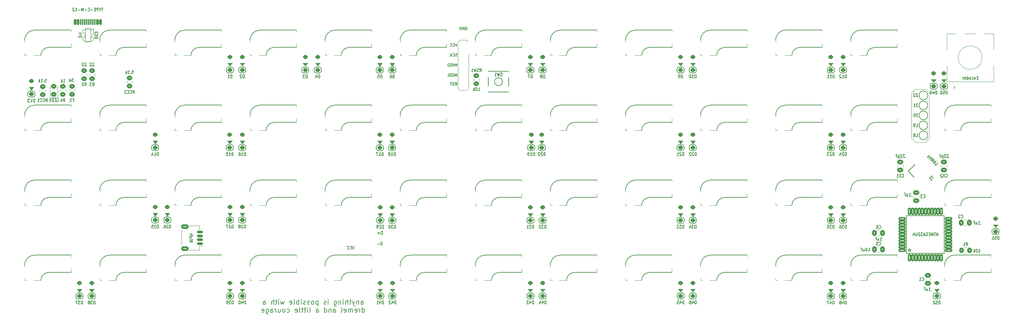
<source format=gbo>
G04 #@! TF.GenerationSoftware,KiCad,Pcbnew,(6.0.1-0)*
G04 #@! TF.CreationDate,2022-06-05T08:42:11-05:00*
G04 #@! TF.ProjectId,pcb,7063622e-6b69-4636-9164-5f7063625858,rev?*
G04 #@! TF.SameCoordinates,Original*
G04 #@! TF.FileFunction,Legend,Bot*
G04 #@! TF.FilePolarity,Positive*
%FSLAX46Y46*%
G04 Gerber Fmt 4.6, Leading zero omitted, Abs format (unit mm)*
G04 Created by KiCad (PCBNEW (6.0.1-0)) date 2022-06-05 08:42:11*
%MOMM*%
%LPD*%
G01*
G04 APERTURE LIST*
G04 Aperture macros list*
%AMRoundRect*
0 Rectangle with rounded corners*
0 $1 Rounding radius*
0 $2 $3 $4 $5 $6 $7 $8 $9 X,Y pos of 4 corners*
0 Add a 4 corners polygon primitive as box body*
4,1,4,$2,$3,$4,$5,$6,$7,$8,$9,$2,$3,0*
0 Add four circle primitives for the rounded corners*
1,1,$1+$1,$2,$3*
1,1,$1+$1,$4,$5*
1,1,$1+$1,$6,$7*
1,1,$1+$1,$8,$9*
0 Add four rect primitives between the rounded corners*
20,1,$1+$1,$2,$3,$4,$5,0*
20,1,$1+$1,$4,$5,$6,$7,0*
20,1,$1+$1,$6,$7,$8,$9,0*
20,1,$1+$1,$8,$9,$2,$3,0*%
%AMRotRect*
0 Rectangle, with rotation*
0 The origin of the aperture is its center*
0 $1 length*
0 $2 width*
0 $3 Rotation angle, in degrees counterclockwise*
0 Add horizontal line*
21,1,$1,$2,0,0,$3*%
G04 Aperture macros list end*
%ADD10C,0.100000*%
%ADD11C,0.150000*%
%ADD12C,0.200000*%
%ADD13C,0.127000*%
%ADD14C,0.120000*%
%ADD15C,0.203200*%
%ADD16C,0.254000*%
%ADD17C,3.000000*%
%ADD18C,1.750000*%
%ADD19C,3.987800*%
%ADD20R,2.550000X2.500000*%
%ADD21R,2.000000X2.000000*%
%ADD22C,2.000000*%
%ADD23R,2.000000X3.200000*%
%ADD24C,3.800000*%
%ADD25C,2.250000*%
%ADD26RoundRect,0.250000X-0.475000X0.337500X-0.475000X-0.337500X0.475000X-0.337500X0.475000X0.337500X0*%
%ADD27RoundRect,0.250000X0.350000X-0.250000X0.350000X0.250000X-0.350000X0.250000X-0.350000X-0.250000X0*%
%ADD28O,1.700000X1.700000*%
%ADD29R,1.700000X1.700000*%
%ADD30R,1.800000X1.100000*%
%ADD31RoundRect,0.200000X-0.750000X-0.250000X0.750000X-0.250000X0.750000X0.250000X-0.750000X0.250000X0*%
%ADD32RoundRect,0.200000X-0.250000X-0.750000X0.250000X-0.750000X0.250000X0.750000X-0.250000X0.750000X0*%
%ADD33RoundRect,0.250000X0.475000X-0.337500X0.475000X0.337500X-0.475000X0.337500X-0.475000X-0.337500X0*%
%ADD34RotRect,2.100000X1.800000X45.000000*%
%ADD35RoundRect,0.249999X0.450001X-0.325001X0.450001X0.325001X-0.450001X0.325001X-0.450001X-0.325001X0*%
%ADD36C,0.650000*%
%ADD37RoundRect,0.150000X-0.150000X-0.575000X0.150000X-0.575000X0.150000X0.575000X-0.150000X0.575000X0*%
%ADD38RoundRect,0.075000X-0.075000X-0.650000X0.075000X-0.650000X0.075000X0.650000X-0.075000X0.650000X0*%
%ADD39O,1.300000X2.400000*%
%ADD40O,1.300000X1.900000*%
%ADD41RoundRect,0.249999X-0.450001X0.325001X-0.450001X-0.325001X0.450001X-0.325001X0.450001X0.325001X0*%
%ADD42RoundRect,0.250000X-0.337500X-0.475000X0.337500X-0.475000X0.337500X0.475000X-0.337500X0.475000X0*%
%ADD43RoundRect,0.250000X0.337500X0.475000X-0.337500X0.475000X-0.337500X-0.475000X0.337500X-0.475000X0*%
%ADD44RoundRect,0.249999X0.325001X0.450001X-0.325001X0.450001X-0.325001X-0.450001X0.325001X-0.450001X0*%
%ADD45RoundRect,0.050000X-0.350000X0.500000X-0.350000X-0.500000X0.350000X-0.500000X0.350000X0.500000X0*%
%ADD46RoundRect,0.050000X-0.350000X0.300000X-0.350000X-0.300000X0.350000X-0.300000X0.350000X0.300000X0*%
%ADD47C,1.700000*%
%ADD48RoundRect,0.150000X0.625000X-0.150000X0.625000X0.150000X-0.625000X0.150000X-0.625000X-0.150000X0*%
%ADD49RoundRect,0.250000X0.650000X-0.350000X0.650000X0.350000X-0.650000X0.350000X-0.650000X-0.350000X0*%
G04 APERTURE END LIST*
D10*
X305390225Y-73693950D02*
X306390225Y-74693950D01*
X309890225Y-62193950D02*
X308890225Y-61193950D01*
X306390225Y-74693950D02*
X308890225Y-74693950D01*
X305390225Y-62193950D02*
X305390225Y-73693950D01*
X309890225Y-73693950D02*
X309890225Y-62193950D01*
X305390225Y-62193950D02*
X306390225Y-61193950D01*
X309890225Y-73693950D02*
X308890225Y-74693950D01*
X308890225Y-61193950D02*
X306390225Y-61193950D01*
D11*
X311321062Y-80336598D02*
X311603905Y-80619441D01*
X311462484Y-80478019D02*
X312028169Y-79912334D01*
X311994497Y-80040286D01*
X311987763Y-80141302D01*
X312007966Y-80215380D01*
X311462484Y-79346648D02*
X311556764Y-79440929D01*
X311576968Y-79515007D01*
X311573600Y-79565515D01*
X311539929Y-79693467D01*
X311455749Y-79824787D01*
X311240250Y-80040286D01*
X311162805Y-80070591D01*
X311112297Y-80073958D01*
X311038220Y-80053755D01*
X310943939Y-79959474D01*
X310923736Y-79885396D01*
X310927103Y-79834889D01*
X310957407Y-79757444D01*
X311092094Y-79622757D01*
X311169539Y-79592452D01*
X311220047Y-79589085D01*
X311294125Y-79609288D01*
X311388406Y-79703569D01*
X311408609Y-79777647D01*
X311405242Y-79828154D01*
X311374937Y-79905599D01*
X310637526Y-79653061D02*
X311203211Y-79087376D01*
X310634158Y-79326445D01*
X310873228Y-78757393D01*
X310307542Y-79323078D01*
X310071840Y-79087376D02*
X310637526Y-78521690D01*
X310368152Y-78791064D02*
X310085309Y-78508222D01*
X309788998Y-78804533D02*
X310354683Y-78238848D01*
X309977559Y-78238848D02*
X309718287Y-77979575D01*
X309600436Y-78615971D01*
X309341163Y-78356699D01*
X322196136Y-58283727D02*
X321962803Y-58283727D01*
X321862803Y-58702774D02*
X322196136Y-58702774D01*
X322196136Y-57902774D01*
X321862803Y-57902774D01*
X321562803Y-58169441D02*
X321562803Y-58702774D01*
X321562803Y-58245631D02*
X321529470Y-58207536D01*
X321462803Y-58169441D01*
X321362803Y-58169441D01*
X321296136Y-58207536D01*
X321262803Y-58283727D01*
X321262803Y-58702774D01*
X320629470Y-58664679D02*
X320696136Y-58702774D01*
X320829470Y-58702774D01*
X320896136Y-58664679D01*
X320929470Y-58626584D01*
X320962803Y-58550393D01*
X320962803Y-58321822D01*
X320929470Y-58245631D01*
X320896136Y-58207536D01*
X320829470Y-58169441D01*
X320696136Y-58169441D01*
X320629470Y-58207536D01*
X320229470Y-58702774D02*
X320296136Y-58664679D01*
X320329470Y-58626584D01*
X320362803Y-58550393D01*
X320362803Y-58321822D01*
X320329470Y-58245631D01*
X320296136Y-58207536D01*
X320229470Y-58169441D01*
X320129470Y-58169441D01*
X320062803Y-58207536D01*
X320029470Y-58245631D01*
X319996136Y-58321822D01*
X319996136Y-58550393D01*
X320029470Y-58626584D01*
X320062803Y-58664679D01*
X320129470Y-58702774D01*
X320229470Y-58702774D01*
X319396136Y-58702774D02*
X319396136Y-57902774D01*
X319396136Y-58664679D02*
X319462803Y-58702774D01*
X319596136Y-58702774D01*
X319662803Y-58664679D01*
X319696136Y-58626584D01*
X319729470Y-58550393D01*
X319729470Y-58321822D01*
X319696136Y-58245631D01*
X319662803Y-58207536D01*
X319596136Y-58169441D01*
X319462803Y-58169441D01*
X319396136Y-58207536D01*
X318796136Y-58664679D02*
X318862803Y-58702774D01*
X318996136Y-58702774D01*
X319062803Y-58664679D01*
X319096136Y-58588489D01*
X319096136Y-58283727D01*
X319062803Y-58207536D01*
X318996136Y-58169441D01*
X318862803Y-58169441D01*
X318796136Y-58207536D01*
X318762803Y-58283727D01*
X318762803Y-58359917D01*
X319096136Y-58436108D01*
X318462803Y-58702774D02*
X318462803Y-58169441D01*
X318462803Y-58321822D02*
X318429470Y-58245631D01*
X318396136Y-58207536D01*
X318329470Y-58169441D01*
X318262803Y-58169441D01*
D12*
X165733082Y-115853176D02*
X165733082Y-115198414D01*
X165792605Y-115079366D01*
X165911653Y-115019842D01*
X166149748Y-115019842D01*
X166268796Y-115079366D01*
X165733082Y-115793652D02*
X165852129Y-115853176D01*
X166149748Y-115853176D01*
X166268796Y-115793652D01*
X166328320Y-115674604D01*
X166328320Y-115555557D01*
X166268796Y-115436509D01*
X166149748Y-115376985D01*
X165852129Y-115376985D01*
X165733082Y-115317461D01*
X165137844Y-115019842D02*
X165137844Y-115853176D01*
X165137844Y-115138890D02*
X165078320Y-115079366D01*
X164959272Y-115019842D01*
X164780701Y-115019842D01*
X164661653Y-115079366D01*
X164602129Y-115198414D01*
X164602129Y-115853176D01*
X164125939Y-115019842D02*
X163828320Y-115853176D01*
X163530701Y-115019842D02*
X163828320Y-115853176D01*
X163947367Y-116150795D01*
X164006891Y-116210319D01*
X164125939Y-116269842D01*
X163233082Y-115019842D02*
X162756891Y-115019842D01*
X163054510Y-114603176D02*
X163054510Y-115674604D01*
X162994986Y-115793652D01*
X162875939Y-115853176D01*
X162756891Y-115853176D01*
X162340225Y-115853176D02*
X162340225Y-114603176D01*
X161804510Y-115853176D02*
X161804510Y-115198414D01*
X161864034Y-115079366D01*
X161983082Y-115019842D01*
X162161653Y-115019842D01*
X162280701Y-115079366D01*
X162340225Y-115138890D01*
X161209272Y-115853176D02*
X161209272Y-115019842D01*
X161209272Y-114603176D02*
X161268796Y-114662700D01*
X161209272Y-114722223D01*
X161149748Y-114662700D01*
X161209272Y-114603176D01*
X161209272Y-114722223D01*
X160614034Y-115019842D02*
X160614034Y-115853176D01*
X160614034Y-115138890D02*
X160554510Y-115079366D01*
X160435463Y-115019842D01*
X160256891Y-115019842D01*
X160137844Y-115079366D01*
X160078320Y-115198414D01*
X160078320Y-115853176D01*
X158947367Y-115019842D02*
X158947367Y-116031747D01*
X159006891Y-116150795D01*
X159066415Y-116210319D01*
X159185463Y-116269842D01*
X159364034Y-116269842D01*
X159483082Y-116210319D01*
X158947367Y-115793652D02*
X159066415Y-115853176D01*
X159304510Y-115853176D01*
X159423558Y-115793652D01*
X159483082Y-115734128D01*
X159542605Y-115615080D01*
X159542605Y-115257938D01*
X159483082Y-115138890D01*
X159423558Y-115079366D01*
X159304510Y-115019842D01*
X159066415Y-115019842D01*
X158947367Y-115079366D01*
X157399748Y-115853176D02*
X157399748Y-115019842D01*
X157399748Y-114603176D02*
X157459272Y-114662700D01*
X157399748Y-114722223D01*
X157340225Y-114662700D01*
X157399748Y-114603176D01*
X157399748Y-114722223D01*
X156864034Y-115793652D02*
X156744986Y-115853176D01*
X156506891Y-115853176D01*
X156387844Y-115793652D01*
X156328320Y-115674604D01*
X156328320Y-115615080D01*
X156387844Y-115496033D01*
X156506891Y-115436509D01*
X156685463Y-115436509D01*
X156804510Y-115376985D01*
X156864034Y-115257938D01*
X156864034Y-115198414D01*
X156804510Y-115079366D01*
X156685463Y-115019842D01*
X156506891Y-115019842D01*
X156387844Y-115079366D01*
X154840225Y-115019842D02*
X154840225Y-116269842D01*
X154840225Y-115079366D02*
X154721177Y-115019842D01*
X154483082Y-115019842D01*
X154364034Y-115079366D01*
X154304510Y-115138890D01*
X154244986Y-115257938D01*
X154244986Y-115615080D01*
X154304510Y-115734128D01*
X154364034Y-115793652D01*
X154483082Y-115853176D01*
X154721177Y-115853176D01*
X154840225Y-115793652D01*
X153530701Y-115853176D02*
X153649748Y-115793652D01*
X153709272Y-115734128D01*
X153768796Y-115615080D01*
X153768796Y-115257938D01*
X153709272Y-115138890D01*
X153649748Y-115079366D01*
X153530701Y-115019842D01*
X153352129Y-115019842D01*
X153233082Y-115079366D01*
X153173558Y-115138890D01*
X153114034Y-115257938D01*
X153114034Y-115615080D01*
X153173558Y-115734128D01*
X153233082Y-115793652D01*
X153352129Y-115853176D01*
X153530701Y-115853176D01*
X152637844Y-115793652D02*
X152518796Y-115853176D01*
X152280701Y-115853176D01*
X152161653Y-115793652D01*
X152102129Y-115674604D01*
X152102129Y-115615080D01*
X152161653Y-115496033D01*
X152280701Y-115436509D01*
X152459272Y-115436509D01*
X152578320Y-115376985D01*
X152637844Y-115257938D01*
X152637844Y-115198414D01*
X152578320Y-115079366D01*
X152459272Y-115019842D01*
X152280701Y-115019842D01*
X152161653Y-115079366D01*
X151625939Y-115793652D02*
X151506891Y-115853176D01*
X151268796Y-115853176D01*
X151149748Y-115793652D01*
X151090225Y-115674604D01*
X151090225Y-115615080D01*
X151149748Y-115496033D01*
X151268796Y-115436509D01*
X151447367Y-115436509D01*
X151566415Y-115376985D01*
X151625939Y-115257938D01*
X151625939Y-115198414D01*
X151566415Y-115079366D01*
X151447367Y-115019842D01*
X151268796Y-115019842D01*
X151149748Y-115079366D01*
X150554510Y-115853176D02*
X150554510Y-115019842D01*
X150554510Y-114603176D02*
X150614034Y-114662700D01*
X150554510Y-114722223D01*
X150494986Y-114662700D01*
X150554510Y-114603176D01*
X150554510Y-114722223D01*
X149959272Y-115853176D02*
X149959272Y-114603176D01*
X149959272Y-115079366D02*
X149840225Y-115019842D01*
X149602129Y-115019842D01*
X149483082Y-115079366D01*
X149423558Y-115138890D01*
X149364034Y-115257938D01*
X149364034Y-115615080D01*
X149423558Y-115734128D01*
X149483082Y-115793652D01*
X149602129Y-115853176D01*
X149840225Y-115853176D01*
X149959272Y-115793652D01*
X148649748Y-115853176D02*
X148768796Y-115793652D01*
X148828320Y-115674604D01*
X148828320Y-114603176D01*
X147697367Y-115793652D02*
X147816415Y-115853176D01*
X148054510Y-115853176D01*
X148173558Y-115793652D01*
X148233082Y-115674604D01*
X148233082Y-115198414D01*
X148173558Y-115079366D01*
X148054510Y-115019842D01*
X147816415Y-115019842D01*
X147697367Y-115079366D01*
X147637844Y-115198414D01*
X147637844Y-115317461D01*
X148233082Y-115436509D01*
X146268796Y-115019842D02*
X146030701Y-115853176D01*
X145792605Y-115257938D01*
X145554510Y-115853176D01*
X145316415Y-115019842D01*
X144840225Y-115853176D02*
X144840225Y-115019842D01*
X144840225Y-114603176D02*
X144899748Y-114662700D01*
X144840225Y-114722223D01*
X144780701Y-114662700D01*
X144840225Y-114603176D01*
X144840225Y-114722223D01*
X144423558Y-115019842D02*
X143947367Y-115019842D01*
X144244986Y-114603176D02*
X144244986Y-115674604D01*
X144185463Y-115793652D01*
X144066415Y-115853176D01*
X143947367Y-115853176D01*
X143530701Y-115853176D02*
X143530701Y-114603176D01*
X142994986Y-115853176D02*
X142994986Y-115198414D01*
X143054510Y-115079366D01*
X143173558Y-115019842D01*
X143352129Y-115019842D01*
X143471177Y-115079366D01*
X143530701Y-115138890D01*
X140911653Y-115853176D02*
X140911653Y-115198414D01*
X140971177Y-115079366D01*
X141090225Y-115019842D01*
X141328320Y-115019842D01*
X141447367Y-115079366D01*
X140911653Y-115793652D02*
X141030701Y-115853176D01*
X141328320Y-115853176D01*
X141447367Y-115793652D01*
X141506891Y-115674604D01*
X141506891Y-115555557D01*
X141447367Y-115436509D01*
X141328320Y-115376985D01*
X141030701Y-115376985D01*
X140911653Y-115317461D01*
X166030701Y-117865676D02*
X166030701Y-116615676D01*
X166030701Y-117806152D02*
X166149748Y-117865676D01*
X166387844Y-117865676D01*
X166506891Y-117806152D01*
X166566415Y-117746628D01*
X166625939Y-117627580D01*
X166625939Y-117270438D01*
X166566415Y-117151390D01*
X166506891Y-117091866D01*
X166387844Y-117032342D01*
X166149748Y-117032342D01*
X166030701Y-117091866D01*
X165435463Y-117865676D02*
X165435463Y-117032342D01*
X165435463Y-117270438D02*
X165375939Y-117151390D01*
X165316415Y-117091866D01*
X165197367Y-117032342D01*
X165078320Y-117032342D01*
X164185463Y-117806152D02*
X164304510Y-117865676D01*
X164542605Y-117865676D01*
X164661653Y-117806152D01*
X164721177Y-117687104D01*
X164721177Y-117210914D01*
X164661653Y-117091866D01*
X164542605Y-117032342D01*
X164304510Y-117032342D01*
X164185463Y-117091866D01*
X164125939Y-117210914D01*
X164125939Y-117329961D01*
X164721177Y-117449009D01*
X163590225Y-117865676D02*
X163590225Y-117032342D01*
X163590225Y-117151390D02*
X163530701Y-117091866D01*
X163411653Y-117032342D01*
X163233082Y-117032342D01*
X163114034Y-117091866D01*
X163054510Y-117210914D01*
X163054510Y-117865676D01*
X163054510Y-117210914D02*
X162994986Y-117091866D01*
X162875939Y-117032342D01*
X162697367Y-117032342D01*
X162578320Y-117091866D01*
X162518796Y-117210914D01*
X162518796Y-117865676D01*
X161447367Y-117806152D02*
X161566415Y-117865676D01*
X161804510Y-117865676D01*
X161923558Y-117806152D01*
X161983082Y-117687104D01*
X161983082Y-117210914D01*
X161923558Y-117091866D01*
X161804510Y-117032342D01*
X161566415Y-117032342D01*
X161447367Y-117091866D01*
X161387844Y-117210914D01*
X161387844Y-117329961D01*
X161983082Y-117449009D01*
X160673558Y-117865676D02*
X160792605Y-117806152D01*
X160852129Y-117687104D01*
X160852129Y-116615676D01*
X158709272Y-117865676D02*
X158709272Y-117210914D01*
X158768796Y-117091866D01*
X158887844Y-117032342D01*
X159125939Y-117032342D01*
X159244986Y-117091866D01*
X158709272Y-117806152D02*
X158828320Y-117865676D01*
X159125939Y-117865676D01*
X159244986Y-117806152D01*
X159304510Y-117687104D01*
X159304510Y-117568057D01*
X159244986Y-117449009D01*
X159125939Y-117389485D01*
X158828320Y-117389485D01*
X158709272Y-117329961D01*
X158114034Y-117032342D02*
X158114034Y-117865676D01*
X158114034Y-117151390D02*
X158054510Y-117091866D01*
X157935463Y-117032342D01*
X157756891Y-117032342D01*
X157637844Y-117091866D01*
X157578320Y-117210914D01*
X157578320Y-117865676D01*
X156447367Y-117865676D02*
X156447367Y-116615676D01*
X156447367Y-117806152D02*
X156566415Y-117865676D01*
X156804510Y-117865676D01*
X156923558Y-117806152D01*
X156983082Y-117746628D01*
X157042605Y-117627580D01*
X157042605Y-117270438D01*
X156983082Y-117151390D01*
X156923558Y-117091866D01*
X156804510Y-117032342D01*
X156566415Y-117032342D01*
X156447367Y-117091866D01*
X154364034Y-117865676D02*
X154364034Y-117210914D01*
X154423558Y-117091866D01*
X154542605Y-117032342D01*
X154780701Y-117032342D01*
X154899748Y-117091866D01*
X154364034Y-117806152D02*
X154483082Y-117865676D01*
X154780701Y-117865676D01*
X154899748Y-117806152D01*
X154959272Y-117687104D01*
X154959272Y-117568057D01*
X154899748Y-117449009D01*
X154780701Y-117389485D01*
X154483082Y-117389485D01*
X154364034Y-117329961D01*
X152637844Y-117865676D02*
X152756891Y-117806152D01*
X152816415Y-117687104D01*
X152816415Y-116615676D01*
X152161653Y-117865676D02*
X152161653Y-117032342D01*
X152161653Y-116615676D02*
X152221177Y-116675200D01*
X152161653Y-116734723D01*
X152102129Y-116675200D01*
X152161653Y-116615676D01*
X152161653Y-116734723D01*
X151744986Y-117032342D02*
X151268796Y-117032342D01*
X151566415Y-116615676D02*
X151566415Y-117687104D01*
X151506891Y-117806152D01*
X151387844Y-117865676D01*
X151268796Y-117865676D01*
X151030701Y-117032342D02*
X150554510Y-117032342D01*
X150852129Y-116615676D02*
X150852129Y-117687104D01*
X150792605Y-117806152D01*
X150673558Y-117865676D01*
X150554510Y-117865676D01*
X149959272Y-117865676D02*
X150078320Y-117806152D01*
X150137844Y-117687104D01*
X150137844Y-116615676D01*
X149006891Y-117806152D02*
X149125939Y-117865676D01*
X149364034Y-117865676D01*
X149483082Y-117806152D01*
X149542605Y-117687104D01*
X149542605Y-117210914D01*
X149483082Y-117091866D01*
X149364034Y-117032342D01*
X149125939Y-117032342D01*
X149006891Y-117091866D01*
X148947367Y-117210914D01*
X148947367Y-117329961D01*
X149542605Y-117449009D01*
X146923558Y-117806152D02*
X147042605Y-117865676D01*
X147280701Y-117865676D01*
X147399748Y-117806152D01*
X147459272Y-117746628D01*
X147518796Y-117627580D01*
X147518796Y-117270438D01*
X147459272Y-117151390D01*
X147399748Y-117091866D01*
X147280701Y-117032342D01*
X147042605Y-117032342D01*
X146923558Y-117091866D01*
X146209272Y-117865676D02*
X146328320Y-117806152D01*
X146387844Y-117746628D01*
X146447367Y-117627580D01*
X146447367Y-117270438D01*
X146387844Y-117151390D01*
X146328320Y-117091866D01*
X146209272Y-117032342D01*
X146030701Y-117032342D01*
X145911653Y-117091866D01*
X145852129Y-117151390D01*
X145792605Y-117270438D01*
X145792605Y-117627580D01*
X145852129Y-117746628D01*
X145911653Y-117806152D01*
X146030701Y-117865676D01*
X146209272Y-117865676D01*
X144721177Y-117032342D02*
X144721177Y-117865676D01*
X145256891Y-117032342D02*
X145256891Y-117687104D01*
X145197367Y-117806152D01*
X145078320Y-117865676D01*
X144899748Y-117865676D01*
X144780701Y-117806152D01*
X144721177Y-117746628D01*
X144125939Y-117865676D02*
X144125939Y-117032342D01*
X144125939Y-117270438D02*
X144066415Y-117151390D01*
X144006891Y-117091866D01*
X143887844Y-117032342D01*
X143768796Y-117032342D01*
X142816415Y-117865676D02*
X142816415Y-117210914D01*
X142875939Y-117091866D01*
X142994986Y-117032342D01*
X143233082Y-117032342D01*
X143352129Y-117091866D01*
X142816415Y-117806152D02*
X142935463Y-117865676D01*
X143233082Y-117865676D01*
X143352129Y-117806152D01*
X143411653Y-117687104D01*
X143411653Y-117568057D01*
X143352129Y-117449009D01*
X143233082Y-117389485D01*
X142935463Y-117389485D01*
X142816415Y-117329961D01*
X141685463Y-117032342D02*
X141685463Y-118044247D01*
X141744986Y-118163295D01*
X141804510Y-118222819D01*
X141923558Y-118282342D01*
X142102129Y-118282342D01*
X142221177Y-118222819D01*
X141685463Y-117806152D02*
X141804510Y-117865676D01*
X142042605Y-117865676D01*
X142161653Y-117806152D01*
X142221177Y-117746628D01*
X142280701Y-117627580D01*
X142280701Y-117270438D01*
X142221177Y-117151390D01*
X142161653Y-117091866D01*
X142042605Y-117032342D01*
X141804510Y-117032342D01*
X141685463Y-117091866D01*
X140614034Y-117806152D02*
X140733082Y-117865676D01*
X140971177Y-117865676D01*
X141090225Y-117806152D01*
X141149748Y-117687104D01*
X141149748Y-117210914D01*
X141090225Y-117091866D01*
X140971177Y-117032342D01*
X140733082Y-117032342D01*
X140614034Y-117091866D01*
X140554510Y-117210914D01*
X140554510Y-117329961D01*
X141149748Y-117449009D01*
D11*
X171156891Y-98055854D02*
X171156891Y-97255854D01*
X170990225Y-97255854D01*
X170890225Y-97293950D01*
X170823558Y-97370140D01*
X170790225Y-97446330D01*
X170756891Y-97598711D01*
X170756891Y-97712997D01*
X170790225Y-97865378D01*
X170823558Y-97941569D01*
X170890225Y-98017759D01*
X170990225Y-98055854D01*
X171156891Y-98055854D01*
X170456891Y-97751092D02*
X169923558Y-97751092D01*
X170190225Y-98055854D02*
X170190225Y-97446330D01*
X171106891Y-100805854D02*
X171106891Y-100005854D01*
X170940225Y-100005854D01*
X170840225Y-100043950D01*
X170773558Y-100120140D01*
X170740225Y-100196330D01*
X170706891Y-100348711D01*
X170706891Y-100462997D01*
X170740225Y-100615378D01*
X170773558Y-100691569D01*
X170840225Y-100767759D01*
X170940225Y-100805854D01*
X171106891Y-100805854D01*
X170406891Y-100501092D02*
X169873558Y-100501092D01*
X163973558Y-101055854D02*
X163740225Y-101855854D01*
X163506891Y-101055854D01*
X162873558Y-101779664D02*
X162906891Y-101817759D01*
X163006891Y-101855854D01*
X163073558Y-101855854D01*
X163173558Y-101817759D01*
X163240225Y-101741569D01*
X163273558Y-101665378D01*
X163306891Y-101512997D01*
X163306891Y-101398711D01*
X163273558Y-101246330D01*
X163240225Y-101170140D01*
X163173558Y-101093950D01*
X163073558Y-101055854D01*
X163006891Y-101055854D01*
X162906891Y-101093950D01*
X162873558Y-101132045D01*
X162173558Y-101779664D02*
X162206891Y-101817759D01*
X162306891Y-101855854D01*
X162373558Y-101855854D01*
X162473558Y-101817759D01*
X162540225Y-101741569D01*
X162573558Y-101665378D01*
X162606891Y-101512997D01*
X162606891Y-101398711D01*
X162573558Y-101246330D01*
X162540225Y-101170140D01*
X162473558Y-101093950D01*
X162373558Y-101055854D01*
X162306891Y-101055854D01*
X162206891Y-101093950D01*
X162173558Y-101132045D01*
X308006491Y-109717364D02*
X308039825Y-109755459D01*
X308139825Y-109793554D01*
X308206491Y-109793554D01*
X308306491Y-109755459D01*
X308373158Y-109679269D01*
X308406491Y-109603078D01*
X308439825Y-109450697D01*
X308439825Y-109336411D01*
X308406491Y-109184030D01*
X308373158Y-109107840D01*
X308306491Y-109031650D01*
X308206491Y-108993554D01*
X308139825Y-108993554D01*
X308039825Y-109031650D01*
X308006491Y-109069745D01*
X307339825Y-109793554D02*
X307739825Y-109793554D01*
X307539825Y-109793554D02*
X307539825Y-108993554D01*
X307606491Y-109107840D01*
X307673158Y-109184030D01*
X307739825Y-109222126D01*
X310440225Y-112279664D02*
X310406891Y-112317759D01*
X310440225Y-112355854D01*
X310473558Y-112317759D01*
X310440225Y-112279664D01*
X310440225Y-112355854D01*
X309740225Y-112355854D02*
X310140225Y-112355854D01*
X309940225Y-112355854D02*
X309940225Y-111555854D01*
X310006891Y-111670140D01*
X310073558Y-111746330D01*
X310140225Y-111784426D01*
X309140225Y-111822521D02*
X309140225Y-112355854D01*
X309440225Y-111822521D02*
X309440225Y-112241569D01*
X309406891Y-112317759D01*
X309340225Y-112355854D01*
X309240225Y-112355854D01*
X309173558Y-112317759D01*
X309140225Y-112279664D01*
X308573558Y-111936807D02*
X308806891Y-111936807D01*
X308806891Y-112355854D02*
X308806891Y-111555854D01*
X308473558Y-111555854D01*
X117440225Y-96457854D02*
X117440225Y-95657854D01*
X117273558Y-95657854D01*
X117173558Y-95695950D01*
X117106891Y-95772140D01*
X117073558Y-95848330D01*
X117040225Y-96000711D01*
X117040225Y-96114997D01*
X117073558Y-96267378D01*
X117106891Y-96343569D01*
X117173558Y-96419759D01*
X117273558Y-96457854D01*
X117440225Y-96457854D01*
X116773558Y-95734045D02*
X116740225Y-95695950D01*
X116673558Y-95657854D01*
X116506891Y-95657854D01*
X116440225Y-95695950D01*
X116406891Y-95734045D01*
X116373558Y-95810235D01*
X116373558Y-95886426D01*
X116406891Y-96000711D01*
X116806891Y-96457854D01*
X116373558Y-96457854D01*
X115773558Y-95657854D02*
X115906891Y-95657854D01*
X115973558Y-95695950D01*
X116006891Y-95734045D01*
X116073558Y-95848330D01*
X116106891Y-96000711D01*
X116106891Y-96305473D01*
X116073558Y-96381664D01*
X116040225Y-96419759D01*
X115973558Y-96457854D01*
X115840225Y-96457854D01*
X115773558Y-96419759D01*
X115740225Y-96381664D01*
X115706891Y-96305473D01*
X115706891Y-96114997D01*
X115740225Y-96038807D01*
X115773558Y-96000711D01*
X115840225Y-95962616D01*
X115973558Y-95962616D01*
X116040225Y-96000711D01*
X116073558Y-96038807D01*
X116106891Y-96114997D01*
X209740225Y-78057854D02*
X209740225Y-77257854D01*
X209573558Y-77257854D01*
X209473558Y-77295950D01*
X209406891Y-77372140D01*
X209373558Y-77448330D01*
X209340225Y-77600711D01*
X209340225Y-77714997D01*
X209373558Y-77867378D01*
X209406891Y-77943569D01*
X209473558Y-78019759D01*
X209573558Y-78057854D01*
X209740225Y-78057854D01*
X208673558Y-78057854D02*
X209073558Y-78057854D01*
X208873558Y-78057854D02*
X208873558Y-77257854D01*
X208940225Y-77372140D01*
X209006891Y-77448330D01*
X209073558Y-77486426D01*
X208340225Y-78057854D02*
X208206891Y-78057854D01*
X208140225Y-78019759D01*
X208106891Y-77981664D01*
X208040225Y-77867378D01*
X208006891Y-77714997D01*
X208006891Y-77410235D01*
X208040225Y-77334045D01*
X208073558Y-77295950D01*
X208140225Y-77257854D01*
X208273558Y-77257854D01*
X208340225Y-77295950D01*
X208373558Y-77334045D01*
X208406891Y-77410235D01*
X208406891Y-77600711D01*
X208373558Y-77676902D01*
X208340225Y-77714997D01*
X208273558Y-77753092D01*
X208140225Y-77753092D01*
X208073558Y-77714997D01*
X208040225Y-77676902D01*
X208006891Y-77600711D01*
X171340225Y-78057854D02*
X171340225Y-77257854D01*
X171173558Y-77257854D01*
X171073558Y-77295950D01*
X171006891Y-77372140D01*
X170973558Y-77448330D01*
X170940225Y-77600711D01*
X170940225Y-77714997D01*
X170973558Y-77867378D01*
X171006891Y-77943569D01*
X171073558Y-78019759D01*
X171173558Y-78057854D01*
X171340225Y-78057854D01*
X170273558Y-78057854D02*
X170673558Y-78057854D01*
X170473558Y-78057854D02*
X170473558Y-77257854D01*
X170540225Y-77372140D01*
X170606891Y-77448330D01*
X170673558Y-77486426D01*
X170040225Y-77257854D02*
X169573558Y-77257854D01*
X169873558Y-78057854D01*
X136431415Y-78057854D02*
X136431415Y-77257854D01*
X136264748Y-77257854D01*
X136164748Y-77295950D01*
X136098081Y-77372140D01*
X136064748Y-77448330D01*
X136031415Y-77600711D01*
X136031415Y-77714997D01*
X136064748Y-77867378D01*
X136098081Y-77943569D01*
X136164748Y-78019759D01*
X136264748Y-78057854D01*
X136431415Y-78057854D01*
X135364748Y-78057854D02*
X135764748Y-78057854D01*
X135564748Y-78057854D02*
X135564748Y-77257854D01*
X135631415Y-77372140D01*
X135698081Y-77448330D01*
X135764748Y-77486426D01*
X134764748Y-77257854D02*
X134898081Y-77257854D01*
X134964748Y-77295950D01*
X134998081Y-77334045D01*
X135064748Y-77448330D01*
X135098081Y-77600711D01*
X135098081Y-77905473D01*
X135064748Y-77981664D01*
X135031415Y-78019759D01*
X134964748Y-78057854D01*
X134831415Y-78057854D01*
X134764748Y-78019759D01*
X134731415Y-77981664D01*
X134698081Y-77905473D01*
X134698081Y-77714997D01*
X134731415Y-77638807D01*
X134764748Y-77600711D01*
X134831415Y-77562616D01*
X134964748Y-77562616D01*
X135031415Y-77600711D01*
X135064748Y-77638807D01*
X135098081Y-77714997D01*
X114340225Y-78057854D02*
X114340225Y-77257854D01*
X114173558Y-77257854D01*
X114073558Y-77295950D01*
X114006891Y-77372140D01*
X113973558Y-77448330D01*
X113940225Y-77600711D01*
X113940225Y-77714997D01*
X113973558Y-77867378D01*
X114006891Y-77943569D01*
X114073558Y-78019759D01*
X114173558Y-78057854D01*
X114340225Y-78057854D01*
X113273558Y-78057854D02*
X113673558Y-78057854D01*
X113473558Y-78057854D02*
X113473558Y-77257854D01*
X113540225Y-77372140D01*
X113606891Y-77448330D01*
X113673558Y-77486426D01*
X112673558Y-77524521D02*
X112673558Y-78057854D01*
X112840225Y-77219759D02*
X113006891Y-77791188D01*
X112573558Y-77791188D01*
X285740625Y-58320154D02*
X285740625Y-57520154D01*
X285573958Y-57520154D01*
X285473958Y-57558250D01*
X285407291Y-57634440D01*
X285373958Y-57710630D01*
X285340625Y-57863011D01*
X285340625Y-57977297D01*
X285373958Y-58129678D01*
X285407291Y-58205869D01*
X285473958Y-58282059D01*
X285573958Y-58320154D01*
X285740625Y-58320154D01*
X284673958Y-58320154D02*
X285073958Y-58320154D01*
X284873958Y-58320154D02*
X284873958Y-57520154D01*
X284940625Y-57634440D01*
X285007291Y-57710630D01*
X285073958Y-57748726D01*
X284007291Y-58320154D02*
X284407291Y-58320154D01*
X284207291Y-58320154D02*
X284207291Y-57520154D01*
X284273958Y-57634440D01*
X284340625Y-57710630D01*
X284407291Y-57748726D01*
X250731415Y-58320154D02*
X250731415Y-57520154D01*
X250564748Y-57520154D01*
X250464748Y-57558250D01*
X250398081Y-57634440D01*
X250364748Y-57710630D01*
X250331415Y-57863011D01*
X250331415Y-57977297D01*
X250364748Y-58129678D01*
X250398081Y-58205869D01*
X250464748Y-58282059D01*
X250564748Y-58320154D01*
X250731415Y-58320154D01*
X249664748Y-58320154D02*
X250064748Y-58320154D01*
X249864748Y-58320154D02*
X249864748Y-57520154D01*
X249931415Y-57634440D01*
X249998081Y-57710630D01*
X250064748Y-57748726D01*
X249231415Y-57520154D02*
X249164748Y-57520154D01*
X249098081Y-57558250D01*
X249064748Y-57596345D01*
X249031415Y-57672535D01*
X248998081Y-57824916D01*
X248998081Y-58015392D01*
X249031415Y-58167773D01*
X249064748Y-58243964D01*
X249098081Y-58282059D01*
X249164748Y-58320154D01*
X249231415Y-58320154D01*
X249298081Y-58282059D01*
X249331415Y-58243964D01*
X249364748Y-58167773D01*
X249398081Y-58015392D01*
X249398081Y-57824916D01*
X249364748Y-57672535D01*
X249331415Y-57596345D01*
X249298081Y-57558250D01*
X249231415Y-57520154D01*
X212298081Y-58320154D02*
X212298081Y-57520154D01*
X212131415Y-57520154D01*
X212031415Y-57558250D01*
X211964748Y-57634440D01*
X211931415Y-57710630D01*
X211898081Y-57863011D01*
X211898081Y-57977297D01*
X211931415Y-58129678D01*
X211964748Y-58205869D01*
X212031415Y-58282059D01*
X212131415Y-58320154D01*
X212298081Y-58320154D01*
X211498081Y-57863011D02*
X211564748Y-57824916D01*
X211598081Y-57786821D01*
X211631415Y-57710630D01*
X211631415Y-57672535D01*
X211598081Y-57596345D01*
X211564748Y-57558250D01*
X211498081Y-57520154D01*
X211364748Y-57520154D01*
X211298081Y-57558250D01*
X211264748Y-57596345D01*
X211231415Y-57672535D01*
X211231415Y-57710630D01*
X211264748Y-57786821D01*
X211298081Y-57824916D01*
X211364748Y-57863011D01*
X211498081Y-57863011D01*
X211564748Y-57901107D01*
X211598081Y-57939202D01*
X211631415Y-58015392D01*
X211631415Y-58167773D01*
X211598081Y-58243964D01*
X211564748Y-58282059D01*
X211498081Y-58320154D01*
X211364748Y-58320154D01*
X211298081Y-58282059D01*
X211264748Y-58243964D01*
X211231415Y-58167773D01*
X211231415Y-58015392D01*
X211264748Y-57939202D01*
X211298081Y-57901107D01*
X211364748Y-57863011D01*
X209198081Y-58320154D02*
X209198081Y-57520154D01*
X209031415Y-57520154D01*
X208931415Y-57558250D01*
X208864748Y-57634440D01*
X208831415Y-57710630D01*
X208798081Y-57863011D01*
X208798081Y-57977297D01*
X208831415Y-58129678D01*
X208864748Y-58205869D01*
X208931415Y-58282059D01*
X209031415Y-58320154D01*
X209198081Y-58320154D01*
X208564748Y-57520154D02*
X208098081Y-57520154D01*
X208398081Y-58320154D01*
X174168455Y-58347281D02*
X174168455Y-57547281D01*
X174001789Y-57547281D01*
X173901789Y-57585377D01*
X173835122Y-57661567D01*
X173801789Y-57737757D01*
X173768455Y-57890138D01*
X173768455Y-58004424D01*
X173801789Y-58156805D01*
X173835122Y-58232996D01*
X173901789Y-58309186D01*
X174001789Y-58347281D01*
X174168455Y-58347281D01*
X173168455Y-57547281D02*
X173301789Y-57547281D01*
X173368455Y-57585377D01*
X173401789Y-57623472D01*
X173468455Y-57737757D01*
X173501789Y-57890138D01*
X173501789Y-58194900D01*
X173468455Y-58271091D01*
X173435122Y-58309186D01*
X173368455Y-58347281D01*
X173235122Y-58347281D01*
X173168455Y-58309186D01*
X173135122Y-58271091D01*
X173101789Y-58194900D01*
X173101789Y-58004424D01*
X173135122Y-57928234D01*
X173168455Y-57890138D01*
X173235122Y-57852043D01*
X173368455Y-57852043D01*
X173435122Y-57890138D01*
X173468455Y-57928234D01*
X173501789Y-58004424D01*
X170993455Y-58347281D02*
X170993455Y-57547281D01*
X170826789Y-57547281D01*
X170726789Y-57585377D01*
X170660122Y-57661567D01*
X170626789Y-57737757D01*
X170593455Y-57890138D01*
X170593455Y-58004424D01*
X170626789Y-58156805D01*
X170660122Y-58232996D01*
X170726789Y-58309186D01*
X170826789Y-58347281D01*
X170993455Y-58347281D01*
X169960122Y-57547281D02*
X170293455Y-57547281D01*
X170326789Y-57928234D01*
X170293455Y-57890138D01*
X170226789Y-57852043D01*
X170060122Y-57852043D01*
X169993455Y-57890138D01*
X169960122Y-57928234D01*
X169926789Y-58004424D01*
X169926789Y-58194900D01*
X169960122Y-58271091D01*
X169993455Y-58309186D01*
X170060122Y-58347281D01*
X170226789Y-58347281D01*
X170293455Y-58309186D01*
X170326789Y-58271091D01*
X155268455Y-58320154D02*
X155268455Y-57520154D01*
X155101789Y-57520154D01*
X155001789Y-57558250D01*
X154935122Y-57634440D01*
X154901789Y-57710630D01*
X154868455Y-57863011D01*
X154868455Y-57977297D01*
X154901789Y-58129678D01*
X154935122Y-58205869D01*
X155001789Y-58282059D01*
X155101789Y-58320154D01*
X155268455Y-58320154D01*
X154268455Y-57786821D02*
X154268455Y-58320154D01*
X154435122Y-57482059D02*
X154601789Y-58053488D01*
X154168455Y-58053488D01*
X288840625Y-115763904D02*
X288840625Y-114963904D01*
X288673958Y-114963904D01*
X288573958Y-115002000D01*
X288507291Y-115078190D01*
X288473958Y-115154380D01*
X288440625Y-115306761D01*
X288440625Y-115421047D01*
X288473958Y-115573428D01*
X288507291Y-115649619D01*
X288573958Y-115725809D01*
X288673958Y-115763904D01*
X288840625Y-115763904D01*
X287840625Y-115230571D02*
X287840625Y-115763904D01*
X288007291Y-114925809D02*
X288173958Y-115497238D01*
X287740625Y-115497238D01*
X287373958Y-115306761D02*
X287440625Y-115268666D01*
X287473958Y-115230571D01*
X287507291Y-115154380D01*
X287507291Y-115116285D01*
X287473958Y-115040095D01*
X287440625Y-115002000D01*
X287373958Y-114963904D01*
X287240625Y-114963904D01*
X287173958Y-115002000D01*
X287140625Y-115040095D01*
X287107291Y-115116285D01*
X287107291Y-115154380D01*
X287140625Y-115230571D01*
X287173958Y-115268666D01*
X287240625Y-115306761D01*
X287373958Y-115306761D01*
X287440625Y-115344857D01*
X287473958Y-115382952D01*
X287507291Y-115459142D01*
X287507291Y-115611523D01*
X287473958Y-115687714D01*
X287440625Y-115725809D01*
X287373958Y-115763904D01*
X287240625Y-115763904D01*
X287173958Y-115725809D01*
X287140625Y-115687714D01*
X287107291Y-115611523D01*
X287107291Y-115459142D01*
X287140625Y-115382952D01*
X287173958Y-115344857D01*
X287240625Y-115306761D01*
X285740625Y-115763904D02*
X285740625Y-114963904D01*
X285573958Y-114963904D01*
X285473958Y-115002000D01*
X285407291Y-115078190D01*
X285373958Y-115154380D01*
X285340625Y-115306761D01*
X285340625Y-115421047D01*
X285373958Y-115573428D01*
X285407291Y-115649619D01*
X285473958Y-115725809D01*
X285573958Y-115763904D01*
X285740625Y-115763904D01*
X284740625Y-115230571D02*
X284740625Y-115763904D01*
X284907291Y-114925809D02*
X285073958Y-115497238D01*
X284640625Y-115497238D01*
X284440625Y-114963904D02*
X283973958Y-114963904D01*
X284273958Y-115763904D01*
X250740625Y-115727027D02*
X250740625Y-114927027D01*
X250573958Y-114927027D01*
X250473958Y-114965123D01*
X250407291Y-115041313D01*
X250373958Y-115117503D01*
X250340625Y-115269884D01*
X250340625Y-115384170D01*
X250373958Y-115536551D01*
X250407291Y-115612742D01*
X250473958Y-115688932D01*
X250573958Y-115727027D01*
X250740625Y-115727027D01*
X249740625Y-115193694D02*
X249740625Y-115727027D01*
X249907291Y-114888932D02*
X250073958Y-115460361D01*
X249640625Y-115460361D01*
X249073958Y-114927027D02*
X249207291Y-114927027D01*
X249273958Y-114965123D01*
X249307291Y-115003218D01*
X249373958Y-115117503D01*
X249407291Y-115269884D01*
X249407291Y-115574646D01*
X249373958Y-115650837D01*
X249340625Y-115688932D01*
X249273958Y-115727027D01*
X249140625Y-115727027D01*
X249073958Y-115688932D01*
X249040625Y-115650837D01*
X249007291Y-115574646D01*
X249007291Y-115384170D01*
X249040625Y-115307980D01*
X249073958Y-115269884D01*
X249140625Y-115231789D01*
X249273958Y-115231789D01*
X249340625Y-115269884D01*
X249373958Y-115307980D01*
X249407291Y-115384170D01*
X247640625Y-115720154D02*
X247640625Y-114920154D01*
X247473958Y-114920154D01*
X247373958Y-114958250D01*
X247307291Y-115034440D01*
X247273958Y-115110630D01*
X247240625Y-115263011D01*
X247240625Y-115377297D01*
X247273958Y-115529678D01*
X247307291Y-115605869D01*
X247373958Y-115682059D01*
X247473958Y-115720154D01*
X247640625Y-115720154D01*
X246640625Y-115186821D02*
X246640625Y-115720154D01*
X246807291Y-114882059D02*
X246973958Y-115453488D01*
X246540625Y-115453488D01*
X245940625Y-114920154D02*
X246273958Y-114920154D01*
X246307291Y-115301107D01*
X246273958Y-115263011D01*
X246207291Y-115224916D01*
X246040625Y-115224916D01*
X245973958Y-115263011D01*
X245940625Y-115301107D01*
X245907291Y-115377297D01*
X245907291Y-115567773D01*
X245940625Y-115643964D01*
X245973958Y-115682059D01*
X246040625Y-115720154D01*
X246207291Y-115720154D01*
X246273958Y-115682059D01*
X246307291Y-115643964D01*
X212633999Y-115720154D02*
X212633999Y-114920154D01*
X212467332Y-114920154D01*
X212367332Y-114958250D01*
X212300665Y-115034440D01*
X212267332Y-115110630D01*
X212233999Y-115263011D01*
X212233999Y-115377297D01*
X212267332Y-115529678D01*
X212300665Y-115605869D01*
X212367332Y-115682059D01*
X212467332Y-115720154D01*
X212633999Y-115720154D01*
X211633999Y-115186821D02*
X211633999Y-115720154D01*
X211800665Y-114882059D02*
X211967332Y-115453488D01*
X211533999Y-115453488D01*
X210967332Y-115186821D02*
X210967332Y-115720154D01*
X211133999Y-114882059D02*
X211300665Y-115453488D01*
X210867332Y-115453488D01*
X209550000Y-115720154D02*
X209550000Y-114920154D01*
X209383333Y-114920154D01*
X209283333Y-114958250D01*
X209216666Y-115034440D01*
X209183333Y-115110630D01*
X209150000Y-115263011D01*
X209150000Y-115377297D01*
X209183333Y-115529678D01*
X209216666Y-115605869D01*
X209283333Y-115682059D01*
X209383333Y-115720154D01*
X209550000Y-115720154D01*
X208550000Y-115186821D02*
X208550000Y-115720154D01*
X208716666Y-114882059D02*
X208883333Y-115453488D01*
X208450000Y-115453488D01*
X208250000Y-114920154D02*
X207816666Y-114920154D01*
X208050000Y-115224916D01*
X207950000Y-115224916D01*
X207883333Y-115263011D01*
X207850000Y-115301107D01*
X207816666Y-115377297D01*
X207816666Y-115567773D01*
X207850000Y-115643964D01*
X207883333Y-115682059D01*
X207950000Y-115720154D01*
X208150000Y-115720154D01*
X208216666Y-115682059D01*
X208250000Y-115643964D01*
X212640625Y-96520154D02*
X212640625Y-95720154D01*
X212473958Y-95720154D01*
X212373958Y-95758250D01*
X212307291Y-95834440D01*
X212273958Y-95910630D01*
X212240625Y-96063011D01*
X212240625Y-96177297D01*
X212273958Y-96329678D01*
X212307291Y-96405869D01*
X212373958Y-96482059D01*
X212473958Y-96520154D01*
X212640625Y-96520154D01*
X212007291Y-95720154D02*
X211573958Y-95720154D01*
X211807291Y-96024916D01*
X211707291Y-96024916D01*
X211640625Y-96063011D01*
X211607291Y-96101107D01*
X211573958Y-96177297D01*
X211573958Y-96367773D01*
X211607291Y-96443964D01*
X211640625Y-96482059D01*
X211707291Y-96520154D01*
X211907291Y-96520154D01*
X211973958Y-96482059D01*
X212007291Y-96443964D01*
X211307291Y-95796345D02*
X211273958Y-95758250D01*
X211207291Y-95720154D01*
X211040625Y-95720154D01*
X210973958Y-95758250D01*
X210940625Y-95796345D01*
X210907291Y-95872535D01*
X210907291Y-95948726D01*
X210940625Y-96063011D01*
X211340625Y-96520154D01*
X210907291Y-96520154D01*
X285740625Y-78057854D02*
X285740625Y-77257854D01*
X285573958Y-77257854D01*
X285473958Y-77295950D01*
X285407291Y-77372140D01*
X285373958Y-77448330D01*
X285340625Y-77600711D01*
X285340625Y-77714997D01*
X285373958Y-77867378D01*
X285407291Y-77943569D01*
X285473958Y-78019759D01*
X285573958Y-78057854D01*
X285740625Y-78057854D01*
X285073958Y-77334045D02*
X285040625Y-77295950D01*
X284973958Y-77257854D01*
X284807291Y-77257854D01*
X284740625Y-77295950D01*
X284707291Y-77334045D01*
X284673958Y-77410235D01*
X284673958Y-77486426D01*
X284707291Y-77600711D01*
X285107291Y-78057854D01*
X284673958Y-78057854D01*
X284440625Y-77257854D02*
X284007291Y-77257854D01*
X284240625Y-77562616D01*
X284140625Y-77562616D01*
X284073958Y-77600711D01*
X284040625Y-77638807D01*
X284007291Y-77714997D01*
X284007291Y-77905473D01*
X284040625Y-77981664D01*
X284073958Y-78019759D01*
X284140625Y-78057854D01*
X284340625Y-78057854D01*
X284407291Y-78019759D01*
X284440625Y-77981664D01*
X209540625Y-96520154D02*
X209540625Y-95720154D01*
X209373958Y-95720154D01*
X209273958Y-95758250D01*
X209207291Y-95834440D01*
X209173958Y-95910630D01*
X209140625Y-96063011D01*
X209140625Y-96177297D01*
X209173958Y-96329678D01*
X209207291Y-96405869D01*
X209273958Y-96482059D01*
X209373958Y-96520154D01*
X209540625Y-96520154D01*
X208907291Y-95720154D02*
X208473958Y-95720154D01*
X208707291Y-96024916D01*
X208607291Y-96024916D01*
X208540625Y-96063011D01*
X208507291Y-96101107D01*
X208473958Y-96177297D01*
X208473958Y-96367773D01*
X208507291Y-96443964D01*
X208540625Y-96482059D01*
X208607291Y-96520154D01*
X208807291Y-96520154D01*
X208873958Y-96482059D01*
X208907291Y-96443964D01*
X207807291Y-96520154D02*
X208207291Y-96520154D01*
X208007291Y-96520154D02*
X208007291Y-95720154D01*
X208073958Y-95834440D01*
X208140625Y-95910630D01*
X208207291Y-95948726D01*
X171435999Y-96520154D02*
X171435999Y-95720154D01*
X171269332Y-95720154D01*
X171169332Y-95758250D01*
X171102665Y-95834440D01*
X171069332Y-95910630D01*
X171035999Y-96063011D01*
X171035999Y-96177297D01*
X171069332Y-96329678D01*
X171102665Y-96405869D01*
X171169332Y-96482059D01*
X171269332Y-96520154D01*
X171435999Y-96520154D01*
X170769332Y-95796345D02*
X170735999Y-95758250D01*
X170669332Y-95720154D01*
X170502665Y-95720154D01*
X170435999Y-95758250D01*
X170402665Y-95796345D01*
X170369332Y-95872535D01*
X170369332Y-95948726D01*
X170402665Y-96063011D01*
X170802665Y-96520154D01*
X170369332Y-96520154D01*
X170035999Y-96520154D02*
X169902665Y-96520154D01*
X169835999Y-96482059D01*
X169802665Y-96443964D01*
X169735999Y-96329678D01*
X169702665Y-96177297D01*
X169702665Y-95872535D01*
X169735999Y-95796345D01*
X169769332Y-95758250D01*
X169835999Y-95720154D01*
X169969332Y-95720154D01*
X170035999Y-95758250D01*
X170069332Y-95796345D01*
X170102665Y-95872535D01*
X170102665Y-96063011D01*
X170069332Y-96139202D01*
X170035999Y-96177297D01*
X169969332Y-96215392D01*
X169835999Y-96215392D01*
X169769332Y-96177297D01*
X169735999Y-96139202D01*
X169702665Y-96063011D01*
X133340225Y-96457854D02*
X133340225Y-95657854D01*
X133173558Y-95657854D01*
X133073558Y-95695950D01*
X133006891Y-95772140D01*
X132973558Y-95848330D01*
X132940225Y-96000711D01*
X132940225Y-96114997D01*
X132973558Y-96267378D01*
X133006891Y-96343569D01*
X133073558Y-96419759D01*
X133173558Y-96457854D01*
X133340225Y-96457854D01*
X132673558Y-95734045D02*
X132640225Y-95695950D01*
X132573558Y-95657854D01*
X132406891Y-95657854D01*
X132340225Y-95695950D01*
X132306891Y-95734045D01*
X132273558Y-95810235D01*
X132273558Y-95886426D01*
X132306891Y-96000711D01*
X132706891Y-96457854D01*
X132273558Y-96457854D01*
X132040225Y-95657854D02*
X131573558Y-95657854D01*
X131873558Y-96457854D01*
X288840625Y-78057854D02*
X288840625Y-77257854D01*
X288673958Y-77257854D01*
X288573958Y-77295950D01*
X288507291Y-77372140D01*
X288473958Y-77448330D01*
X288440625Y-77600711D01*
X288440625Y-77714997D01*
X288473958Y-77867378D01*
X288507291Y-77943569D01*
X288573958Y-78019759D01*
X288673958Y-78057854D01*
X288840625Y-78057854D01*
X288173958Y-77334045D02*
X288140625Y-77295950D01*
X288073958Y-77257854D01*
X287907291Y-77257854D01*
X287840625Y-77295950D01*
X287807291Y-77334045D01*
X287773958Y-77410235D01*
X287773958Y-77486426D01*
X287807291Y-77600711D01*
X288207291Y-78057854D01*
X287773958Y-78057854D01*
X287173958Y-77524521D02*
X287173958Y-78057854D01*
X287340625Y-77219759D02*
X287507291Y-77791188D01*
X287073958Y-77791188D01*
X285740625Y-96520154D02*
X285740625Y-95720154D01*
X285573958Y-95720154D01*
X285473958Y-95758250D01*
X285407291Y-95834440D01*
X285373958Y-95910630D01*
X285340625Y-96063011D01*
X285340625Y-96177297D01*
X285373958Y-96329678D01*
X285407291Y-96405869D01*
X285473958Y-96482059D01*
X285573958Y-96520154D01*
X285740625Y-96520154D01*
X285107291Y-95720154D02*
X284673958Y-95720154D01*
X284907291Y-96024916D01*
X284807291Y-96024916D01*
X284740625Y-96063011D01*
X284707291Y-96101107D01*
X284673958Y-96177297D01*
X284673958Y-96367773D01*
X284707291Y-96443964D01*
X284740625Y-96482059D01*
X284807291Y-96520154D01*
X285007291Y-96520154D01*
X285073958Y-96482059D01*
X285107291Y-96443964D01*
X284040625Y-95720154D02*
X284373958Y-95720154D01*
X284407291Y-96101107D01*
X284373958Y-96063011D01*
X284307291Y-96024916D01*
X284140625Y-96024916D01*
X284073958Y-96063011D01*
X284040625Y-96101107D01*
X284007291Y-96177297D01*
X284007291Y-96367773D01*
X284040625Y-96443964D01*
X284073958Y-96482059D01*
X284140625Y-96520154D01*
X284307291Y-96520154D01*
X284373958Y-96482059D01*
X284407291Y-96443964D01*
X250740625Y-96520154D02*
X250740625Y-95720154D01*
X250573958Y-95720154D01*
X250473958Y-95758250D01*
X250407291Y-95834440D01*
X250373958Y-95910630D01*
X250340625Y-96063011D01*
X250340625Y-96177297D01*
X250373958Y-96329678D01*
X250407291Y-96405869D01*
X250473958Y-96482059D01*
X250573958Y-96520154D01*
X250740625Y-96520154D01*
X250107291Y-95720154D02*
X249673958Y-95720154D01*
X249907291Y-96024916D01*
X249807291Y-96024916D01*
X249740625Y-96063011D01*
X249707291Y-96101107D01*
X249673958Y-96177297D01*
X249673958Y-96367773D01*
X249707291Y-96443964D01*
X249740625Y-96482059D01*
X249807291Y-96520154D01*
X250007291Y-96520154D01*
X250073958Y-96482059D01*
X250107291Y-96443964D01*
X249073958Y-95986821D02*
X249073958Y-96520154D01*
X249240625Y-95682059D02*
X249407291Y-96253488D01*
X248973958Y-96253488D01*
X247640625Y-96520154D02*
X247640625Y-95720154D01*
X247473958Y-95720154D01*
X247373958Y-95758250D01*
X247307291Y-95834440D01*
X247273958Y-95910630D01*
X247240625Y-96063011D01*
X247240625Y-96177297D01*
X247273958Y-96329678D01*
X247307291Y-96405869D01*
X247373958Y-96482059D01*
X247473958Y-96520154D01*
X247640625Y-96520154D01*
X247007291Y-95720154D02*
X246573958Y-95720154D01*
X246807291Y-96024916D01*
X246707291Y-96024916D01*
X246640625Y-96063011D01*
X246607291Y-96101107D01*
X246573958Y-96177297D01*
X246573958Y-96367773D01*
X246607291Y-96443964D01*
X246640625Y-96482059D01*
X246707291Y-96520154D01*
X246907291Y-96520154D01*
X246973958Y-96482059D01*
X247007291Y-96443964D01*
X246340625Y-95720154D02*
X245907291Y-95720154D01*
X246140625Y-96024916D01*
X246040625Y-96024916D01*
X245973958Y-96063011D01*
X245940625Y-96101107D01*
X245907291Y-96177297D01*
X245907291Y-96367773D01*
X245940625Y-96443964D01*
X245973958Y-96482059D01*
X246040625Y-96520154D01*
X246240625Y-96520154D01*
X246307291Y-96482059D01*
X246340625Y-96443964D01*
X174540625Y-115720154D02*
X174540625Y-114920154D01*
X174373958Y-114920154D01*
X174273958Y-114958250D01*
X174207291Y-115034440D01*
X174173958Y-115110630D01*
X174140625Y-115263011D01*
X174140625Y-115377297D01*
X174173958Y-115529678D01*
X174207291Y-115605869D01*
X174273958Y-115682059D01*
X174373958Y-115720154D01*
X174540625Y-115720154D01*
X173540625Y-115186821D02*
X173540625Y-115720154D01*
X173707291Y-114882059D02*
X173873958Y-115453488D01*
X173440625Y-115453488D01*
X173207291Y-114996345D02*
X173173958Y-114958250D01*
X173107291Y-114920154D01*
X172940625Y-114920154D01*
X172873958Y-114958250D01*
X172840625Y-114996345D01*
X172807291Y-115072535D01*
X172807291Y-115148726D01*
X172840625Y-115263011D01*
X173240625Y-115720154D01*
X172807291Y-115720154D01*
X152093455Y-58320154D02*
X152093455Y-57520154D01*
X151926789Y-57520154D01*
X151826789Y-57558250D01*
X151760122Y-57634440D01*
X151726789Y-57710630D01*
X151693455Y-57863011D01*
X151693455Y-57977297D01*
X151726789Y-58129678D01*
X151760122Y-58205869D01*
X151826789Y-58282059D01*
X151926789Y-58320154D01*
X152093455Y-58320154D01*
X151460122Y-57520154D02*
X151026789Y-57520154D01*
X151260122Y-57824916D01*
X151160122Y-57824916D01*
X151093455Y-57863011D01*
X151060122Y-57901107D01*
X151026789Y-57977297D01*
X151026789Y-58167773D01*
X151060122Y-58243964D01*
X151093455Y-58282059D01*
X151160122Y-58320154D01*
X151360122Y-58320154D01*
X151426789Y-58282059D01*
X151460122Y-58243964D01*
X212440225Y-78057854D02*
X212440225Y-77257854D01*
X212273558Y-77257854D01*
X212173558Y-77295950D01*
X212106891Y-77372140D01*
X212073558Y-77448330D01*
X212040225Y-77600711D01*
X212040225Y-77714997D01*
X212073558Y-77867378D01*
X212106891Y-77943569D01*
X212173558Y-78019759D01*
X212273558Y-78057854D01*
X212440225Y-78057854D01*
X211773558Y-77334045D02*
X211740225Y-77295950D01*
X211673558Y-77257854D01*
X211506891Y-77257854D01*
X211440225Y-77295950D01*
X211406891Y-77334045D01*
X211373558Y-77410235D01*
X211373558Y-77486426D01*
X211406891Y-77600711D01*
X211806891Y-78057854D01*
X211373558Y-78057854D01*
X210940225Y-77257854D02*
X210873558Y-77257854D01*
X210806891Y-77295950D01*
X210773558Y-77334045D01*
X210740225Y-77410235D01*
X210706891Y-77562616D01*
X210706891Y-77753092D01*
X210740225Y-77905473D01*
X210773558Y-77981664D01*
X210806891Y-78019759D01*
X210873558Y-78057854D01*
X210940225Y-78057854D01*
X211006891Y-78019759D01*
X211040225Y-77981664D01*
X211073558Y-77905473D01*
X211106891Y-77753092D01*
X211106891Y-77562616D01*
X211073558Y-77410235D01*
X211040225Y-77334045D01*
X211006891Y-77295950D01*
X210940225Y-77257854D01*
X190040225Y-57960616D02*
X190040225Y-57260616D01*
X189806891Y-57760616D01*
X189573558Y-57260616D01*
X189573558Y-57960616D01*
X189106891Y-57260616D02*
X188973558Y-57260616D01*
X188906891Y-57293950D01*
X188840225Y-57360616D01*
X188806891Y-57493950D01*
X188806891Y-57727283D01*
X188840225Y-57860616D01*
X188906891Y-57927283D01*
X188973558Y-57960616D01*
X189106891Y-57960616D01*
X189173558Y-57927283D01*
X189240225Y-57860616D01*
X189273558Y-57727283D01*
X189273558Y-57493950D01*
X189240225Y-57360616D01*
X189173558Y-57293950D01*
X189106891Y-57260616D01*
X188540225Y-57927283D02*
X188440225Y-57960616D01*
X188273558Y-57960616D01*
X188206891Y-57927283D01*
X188173558Y-57893950D01*
X188140225Y-57827283D01*
X188140225Y-57760616D01*
X188173558Y-57693950D01*
X188206891Y-57660616D01*
X188273558Y-57627283D01*
X188406891Y-57593950D01*
X188473558Y-57560616D01*
X188506891Y-57527283D01*
X188540225Y-57460616D01*
X188540225Y-57393950D01*
X188506891Y-57327283D01*
X188473558Y-57293950D01*
X188406891Y-57260616D01*
X188240225Y-57260616D01*
X188140225Y-57293950D01*
X187840225Y-57960616D02*
X187840225Y-57260616D01*
X192223558Y-45443950D02*
X192290225Y-45410616D01*
X192390225Y-45410616D01*
X192490225Y-45443950D01*
X192556891Y-45510616D01*
X192590225Y-45577283D01*
X192623558Y-45710616D01*
X192623558Y-45810616D01*
X192590225Y-45943950D01*
X192556891Y-46010616D01*
X192490225Y-46077283D01*
X192390225Y-46110616D01*
X192323558Y-46110616D01*
X192223558Y-46077283D01*
X192190225Y-46043950D01*
X192190225Y-45810616D01*
X192323558Y-45810616D01*
X191890225Y-46110616D02*
X191890225Y-45410616D01*
X191490225Y-46110616D01*
X191490225Y-45410616D01*
X191156891Y-46110616D02*
X191156891Y-45410616D01*
X190990225Y-45410616D01*
X190890225Y-45443950D01*
X190823558Y-45510616D01*
X190790225Y-45577283D01*
X190756891Y-45710616D01*
X190756891Y-45810616D01*
X190790225Y-45943950D01*
X190823558Y-46010616D01*
X190890225Y-46077283D01*
X190990225Y-46110616D01*
X191156891Y-46110616D01*
X190073558Y-49600616D02*
X189840225Y-50300616D01*
X189606891Y-49600616D01*
X188973558Y-50233950D02*
X189006891Y-50267283D01*
X189106891Y-50300616D01*
X189173558Y-50300616D01*
X189273558Y-50267283D01*
X189340225Y-50200616D01*
X189373558Y-50133950D01*
X189406891Y-50000616D01*
X189406891Y-49900616D01*
X189373558Y-49767283D01*
X189340225Y-49700616D01*
X189273558Y-49633950D01*
X189173558Y-49600616D01*
X189106891Y-49600616D01*
X189006891Y-49633950D01*
X188973558Y-49667283D01*
X188273558Y-50233950D02*
X188306891Y-50267283D01*
X188406891Y-50300616D01*
X188473558Y-50300616D01*
X188573558Y-50267283D01*
X188640225Y-50200616D01*
X188673558Y-50133950D01*
X188706891Y-50000616D01*
X188706891Y-49900616D01*
X188673558Y-49767283D01*
X188640225Y-49700616D01*
X188573558Y-49633950D01*
X188473558Y-49600616D01*
X188406891Y-49600616D01*
X188306891Y-49633950D01*
X188273558Y-49667283D01*
X190090225Y-52807283D02*
X189990225Y-52840616D01*
X189823558Y-52840616D01*
X189756891Y-52807283D01*
X189723558Y-52773950D01*
X189690225Y-52707283D01*
X189690225Y-52640616D01*
X189723558Y-52573950D01*
X189756891Y-52540616D01*
X189823558Y-52507283D01*
X189956891Y-52473950D01*
X190023558Y-52440616D01*
X190056891Y-52407283D01*
X190090225Y-52340616D01*
X190090225Y-52273950D01*
X190056891Y-52207283D01*
X190023558Y-52173950D01*
X189956891Y-52140616D01*
X189790225Y-52140616D01*
X189690225Y-52173950D01*
X188990225Y-52773950D02*
X189023558Y-52807283D01*
X189123558Y-52840616D01*
X189190225Y-52840616D01*
X189290225Y-52807283D01*
X189356891Y-52740616D01*
X189390225Y-52673950D01*
X189423558Y-52540616D01*
X189423558Y-52440616D01*
X189390225Y-52307283D01*
X189356891Y-52240616D01*
X189290225Y-52173950D01*
X189190225Y-52140616D01*
X189123558Y-52140616D01*
X189023558Y-52173950D01*
X188990225Y-52207283D01*
X188690225Y-52840616D02*
X188690225Y-52140616D01*
X188290225Y-52840616D02*
X188590225Y-52440616D01*
X188290225Y-52140616D02*
X188690225Y-52540616D01*
X190040225Y-55378112D02*
X190040225Y-54678112D01*
X189806891Y-55178112D01*
X189573558Y-54678112D01*
X189573558Y-55378112D01*
X189240225Y-55378112D02*
X189240225Y-54678112D01*
X188940225Y-55344779D02*
X188840225Y-55378112D01*
X188673558Y-55378112D01*
X188606891Y-55344779D01*
X188573558Y-55311446D01*
X188540225Y-55244779D01*
X188540225Y-55178112D01*
X188573558Y-55111446D01*
X188606891Y-55078112D01*
X188673558Y-55044779D01*
X188806891Y-55011446D01*
X188873558Y-54978112D01*
X188906891Y-54944779D01*
X188940225Y-54878112D01*
X188940225Y-54811446D01*
X188906891Y-54744779D01*
X188873558Y-54711446D01*
X188806891Y-54678112D01*
X188640225Y-54678112D01*
X188540225Y-54711446D01*
X188106891Y-54678112D02*
X187973558Y-54678112D01*
X187906891Y-54711446D01*
X187840225Y-54778112D01*
X187806891Y-54911446D01*
X187806891Y-55144779D01*
X187840225Y-55278112D01*
X187906891Y-55344779D01*
X187973558Y-55378112D01*
X188106891Y-55378112D01*
X188173558Y-55344779D01*
X188240225Y-55278112D01*
X188273558Y-55144779D01*
X188273558Y-54911446D01*
X188240225Y-54778112D01*
X188173558Y-54711446D01*
X188106891Y-54678112D01*
X189623558Y-60178112D02*
X189856891Y-59844779D01*
X190023558Y-60178112D02*
X190023558Y-59478112D01*
X189756891Y-59478112D01*
X189690225Y-59511446D01*
X189656891Y-59544779D01*
X189623558Y-59611446D01*
X189623558Y-59711446D01*
X189656891Y-59778112D01*
X189690225Y-59811446D01*
X189756891Y-59844779D01*
X190023558Y-59844779D01*
X189356891Y-60144779D02*
X189256891Y-60178112D01*
X189090225Y-60178112D01*
X189023558Y-60144779D01*
X188990225Y-60111446D01*
X188956891Y-60044779D01*
X188956891Y-59978112D01*
X188990225Y-59911446D01*
X189023558Y-59878112D01*
X189090225Y-59844779D01*
X189223558Y-59811446D01*
X189290225Y-59778112D01*
X189323558Y-59744779D01*
X189356891Y-59678112D01*
X189356891Y-59611446D01*
X189323558Y-59544779D01*
X189290225Y-59511446D01*
X189223558Y-59478112D01*
X189056891Y-59478112D01*
X188956891Y-59511446D01*
X188756891Y-59478112D02*
X188356891Y-59478112D01*
X188556891Y-60178112D02*
X188556891Y-59478112D01*
X288840625Y-58320154D02*
X288840625Y-57520154D01*
X288673958Y-57520154D01*
X288573958Y-57558250D01*
X288507291Y-57634440D01*
X288473958Y-57710630D01*
X288440625Y-57863011D01*
X288440625Y-57977297D01*
X288473958Y-58129678D01*
X288507291Y-58205869D01*
X288573958Y-58282059D01*
X288673958Y-58320154D01*
X288840625Y-58320154D01*
X287773958Y-58320154D02*
X288173958Y-58320154D01*
X287973958Y-58320154D02*
X287973958Y-57520154D01*
X288040625Y-57634440D01*
X288107291Y-57710630D01*
X288173958Y-57748726D01*
X287507291Y-57596345D02*
X287473958Y-57558250D01*
X287407291Y-57520154D01*
X287240625Y-57520154D01*
X287173958Y-57558250D01*
X287140625Y-57596345D01*
X287107291Y-57672535D01*
X287107291Y-57748726D01*
X287140625Y-57863011D01*
X287540625Y-58320154D01*
X287107291Y-58320154D01*
X312640625Y-115763904D02*
X312640625Y-114963904D01*
X312473958Y-114963904D01*
X312373958Y-115002000D01*
X312307291Y-115078190D01*
X312273958Y-115154380D01*
X312240625Y-115306761D01*
X312240625Y-115421047D01*
X312273958Y-115573428D01*
X312307291Y-115649619D01*
X312373958Y-115725809D01*
X312473958Y-115763904D01*
X312640625Y-115763904D01*
X311607291Y-114963904D02*
X311940625Y-114963904D01*
X311973958Y-115344857D01*
X311940625Y-115306761D01*
X311873958Y-115268666D01*
X311707291Y-115268666D01*
X311640625Y-115306761D01*
X311607291Y-115344857D01*
X311573958Y-115421047D01*
X311573958Y-115611523D01*
X311607291Y-115687714D01*
X311640625Y-115725809D01*
X311707291Y-115763904D01*
X311873958Y-115763904D01*
X311940625Y-115725809D01*
X311973958Y-115687714D01*
X311307291Y-115040095D02*
X311273958Y-115002000D01*
X311207291Y-114963904D01*
X311040625Y-114963904D01*
X310973958Y-115002000D01*
X310940625Y-115040095D01*
X310907291Y-115116285D01*
X310907291Y-115192476D01*
X310940625Y-115306761D01*
X311340625Y-115763904D01*
X310907291Y-115763904D01*
X314440225Y-62457854D02*
X314440225Y-61657854D01*
X314273558Y-61657854D01*
X314173558Y-61695950D01*
X314106891Y-61772140D01*
X314073558Y-61848330D01*
X314040225Y-62000711D01*
X314040225Y-62114997D01*
X314073558Y-62267378D01*
X314106891Y-62343569D01*
X314173558Y-62419759D01*
X314273558Y-62457854D01*
X314440225Y-62457854D01*
X313406891Y-61657854D02*
X313740225Y-61657854D01*
X313773558Y-62038807D01*
X313740225Y-62000711D01*
X313673558Y-61962616D01*
X313506891Y-61962616D01*
X313440225Y-62000711D01*
X313406891Y-62038807D01*
X313373558Y-62114997D01*
X313373558Y-62305473D01*
X313406891Y-62381664D01*
X313440225Y-62419759D01*
X313506891Y-62457854D01*
X313673558Y-62457854D01*
X313740225Y-62419759D01*
X313773558Y-62381664D01*
X312940225Y-61657854D02*
X312873558Y-61657854D01*
X312806891Y-61695950D01*
X312773558Y-61734045D01*
X312740225Y-61810235D01*
X312706891Y-61962616D01*
X312706891Y-62153092D01*
X312740225Y-62305473D01*
X312773558Y-62381664D01*
X312806891Y-62419759D01*
X312873558Y-62457854D01*
X312940225Y-62457854D01*
X313006891Y-62419759D01*
X313040225Y-62381664D01*
X313073558Y-62305473D01*
X313106891Y-62153092D01*
X313106891Y-61962616D01*
X313073558Y-61810235D01*
X313040225Y-61734045D01*
X313006891Y-61695950D01*
X312940225Y-61657854D01*
X327540225Y-99357854D02*
X327540225Y-98557854D01*
X327373558Y-98557854D01*
X327273558Y-98595950D01*
X327206891Y-98672140D01*
X327173558Y-98748330D01*
X327140225Y-98900711D01*
X327140225Y-99014997D01*
X327173558Y-99167378D01*
X327206891Y-99243569D01*
X327273558Y-99319759D01*
X327373558Y-99357854D01*
X327540225Y-99357854D01*
X326506891Y-98557854D02*
X326840225Y-98557854D01*
X326873558Y-98938807D01*
X326840225Y-98900711D01*
X326773558Y-98862616D01*
X326606891Y-98862616D01*
X326540225Y-98900711D01*
X326506891Y-98938807D01*
X326473558Y-99014997D01*
X326473558Y-99205473D01*
X326506891Y-99281664D01*
X326540225Y-99319759D01*
X326606891Y-99357854D01*
X326773558Y-99357854D01*
X326840225Y-99319759D01*
X326873558Y-99281664D01*
X325806891Y-99357854D02*
X326206891Y-99357854D01*
X326006891Y-99357854D02*
X326006891Y-98557854D01*
X326073558Y-98672140D01*
X326140225Y-98748330D01*
X326206891Y-98786426D01*
X201523558Y-57780263D02*
X201423558Y-57818358D01*
X201256891Y-57818358D01*
X201190225Y-57780263D01*
X201156891Y-57742168D01*
X201123558Y-57665977D01*
X201123558Y-57589787D01*
X201156891Y-57513596D01*
X201190225Y-57475501D01*
X201256891Y-57437406D01*
X201390225Y-57399311D01*
X201456891Y-57361215D01*
X201490225Y-57323120D01*
X201523558Y-57246930D01*
X201523558Y-57170739D01*
X201490225Y-57094549D01*
X201456891Y-57056454D01*
X201390225Y-57018358D01*
X201223558Y-57018358D01*
X201123558Y-57056454D01*
X200890225Y-57018358D02*
X200723558Y-57818358D01*
X200590225Y-57246930D01*
X200456891Y-57818358D01*
X200290225Y-57018358D01*
X199656891Y-57818358D02*
X200056891Y-57818358D01*
X199856891Y-57818358D02*
X199856891Y-57018358D01*
X199923558Y-57132644D01*
X199990225Y-57208834D01*
X200056891Y-57246930D01*
X312056891Y-98206783D02*
X311723558Y-98206783D01*
X312123558Y-98435354D02*
X311890225Y-97635354D01*
X311656891Y-98435354D01*
X311523558Y-97635354D02*
X311123558Y-97635354D01*
X311323558Y-98435354D02*
X311323558Y-97635354D01*
X310890225Y-98435354D02*
X310890225Y-97635354D01*
X310656891Y-98206783D01*
X310423558Y-97635354D01*
X310423558Y-98435354D01*
X310090225Y-98016307D02*
X309856891Y-98016307D01*
X309756891Y-98435354D02*
X310090225Y-98435354D01*
X310090225Y-97635354D01*
X309756891Y-97635354D01*
X309090225Y-97673450D02*
X309156891Y-97635354D01*
X309256891Y-97635354D01*
X309356891Y-97673450D01*
X309423558Y-97749640D01*
X309456891Y-97825830D01*
X309490225Y-97978211D01*
X309490225Y-98092497D01*
X309456891Y-98244878D01*
X309423558Y-98321069D01*
X309356891Y-98397259D01*
X309256891Y-98435354D01*
X309190225Y-98435354D01*
X309090225Y-98397259D01*
X309056891Y-98359164D01*
X309056891Y-98092497D01*
X309190225Y-98092497D01*
X308790225Y-98206783D02*
X308456891Y-98206783D01*
X308856891Y-98435354D02*
X308623558Y-97635354D01*
X308390225Y-98435354D01*
X308223558Y-97635354D02*
X307790225Y-97635354D01*
X308023558Y-97940116D01*
X307923558Y-97940116D01*
X307856891Y-97978211D01*
X307823558Y-98016307D01*
X307790225Y-98092497D01*
X307790225Y-98282973D01*
X307823558Y-98359164D01*
X307856891Y-98397259D01*
X307923558Y-98435354D01*
X308123558Y-98435354D01*
X308190225Y-98397259D01*
X308223558Y-98359164D01*
X307523558Y-97711545D02*
X307490225Y-97673450D01*
X307423558Y-97635354D01*
X307256891Y-97635354D01*
X307190225Y-97673450D01*
X307156891Y-97711545D01*
X307123558Y-97787735D01*
X307123558Y-97863926D01*
X307156891Y-97978211D01*
X307556891Y-98435354D01*
X307123558Y-98435354D01*
X306823558Y-97635354D02*
X306823558Y-98282973D01*
X306790225Y-98359164D01*
X306756891Y-98397259D01*
X306690225Y-98435354D01*
X306556891Y-98435354D01*
X306490225Y-98397259D01*
X306456891Y-98359164D01*
X306423558Y-98282973D01*
X306423558Y-97635354D01*
X305790225Y-97902021D02*
X305790225Y-98435354D01*
X305956891Y-97597259D02*
X306123558Y-98168688D01*
X305690225Y-98168688D01*
X308406491Y-88717364D02*
X308439825Y-88755459D01*
X308539825Y-88793554D01*
X308606491Y-88793554D01*
X308706491Y-88755459D01*
X308773158Y-88679269D01*
X308806491Y-88603078D01*
X308839825Y-88450697D01*
X308839825Y-88336411D01*
X308806491Y-88184030D01*
X308773158Y-88107840D01*
X308706491Y-88031650D01*
X308606491Y-87993554D01*
X308539825Y-87993554D01*
X308439825Y-88031650D01*
X308406491Y-88069745D01*
X308173158Y-87993554D02*
X307739825Y-87993554D01*
X307973158Y-88298316D01*
X307873158Y-88298316D01*
X307806491Y-88336411D01*
X307773158Y-88374507D01*
X307739825Y-88450697D01*
X307739825Y-88641173D01*
X307773158Y-88717364D01*
X307806491Y-88755459D01*
X307873158Y-88793554D01*
X308073158Y-88793554D01*
X308139825Y-88755459D01*
X308173158Y-88717364D01*
X305439825Y-88317364D02*
X305406491Y-88355459D01*
X305439825Y-88393554D01*
X305473158Y-88355459D01*
X305439825Y-88317364D01*
X305439825Y-88393554D01*
X304739825Y-88393554D02*
X305139825Y-88393554D01*
X304939825Y-88393554D02*
X304939825Y-87593554D01*
X305006491Y-87707840D01*
X305073158Y-87784030D01*
X305139825Y-87822126D01*
X304139825Y-87860221D02*
X304139825Y-88393554D01*
X304439825Y-87860221D02*
X304439825Y-88279269D01*
X304406491Y-88355459D01*
X304339825Y-88393554D01*
X304239825Y-88393554D01*
X304173158Y-88355459D01*
X304139825Y-88317364D01*
X303573158Y-87974507D02*
X303806491Y-87974507D01*
X303806491Y-88393554D02*
X303806491Y-87593554D01*
X303473158Y-87593554D01*
X314040225Y-83479664D02*
X314073558Y-83517759D01*
X314173558Y-83555854D01*
X314240225Y-83555854D01*
X314340225Y-83517759D01*
X314406891Y-83441569D01*
X314440225Y-83365378D01*
X314473558Y-83212997D01*
X314473558Y-83098711D01*
X314440225Y-82946330D01*
X314406891Y-82870140D01*
X314340225Y-82793950D01*
X314240225Y-82755854D01*
X314173558Y-82755854D01*
X314073558Y-82793950D01*
X314040225Y-82832045D01*
X313806891Y-82755854D02*
X313340225Y-83555854D01*
X313340225Y-82755854D02*
X313806891Y-83555854D01*
X313106891Y-82832045D02*
X313073558Y-82793950D01*
X313006891Y-82755854D01*
X312840225Y-82755854D01*
X312773558Y-82793950D01*
X312740225Y-82832045D01*
X312706891Y-82908235D01*
X312706891Y-82984426D01*
X312740225Y-83098711D01*
X313140225Y-83555854D01*
X312706891Y-83555854D01*
X314740225Y-77832045D02*
X314706891Y-77793950D01*
X314640225Y-77755854D01*
X314473558Y-77755854D01*
X314406891Y-77793950D01*
X314373558Y-77832045D01*
X314340225Y-77908235D01*
X314340225Y-77984426D01*
X314373558Y-78098711D01*
X314773558Y-78555854D01*
X314340225Y-78555854D01*
X314073558Y-77832045D02*
X314040225Y-77793950D01*
X313973558Y-77755854D01*
X313806891Y-77755854D01*
X313740225Y-77793950D01*
X313706891Y-77832045D01*
X313673558Y-77908235D01*
X313673558Y-77984426D01*
X313706891Y-78098711D01*
X314106891Y-78555854D01*
X313673558Y-78555854D01*
X313373558Y-78022521D02*
X313373558Y-78822521D01*
X313373558Y-78060616D02*
X313306891Y-78022521D01*
X313173558Y-78022521D01*
X313106891Y-78060616D01*
X313073558Y-78098711D01*
X313040225Y-78174902D01*
X313040225Y-78403473D01*
X313073558Y-78479664D01*
X313106891Y-78517759D01*
X313173558Y-78555854D01*
X313306891Y-78555854D01*
X313373558Y-78517759D01*
X312506891Y-78136807D02*
X312740225Y-78136807D01*
X312740225Y-78555854D02*
X312740225Y-77755854D01*
X312406891Y-77755854D01*
X302940225Y-83479664D02*
X302973558Y-83517759D01*
X303073558Y-83555854D01*
X303140225Y-83555854D01*
X303240225Y-83517759D01*
X303306891Y-83441569D01*
X303340225Y-83365378D01*
X303373558Y-83212997D01*
X303373558Y-83098711D01*
X303340225Y-82946330D01*
X303306891Y-82870140D01*
X303240225Y-82793950D01*
X303140225Y-82755854D01*
X303073558Y-82755854D01*
X302973558Y-82793950D01*
X302940225Y-82832045D01*
X302706891Y-82755854D02*
X302240225Y-83555854D01*
X302240225Y-82755854D02*
X302706891Y-83555854D01*
X301606891Y-83555854D02*
X302006891Y-83555854D01*
X301806891Y-83555854D02*
X301806891Y-82755854D01*
X301873558Y-82870140D01*
X301940225Y-82946330D01*
X302006891Y-82984426D01*
X303640225Y-77832045D02*
X303606891Y-77793950D01*
X303540225Y-77755854D01*
X303373558Y-77755854D01*
X303306891Y-77793950D01*
X303273558Y-77832045D01*
X303240225Y-77908235D01*
X303240225Y-77984426D01*
X303273558Y-78098711D01*
X303673558Y-78555854D01*
X303240225Y-78555854D01*
X302973558Y-77832045D02*
X302940225Y-77793950D01*
X302873558Y-77755854D01*
X302706891Y-77755854D01*
X302640225Y-77793950D01*
X302606891Y-77832045D01*
X302573558Y-77908235D01*
X302573558Y-77984426D01*
X302606891Y-78098711D01*
X303006891Y-78555854D01*
X302573558Y-78555854D01*
X302273558Y-78022521D02*
X302273558Y-78822521D01*
X302273558Y-78060616D02*
X302206891Y-78022521D01*
X302073558Y-78022521D01*
X302006891Y-78060616D01*
X301973558Y-78098711D01*
X301940225Y-78174902D01*
X301940225Y-78403473D01*
X301973558Y-78479664D01*
X302006891Y-78517759D01*
X302073558Y-78555854D01*
X302206891Y-78555854D01*
X302273558Y-78517759D01*
X301406891Y-78136807D02*
X301640225Y-78136807D01*
X301640225Y-78555854D02*
X301640225Y-77755854D01*
X301306891Y-77755854D01*
X310612458Y-83544779D02*
X310881832Y-83814153D01*
X310481138Y-83083476D02*
X310612458Y-83544779D01*
X310151155Y-83413459D01*
X310292576Y-84403408D02*
X310575419Y-84120565D01*
X310433998Y-84261987D02*
X309868312Y-83696301D01*
X309996265Y-83729973D01*
X310097280Y-83736708D01*
X310171358Y-83716504D01*
X92611558Y-63905807D02*
X92844891Y-63905807D01*
X92844891Y-64324854D02*
X92844891Y-63524854D01*
X92511558Y-63524854D01*
X91878225Y-64324854D02*
X92278225Y-64324854D01*
X92078225Y-64324854D02*
X92078225Y-63524854D01*
X92144891Y-63639140D01*
X92211558Y-63715330D01*
X92278225Y-63753426D01*
X93023558Y-59239664D02*
X92990225Y-59277759D01*
X93023558Y-59315854D01*
X93056891Y-59277759D01*
X93023558Y-59239664D01*
X93023558Y-59315854D01*
X92356891Y-58515854D02*
X92690225Y-58515854D01*
X92723558Y-58896807D01*
X92690225Y-58858711D01*
X92623558Y-58820616D01*
X92456891Y-58820616D01*
X92390225Y-58858711D01*
X92356891Y-58896807D01*
X92323558Y-58972997D01*
X92323558Y-59163473D01*
X92356891Y-59239664D01*
X92390225Y-59277759D01*
X92456891Y-59315854D01*
X92623558Y-59315854D01*
X92690225Y-59277759D01*
X92723558Y-59239664D01*
X92056891Y-59087283D02*
X91723558Y-59087283D01*
X92123558Y-59315854D02*
X91890225Y-58515854D01*
X91656891Y-59315854D01*
X100285850Y-40568354D02*
X99885850Y-40568354D01*
X100085850Y-41368354D02*
X100085850Y-40568354D01*
X99519183Y-40987402D02*
X99519183Y-41368354D01*
X99752517Y-40568354D02*
X99519183Y-40987402D01*
X99285850Y-40568354D01*
X99052517Y-41368354D02*
X99052517Y-40568354D01*
X98785850Y-40568354D01*
X98719183Y-40606450D01*
X98685850Y-40644545D01*
X98652517Y-40720735D01*
X98652517Y-40835021D01*
X98685850Y-40911211D01*
X98719183Y-40949307D01*
X98785850Y-40987402D01*
X99052517Y-40987402D01*
X98352517Y-40949307D02*
X98119183Y-40949307D01*
X98019183Y-41368354D02*
X98352517Y-41368354D01*
X98352517Y-40568354D01*
X98019183Y-40568354D01*
X97719183Y-41063592D02*
X97185850Y-41063592D01*
X96452517Y-41292164D02*
X96485850Y-41330259D01*
X96585850Y-41368354D01*
X96652517Y-41368354D01*
X96752517Y-41330259D01*
X96819183Y-41254069D01*
X96852517Y-41177878D01*
X96885850Y-41025497D01*
X96885850Y-40911211D01*
X96852517Y-40758830D01*
X96819183Y-40682640D01*
X96752517Y-40606450D01*
X96652517Y-40568354D01*
X96585850Y-40568354D01*
X96485850Y-40606450D01*
X96452517Y-40644545D01*
X96152517Y-41063592D02*
X95619183Y-41063592D01*
X95285850Y-41368354D02*
X95285850Y-40568354D01*
X95052517Y-41139783D01*
X94819183Y-40568354D01*
X94819183Y-41368354D01*
X94485850Y-41063592D02*
X93952517Y-41063592D01*
X93252517Y-41368354D02*
X93652517Y-41368354D01*
X93452517Y-41368354D02*
X93452517Y-40568354D01*
X93519183Y-40682640D01*
X93585850Y-40758830D01*
X93652517Y-40796926D01*
X92985850Y-40644545D02*
X92952517Y-40606450D01*
X92885850Y-40568354D01*
X92719183Y-40568354D01*
X92652517Y-40606450D01*
X92619183Y-40644545D01*
X92585850Y-40720735D01*
X92585850Y-40796926D01*
X92619183Y-40911211D01*
X93019183Y-41368354D01*
X92585850Y-41368354D01*
X97602292Y-60347852D02*
X97835626Y-59966900D01*
X98002292Y-60347852D02*
X98002292Y-59547852D01*
X97735626Y-59547852D01*
X97668959Y-59585948D01*
X97635626Y-59624043D01*
X97602292Y-59700233D01*
X97602292Y-59814519D01*
X97635626Y-59890709D01*
X97668959Y-59928805D01*
X97735626Y-59966900D01*
X98002292Y-59966900D01*
X97368959Y-59547852D02*
X96935626Y-59547852D01*
X97168959Y-59852614D01*
X97068959Y-59852614D01*
X97002292Y-59890709D01*
X96968959Y-59928805D01*
X96935626Y-60004995D01*
X96935626Y-60195471D01*
X96968959Y-60271662D01*
X97002292Y-60309757D01*
X97068959Y-60347852D01*
X97268959Y-60347852D01*
X97335626Y-60309757D01*
X97368959Y-60271662D01*
X98023958Y-54583043D02*
X97990625Y-54544948D01*
X97923958Y-54506852D01*
X97757291Y-54506852D01*
X97690625Y-54544948D01*
X97657291Y-54583043D01*
X97623958Y-54659233D01*
X97623958Y-54735424D01*
X97657291Y-54849709D01*
X98057291Y-55306852D01*
X97623958Y-55306852D01*
X97357291Y-54583043D02*
X97323958Y-54544948D01*
X97257291Y-54506852D01*
X97090625Y-54506852D01*
X97023958Y-54544948D01*
X96990625Y-54583043D01*
X96957291Y-54659233D01*
X96957291Y-54735424D01*
X96990625Y-54849709D01*
X97390625Y-55306852D01*
X96957291Y-55306852D01*
X85756891Y-64405854D02*
X85990225Y-64024902D01*
X86156891Y-64405854D02*
X86156891Y-63605854D01*
X85890225Y-63605854D01*
X85823558Y-63643950D01*
X85790225Y-63682045D01*
X85756891Y-63758235D01*
X85756891Y-63872521D01*
X85790225Y-63948711D01*
X85823558Y-63986807D01*
X85890225Y-64024902D01*
X86156891Y-64024902D01*
X85056891Y-64329664D02*
X85090225Y-64367759D01*
X85190225Y-64405854D01*
X85256891Y-64405854D01*
X85356891Y-64367759D01*
X85423558Y-64291569D01*
X85456891Y-64215378D01*
X85490225Y-64062997D01*
X85490225Y-63948711D01*
X85456891Y-63796330D01*
X85423558Y-63720140D01*
X85356891Y-63643950D01*
X85256891Y-63605854D01*
X85190225Y-63605854D01*
X85090225Y-63643950D01*
X85056891Y-63682045D01*
X84356891Y-64329664D02*
X84390225Y-64367759D01*
X84490225Y-64405854D01*
X84556891Y-64405854D01*
X84656891Y-64367759D01*
X84723558Y-64291569D01*
X84756891Y-64215378D01*
X84790225Y-64062997D01*
X84790225Y-63948711D01*
X84756891Y-63796330D01*
X84723558Y-63720140D01*
X84656891Y-63643950D01*
X84556891Y-63605854D01*
X84490225Y-63605854D01*
X84390225Y-63643950D01*
X84356891Y-63682045D01*
X83690225Y-64405854D02*
X84090225Y-64405854D01*
X83890225Y-64405854D02*
X83890225Y-63605854D01*
X83956891Y-63720140D01*
X84023558Y-63796330D01*
X84090225Y-63834426D01*
X85556891Y-58605854D02*
X85890225Y-58605854D01*
X85923558Y-58986807D01*
X85890225Y-58948711D01*
X85823558Y-58910616D01*
X85656891Y-58910616D01*
X85590225Y-58948711D01*
X85556891Y-58986807D01*
X85523558Y-59062997D01*
X85523558Y-59253473D01*
X85556891Y-59329664D01*
X85590225Y-59367759D01*
X85656891Y-59405854D01*
X85823558Y-59405854D01*
X85890225Y-59367759D01*
X85923558Y-59329664D01*
X85223558Y-59329664D02*
X85190225Y-59367759D01*
X85223558Y-59405854D01*
X85256891Y-59367759D01*
X85223558Y-59329664D01*
X85223558Y-59405854D01*
X84523558Y-59405854D02*
X84923558Y-59405854D01*
X84723558Y-59405854D02*
X84723558Y-58605854D01*
X84790225Y-58720140D01*
X84856891Y-58796330D01*
X84923558Y-58834426D01*
X84223558Y-59405854D02*
X84223558Y-58605854D01*
X84156891Y-59101092D02*
X83956891Y-59405854D01*
X83956891Y-58872521D02*
X84223558Y-59177283D01*
X90203891Y-64367854D02*
X90437225Y-63986902D01*
X90603891Y-64367854D02*
X90603891Y-63567854D01*
X90337225Y-63567854D01*
X90270558Y-63605950D01*
X90237225Y-63644045D01*
X90203891Y-63720235D01*
X90203891Y-63834521D01*
X90237225Y-63910711D01*
X90270558Y-63948807D01*
X90337225Y-63986902D01*
X90603891Y-63986902D01*
X89603891Y-63834521D02*
X89603891Y-64367854D01*
X89770558Y-63529759D02*
X89937225Y-64101188D01*
X89503891Y-64101188D01*
X90173558Y-59417854D02*
X90573558Y-59417854D01*
X90373558Y-59417854D02*
X90373558Y-58617854D01*
X90440225Y-58732140D01*
X90506891Y-58808330D01*
X90573558Y-58846426D01*
X89873558Y-59417854D02*
X89873558Y-58617854D01*
X89806891Y-59113092D02*
X89606891Y-59417854D01*
X89606891Y-58884521D02*
X89873558Y-59189283D01*
X88573558Y-64355854D02*
X88906891Y-64355854D01*
X88906891Y-63555854D01*
X88340225Y-63936807D02*
X88106891Y-63936807D01*
X88006891Y-64355854D02*
X88340225Y-64355854D01*
X88340225Y-63555854D01*
X88006891Y-63555854D01*
X87706891Y-64355854D02*
X87706891Y-63555854D01*
X87540225Y-63555854D01*
X87440225Y-63593950D01*
X87373558Y-63670140D01*
X87340225Y-63746330D01*
X87306891Y-63898711D01*
X87306891Y-64012997D01*
X87340225Y-64165378D01*
X87373558Y-64241569D01*
X87440225Y-64317759D01*
X87540225Y-64355854D01*
X87706891Y-64355854D01*
X86640225Y-64355854D02*
X87040225Y-64355854D01*
X86840225Y-64355854D02*
X86840225Y-63555854D01*
X86906891Y-63670140D01*
X86973558Y-63746330D01*
X87040225Y-63784426D01*
X136440625Y-115720154D02*
X136440625Y-114920154D01*
X136273958Y-114920154D01*
X136173958Y-114958250D01*
X136107291Y-115034440D01*
X136073958Y-115110630D01*
X136040625Y-115263011D01*
X136040625Y-115377297D01*
X136073958Y-115529678D01*
X136107291Y-115605869D01*
X136173958Y-115682059D01*
X136273958Y-115720154D01*
X136440625Y-115720154D01*
X135440625Y-115186821D02*
X135440625Y-115720154D01*
X135607291Y-114882059D02*
X135773958Y-115453488D01*
X135340625Y-115453488D01*
X134940625Y-114920154D02*
X134873958Y-114920154D01*
X134807291Y-114958250D01*
X134773958Y-114996345D01*
X134740625Y-115072535D01*
X134707291Y-115224916D01*
X134707291Y-115415392D01*
X134740625Y-115567773D01*
X134773958Y-115643964D01*
X134807291Y-115682059D01*
X134873958Y-115720154D01*
X134940625Y-115720154D01*
X135007291Y-115682059D01*
X135040625Y-115643964D01*
X135073958Y-115567773D01*
X135107291Y-115415392D01*
X135107291Y-115224916D01*
X135073958Y-115072535D01*
X135040625Y-114996345D01*
X135007291Y-114958250D01*
X134940625Y-114920154D01*
X133340625Y-115727027D02*
X133340625Y-114927027D01*
X133173958Y-114927027D01*
X133073958Y-114965123D01*
X133007291Y-115041313D01*
X132973958Y-115117503D01*
X132940625Y-115269884D01*
X132940625Y-115384170D01*
X132973958Y-115536551D01*
X133007291Y-115612742D01*
X133073958Y-115688932D01*
X133173958Y-115727027D01*
X133340625Y-115727027D01*
X132707291Y-114927027D02*
X132273958Y-114927027D01*
X132507291Y-115231789D01*
X132407291Y-115231789D01*
X132340625Y-115269884D01*
X132307291Y-115307980D01*
X132273958Y-115384170D01*
X132273958Y-115574646D01*
X132307291Y-115650837D01*
X132340625Y-115688932D01*
X132407291Y-115727027D01*
X132607291Y-115727027D01*
X132673958Y-115688932D01*
X132707291Y-115650837D01*
X131940625Y-115727027D02*
X131807291Y-115727027D01*
X131740625Y-115688932D01*
X131707291Y-115650837D01*
X131640625Y-115536551D01*
X131607291Y-115384170D01*
X131607291Y-115079408D01*
X131640625Y-115003218D01*
X131673958Y-114965123D01*
X131740625Y-114927027D01*
X131873958Y-114927027D01*
X131940625Y-114965123D01*
X131973958Y-115003218D01*
X132007291Y-115079408D01*
X132007291Y-115269884D01*
X131973958Y-115346075D01*
X131940625Y-115384170D01*
X131873958Y-115422265D01*
X131740625Y-115422265D01*
X131673958Y-115384170D01*
X131640625Y-115346075D01*
X131607291Y-115269884D01*
X317956891Y-93879664D02*
X317990225Y-93917759D01*
X318090225Y-93955854D01*
X318156891Y-93955854D01*
X318256891Y-93917759D01*
X318323558Y-93841569D01*
X318356891Y-93765378D01*
X318390225Y-93612997D01*
X318390225Y-93498711D01*
X318356891Y-93346330D01*
X318323558Y-93270140D01*
X318256891Y-93193950D01*
X318156891Y-93155854D01*
X318090225Y-93155854D01*
X317990225Y-93193950D01*
X317956891Y-93232045D01*
X317690225Y-93232045D02*
X317656891Y-93193950D01*
X317590225Y-93155854D01*
X317423558Y-93155854D01*
X317356891Y-93193950D01*
X317323558Y-93232045D01*
X317290225Y-93308235D01*
X317290225Y-93384426D01*
X317323558Y-93498711D01*
X317723558Y-93955854D01*
X317290225Y-93955854D01*
X322990225Y-95429664D02*
X322956891Y-95467759D01*
X322990225Y-95505854D01*
X323023558Y-95467759D01*
X322990225Y-95429664D01*
X322990225Y-95505854D01*
X322290225Y-95505854D02*
X322690225Y-95505854D01*
X322490225Y-95505854D02*
X322490225Y-94705854D01*
X322556891Y-94820140D01*
X322623558Y-94896330D01*
X322690225Y-94934426D01*
X321690225Y-94972521D02*
X321690225Y-95505854D01*
X321990225Y-94972521D02*
X321990225Y-95391569D01*
X321956891Y-95467759D01*
X321890225Y-95505854D01*
X321790225Y-95505854D01*
X321723558Y-95467759D01*
X321690225Y-95429664D01*
X321123558Y-95086807D02*
X321356891Y-95086807D01*
X321356891Y-95505854D02*
X321356891Y-94705854D01*
X321023558Y-94705854D01*
X95611291Y-60331854D02*
X95844625Y-59950902D01*
X96011291Y-60331854D02*
X96011291Y-59531854D01*
X95744625Y-59531854D01*
X95677958Y-59569950D01*
X95644625Y-59608045D01*
X95611291Y-59684235D01*
X95611291Y-59798521D01*
X95644625Y-59874711D01*
X95677958Y-59912807D01*
X95744625Y-59950902D01*
X96011291Y-59950902D01*
X95344625Y-59608045D02*
X95311291Y-59569950D01*
X95244625Y-59531854D01*
X95077958Y-59531854D01*
X95011291Y-59569950D01*
X94977958Y-59608045D01*
X94944625Y-59684235D01*
X94944625Y-59760426D01*
X94977958Y-59874711D01*
X95377958Y-60331854D01*
X94944625Y-60331854D01*
X96023958Y-54592045D02*
X95990625Y-54553950D01*
X95923958Y-54515854D01*
X95757291Y-54515854D01*
X95690625Y-54553950D01*
X95657291Y-54592045D01*
X95623958Y-54668235D01*
X95623958Y-54744426D01*
X95657291Y-54858711D01*
X96057291Y-55315854D01*
X95623958Y-55315854D01*
X95357291Y-54592045D02*
X95323958Y-54553950D01*
X95257291Y-54515854D01*
X95090625Y-54515854D01*
X95023958Y-54553950D01*
X94990625Y-54592045D01*
X94957291Y-54668235D01*
X94957291Y-54744426D01*
X94990625Y-54858711D01*
X95390625Y-55315854D01*
X94957291Y-55315854D01*
X297106491Y-100717364D02*
X297139825Y-100755459D01*
X297239825Y-100793554D01*
X297306491Y-100793554D01*
X297406491Y-100755459D01*
X297473158Y-100679269D01*
X297506491Y-100603078D01*
X297539825Y-100450697D01*
X297539825Y-100336411D01*
X297506491Y-100184030D01*
X297473158Y-100107840D01*
X297406491Y-100031650D01*
X297306491Y-99993554D01*
X297239825Y-99993554D01*
X297139825Y-100031650D01*
X297106491Y-100069745D01*
X296473158Y-99993554D02*
X296806491Y-99993554D01*
X296839825Y-100374507D01*
X296806491Y-100336411D01*
X296739825Y-100298316D01*
X296573158Y-100298316D01*
X296506491Y-100336411D01*
X296473158Y-100374507D01*
X296439825Y-100450697D01*
X296439825Y-100641173D01*
X296473158Y-100717364D01*
X296506491Y-100755459D01*
X296573158Y-100793554D01*
X296739825Y-100793554D01*
X296806491Y-100755459D01*
X296839825Y-100717364D01*
X294390225Y-102305854D02*
X294790225Y-102305854D01*
X294590225Y-102305854D02*
X294590225Y-101505854D01*
X294656891Y-101620140D01*
X294723558Y-101696330D01*
X294790225Y-101734426D01*
X293956891Y-101505854D02*
X293890225Y-101505854D01*
X293823558Y-101543950D01*
X293790225Y-101582045D01*
X293756891Y-101658235D01*
X293723558Y-101810616D01*
X293723558Y-102001092D01*
X293756891Y-102153473D01*
X293790225Y-102229664D01*
X293823558Y-102267759D01*
X293890225Y-102305854D01*
X293956891Y-102305854D01*
X294023558Y-102267759D01*
X294056891Y-102229664D01*
X294090225Y-102153473D01*
X294123558Y-102001092D01*
X294123558Y-101810616D01*
X294090225Y-101658235D01*
X294056891Y-101582045D01*
X294023558Y-101543950D01*
X293956891Y-101505854D01*
X293123558Y-101772521D02*
X293123558Y-102305854D01*
X293423558Y-101772521D02*
X293423558Y-102191569D01*
X293390225Y-102267759D01*
X293323558Y-102305854D01*
X293223558Y-102305854D01*
X293156891Y-102267759D01*
X293123558Y-102229664D01*
X292556891Y-101886807D02*
X292790225Y-101886807D01*
X292790225Y-102305854D02*
X292790225Y-101505854D01*
X292456891Y-101505854D01*
X297106491Y-96517364D02*
X297139825Y-96555459D01*
X297239825Y-96593554D01*
X297306491Y-96593554D01*
X297406491Y-96555459D01*
X297473158Y-96479269D01*
X297506491Y-96403078D01*
X297539825Y-96250697D01*
X297539825Y-96136411D01*
X297506491Y-95984030D01*
X297473158Y-95907840D01*
X297406491Y-95831650D01*
X297306491Y-95793554D01*
X297239825Y-95793554D01*
X297139825Y-95831650D01*
X297106491Y-95869745D01*
X296506491Y-95793554D02*
X296639825Y-95793554D01*
X296706491Y-95831650D01*
X296739825Y-95869745D01*
X296806491Y-95984030D01*
X296839825Y-96136411D01*
X296839825Y-96441173D01*
X296806491Y-96517364D01*
X296773158Y-96555459D01*
X296706491Y-96593554D01*
X296573158Y-96593554D01*
X296506491Y-96555459D01*
X296473158Y-96517364D01*
X296439825Y-96441173D01*
X296439825Y-96250697D01*
X296473158Y-96174507D01*
X296506491Y-96136411D01*
X296573158Y-96098316D01*
X296706491Y-96098316D01*
X296773158Y-96136411D01*
X296806491Y-96174507D01*
X296839825Y-96250697D01*
X297406491Y-99593554D02*
X297806491Y-99593554D01*
X297606491Y-99593554D02*
X297606491Y-98793554D01*
X297673158Y-98907840D01*
X297739825Y-98984030D01*
X297806491Y-99022126D01*
X296806491Y-99060221D02*
X296806491Y-99593554D01*
X297106491Y-99060221D02*
X297106491Y-99479269D01*
X297073158Y-99555459D01*
X297006491Y-99593554D01*
X296906491Y-99593554D01*
X296839825Y-99555459D01*
X296806491Y-99517364D01*
X296239825Y-99174507D02*
X296473158Y-99174507D01*
X296473158Y-99593554D02*
X296473158Y-98793554D01*
X296139825Y-98793554D01*
X319206891Y-100955854D02*
X319440225Y-100574902D01*
X319606891Y-100955854D02*
X319606891Y-100155854D01*
X319340225Y-100155854D01*
X319273558Y-100193950D01*
X319240225Y-100232045D01*
X319206891Y-100308235D01*
X319206891Y-100422521D01*
X319240225Y-100498711D01*
X319273558Y-100536807D01*
X319340225Y-100574902D01*
X319606891Y-100574902D01*
X318540225Y-100955854D02*
X318940225Y-100955854D01*
X318740225Y-100955854D02*
X318740225Y-100155854D01*
X318806891Y-100270140D01*
X318873558Y-100346330D01*
X318940225Y-100384426D01*
X322356891Y-102605854D02*
X322756891Y-102605854D01*
X322556891Y-102605854D02*
X322556891Y-101805854D01*
X322623558Y-101920140D01*
X322690225Y-101996330D01*
X322756891Y-102034426D01*
X321923558Y-101805854D02*
X321856891Y-101805854D01*
X321790225Y-101843950D01*
X321756891Y-101882045D01*
X321723558Y-101958235D01*
X321690225Y-102110616D01*
X321690225Y-102301092D01*
X321723558Y-102453473D01*
X321756891Y-102529664D01*
X321790225Y-102567759D01*
X321856891Y-102605854D01*
X321923558Y-102605854D01*
X321990225Y-102567759D01*
X322023558Y-102529664D01*
X322056891Y-102453473D01*
X322090225Y-102301092D01*
X322090225Y-102110616D01*
X322056891Y-101958235D01*
X322023558Y-101882045D01*
X321990225Y-101843950D01*
X321923558Y-101805854D01*
X321390225Y-102605854D02*
X321390225Y-101805854D01*
X321323558Y-102301092D02*
X321123558Y-102605854D01*
X321123558Y-102072521D02*
X321390225Y-102377283D01*
X82940225Y-64457854D02*
X82940225Y-63657854D01*
X82773558Y-63657854D01*
X82673558Y-63695950D01*
X82606891Y-63772140D01*
X82573558Y-63848330D01*
X82540225Y-64000711D01*
X82540225Y-64114997D01*
X82573558Y-64267378D01*
X82606891Y-64343569D01*
X82673558Y-64419759D01*
X82773558Y-64457854D01*
X82940225Y-64457854D01*
X81873558Y-64457854D02*
X82273558Y-64457854D01*
X82073558Y-64457854D02*
X82073558Y-63657854D01*
X82140225Y-63772140D01*
X82206891Y-63848330D01*
X82273558Y-63886426D01*
X81640225Y-63657854D02*
X81206891Y-63657854D01*
X81440225Y-63962616D01*
X81340225Y-63962616D01*
X81273558Y-64000711D01*
X81240225Y-64038807D01*
X81206891Y-64114997D01*
X81206891Y-64305473D01*
X81240225Y-64381664D01*
X81273558Y-64419759D01*
X81340225Y-64457854D01*
X81540225Y-64457854D01*
X81606891Y-64419759D01*
X81640225Y-64381664D01*
X95140225Y-115757854D02*
X95140225Y-114957854D01*
X94973558Y-114957854D01*
X94873558Y-114995950D01*
X94806891Y-115072140D01*
X94773558Y-115148330D01*
X94740225Y-115300711D01*
X94740225Y-115414997D01*
X94773558Y-115567378D01*
X94806891Y-115643569D01*
X94873558Y-115719759D01*
X94973558Y-115757854D01*
X95140225Y-115757854D01*
X94506891Y-114957854D02*
X94073558Y-114957854D01*
X94306891Y-115262616D01*
X94206891Y-115262616D01*
X94140225Y-115300711D01*
X94106891Y-115338807D01*
X94073558Y-115414997D01*
X94073558Y-115605473D01*
X94106891Y-115681664D01*
X94140225Y-115719759D01*
X94206891Y-115757854D01*
X94406891Y-115757854D01*
X94473558Y-115719759D01*
X94506891Y-115681664D01*
X93840225Y-114957854D02*
X93373558Y-114957854D01*
X93673558Y-115757854D01*
X98240225Y-115757854D02*
X98240225Y-114957854D01*
X98073558Y-114957854D01*
X97973558Y-114995950D01*
X97906891Y-115072140D01*
X97873558Y-115148330D01*
X97840225Y-115300711D01*
X97840225Y-115414997D01*
X97873558Y-115567378D01*
X97906891Y-115643569D01*
X97973558Y-115719759D01*
X98073558Y-115757854D01*
X98240225Y-115757854D01*
X97606891Y-114957854D02*
X97173558Y-114957854D01*
X97406891Y-115262616D01*
X97306891Y-115262616D01*
X97240225Y-115300711D01*
X97206891Y-115338807D01*
X97173558Y-115414997D01*
X97173558Y-115605473D01*
X97206891Y-115681664D01*
X97240225Y-115719759D01*
X97306891Y-115757854D01*
X97506891Y-115757854D01*
X97573558Y-115719759D01*
X97606891Y-115681664D01*
X96773558Y-115300711D02*
X96840225Y-115262616D01*
X96873558Y-115224521D01*
X96906891Y-115148330D01*
X96906891Y-115110235D01*
X96873558Y-115034045D01*
X96840225Y-114995950D01*
X96773558Y-114957854D01*
X96640225Y-114957854D01*
X96573558Y-114995950D01*
X96540225Y-115034045D01*
X96506891Y-115110235D01*
X96506891Y-115148330D01*
X96540225Y-115224521D01*
X96573558Y-115262616D01*
X96640225Y-115300711D01*
X96773558Y-115300711D01*
X96840225Y-115338807D01*
X96873558Y-115376902D01*
X96906891Y-115453092D01*
X96906891Y-115605473D01*
X96873558Y-115681664D01*
X96840225Y-115719759D01*
X96773558Y-115757854D01*
X96640225Y-115757854D01*
X96573558Y-115719759D01*
X96540225Y-115681664D01*
X96506891Y-115605473D01*
X96506891Y-115453092D01*
X96540225Y-115376902D01*
X96573558Y-115338807D01*
X96640225Y-115300711D01*
X171440625Y-115720154D02*
X171440625Y-114920154D01*
X171273958Y-114920154D01*
X171173958Y-114958250D01*
X171107291Y-115034440D01*
X171073958Y-115110630D01*
X171040625Y-115263011D01*
X171040625Y-115377297D01*
X171073958Y-115529678D01*
X171107291Y-115605869D01*
X171173958Y-115682059D01*
X171273958Y-115720154D01*
X171440625Y-115720154D01*
X170440625Y-115186821D02*
X170440625Y-115720154D01*
X170607291Y-114882059D02*
X170773958Y-115453488D01*
X170340625Y-115453488D01*
X169707291Y-115720154D02*
X170107291Y-115720154D01*
X169907291Y-115720154D02*
X169907291Y-114920154D01*
X169973958Y-115034440D01*
X170040625Y-115110630D01*
X170107291Y-115148726D01*
X136440225Y-96457854D02*
X136440225Y-95657854D01*
X136273558Y-95657854D01*
X136173558Y-95695950D01*
X136106891Y-95772140D01*
X136073558Y-95848330D01*
X136040225Y-96000711D01*
X136040225Y-96114997D01*
X136073558Y-96267378D01*
X136106891Y-96343569D01*
X136173558Y-96419759D01*
X136273558Y-96457854D01*
X136440225Y-96457854D01*
X135773558Y-95734045D02*
X135740225Y-95695950D01*
X135673558Y-95657854D01*
X135506891Y-95657854D01*
X135440225Y-95695950D01*
X135406891Y-95734045D01*
X135373558Y-95810235D01*
X135373558Y-95886426D01*
X135406891Y-96000711D01*
X135806891Y-96457854D01*
X135373558Y-96457854D01*
X134973558Y-96000711D02*
X135040225Y-95962616D01*
X135073558Y-95924521D01*
X135106891Y-95848330D01*
X135106891Y-95810235D01*
X135073558Y-95734045D01*
X135040225Y-95695950D01*
X134973558Y-95657854D01*
X134840225Y-95657854D01*
X134773558Y-95695950D01*
X134740225Y-95734045D01*
X134706891Y-95810235D01*
X134706891Y-95848330D01*
X134740225Y-95924521D01*
X134773558Y-95962616D01*
X134840225Y-96000711D01*
X134973558Y-96000711D01*
X135040225Y-96038807D01*
X135073558Y-96076902D01*
X135106891Y-96153092D01*
X135106891Y-96305473D01*
X135073558Y-96381664D01*
X135040225Y-96419759D01*
X134973558Y-96457854D01*
X134840225Y-96457854D01*
X134773558Y-96419759D01*
X134740225Y-96381664D01*
X134706891Y-96305473D01*
X134706891Y-96153092D01*
X134740225Y-96076902D01*
X134773558Y-96038807D01*
X134840225Y-96000711D01*
X174500000Y-96520154D02*
X174500000Y-95720154D01*
X174333333Y-95720154D01*
X174233333Y-95758250D01*
X174166666Y-95834440D01*
X174133333Y-95910630D01*
X174100000Y-96063011D01*
X174100000Y-96177297D01*
X174133333Y-96329678D01*
X174166666Y-96405869D01*
X174233333Y-96482059D01*
X174333333Y-96520154D01*
X174500000Y-96520154D01*
X173866666Y-95720154D02*
X173433333Y-95720154D01*
X173666666Y-96024916D01*
X173566666Y-96024916D01*
X173500000Y-96063011D01*
X173466666Y-96101107D01*
X173433333Y-96177297D01*
X173433333Y-96367773D01*
X173466666Y-96443964D01*
X173500000Y-96482059D01*
X173566666Y-96520154D01*
X173766666Y-96520154D01*
X173833333Y-96482059D01*
X173866666Y-96443964D01*
X173000000Y-95720154D02*
X172933333Y-95720154D01*
X172866666Y-95758250D01*
X172833333Y-95796345D01*
X172800000Y-95872535D01*
X172766666Y-96024916D01*
X172766666Y-96215392D01*
X172800000Y-96367773D01*
X172833333Y-96443964D01*
X172866666Y-96482059D01*
X172933333Y-96520154D01*
X173000000Y-96520154D01*
X173066666Y-96482059D01*
X173100000Y-96443964D01*
X173133333Y-96367773D01*
X173166666Y-96215392D01*
X173166666Y-96024916D01*
X173133333Y-95872535D01*
X173100000Y-95796345D01*
X173066666Y-95758250D01*
X173000000Y-95720154D01*
X288840625Y-96520154D02*
X288840625Y-95720154D01*
X288673958Y-95720154D01*
X288573958Y-95758250D01*
X288507291Y-95834440D01*
X288473958Y-95910630D01*
X288440625Y-96063011D01*
X288440625Y-96177297D01*
X288473958Y-96329678D01*
X288507291Y-96405869D01*
X288573958Y-96482059D01*
X288673958Y-96520154D01*
X288840625Y-96520154D01*
X288207291Y-95720154D02*
X287773958Y-95720154D01*
X288007291Y-96024916D01*
X287907291Y-96024916D01*
X287840625Y-96063011D01*
X287807291Y-96101107D01*
X287773958Y-96177297D01*
X287773958Y-96367773D01*
X287807291Y-96443964D01*
X287840625Y-96482059D01*
X287907291Y-96520154D01*
X288107291Y-96520154D01*
X288173958Y-96482059D01*
X288207291Y-96443964D01*
X287173958Y-95720154D02*
X287307291Y-95720154D01*
X287373958Y-95758250D01*
X287407291Y-95796345D01*
X287473958Y-95910630D01*
X287507291Y-96063011D01*
X287507291Y-96367773D01*
X287473958Y-96443964D01*
X287440625Y-96482059D01*
X287373958Y-96520154D01*
X287240625Y-96520154D01*
X287173958Y-96482059D01*
X287140625Y-96443964D01*
X287107291Y-96367773D01*
X287107291Y-96177297D01*
X287140625Y-96101107D01*
X287173958Y-96063011D01*
X287240625Y-96024916D01*
X287373958Y-96024916D01*
X287440625Y-96063011D01*
X287473958Y-96101107D01*
X287507291Y-96177297D01*
X114340225Y-96457854D02*
X114340225Y-95657854D01*
X114173558Y-95657854D01*
X114073558Y-95695950D01*
X114006891Y-95772140D01*
X113973558Y-95848330D01*
X113940225Y-96000711D01*
X113940225Y-96114997D01*
X113973558Y-96267378D01*
X114006891Y-96343569D01*
X114073558Y-96419759D01*
X114173558Y-96457854D01*
X114340225Y-96457854D01*
X113673558Y-95734045D02*
X113640225Y-95695950D01*
X113573558Y-95657854D01*
X113406891Y-95657854D01*
X113340225Y-95695950D01*
X113306891Y-95734045D01*
X113273558Y-95810235D01*
X113273558Y-95886426D01*
X113306891Y-96000711D01*
X113706891Y-96457854D01*
X113273558Y-96457854D01*
X112640225Y-95657854D02*
X112973558Y-95657854D01*
X113006891Y-96038807D01*
X112973558Y-96000711D01*
X112906891Y-95962616D01*
X112740225Y-95962616D01*
X112673558Y-96000711D01*
X112640225Y-96038807D01*
X112606891Y-96114997D01*
X112606891Y-96305473D01*
X112640225Y-96381664D01*
X112673558Y-96419759D01*
X112740225Y-96457854D01*
X112906891Y-96457854D01*
X112973558Y-96419759D01*
X113006891Y-96381664D01*
X136098081Y-58320154D02*
X136098081Y-57520154D01*
X135931415Y-57520154D01*
X135831415Y-57558250D01*
X135764748Y-57634440D01*
X135731415Y-57710630D01*
X135698081Y-57863011D01*
X135698081Y-57977297D01*
X135731415Y-58129678D01*
X135764748Y-58205869D01*
X135831415Y-58282059D01*
X135931415Y-58320154D01*
X136098081Y-58320154D01*
X135431415Y-57596345D02*
X135398081Y-57558250D01*
X135331415Y-57520154D01*
X135164748Y-57520154D01*
X135098081Y-57558250D01*
X135064748Y-57596345D01*
X135031415Y-57672535D01*
X135031415Y-57748726D01*
X135064748Y-57863011D01*
X135464748Y-58320154D01*
X135031415Y-58320154D01*
X311840225Y-62457854D02*
X311840225Y-61657854D01*
X311673558Y-61657854D01*
X311573558Y-61695950D01*
X311506891Y-61772140D01*
X311473558Y-61848330D01*
X311440225Y-62000711D01*
X311440225Y-62114997D01*
X311473558Y-62267378D01*
X311506891Y-62343569D01*
X311573558Y-62419759D01*
X311673558Y-62457854D01*
X311840225Y-62457854D01*
X310840225Y-61924521D02*
X310840225Y-62457854D01*
X311006891Y-61619759D02*
X311173558Y-62191188D01*
X310740225Y-62191188D01*
X310440225Y-62457854D02*
X310306891Y-62457854D01*
X310240225Y-62419759D01*
X310206891Y-62381664D01*
X310140225Y-62267378D01*
X310106891Y-62114997D01*
X310106891Y-61810235D01*
X310140225Y-61734045D01*
X310173558Y-61695950D01*
X310240225Y-61657854D01*
X310373558Y-61657854D01*
X310440225Y-61695950D01*
X310473558Y-61734045D01*
X310506891Y-61810235D01*
X310506891Y-62000711D01*
X310473558Y-62076902D01*
X310440225Y-62114997D01*
X310373558Y-62153092D01*
X310240225Y-62153092D01*
X310173558Y-62114997D01*
X310140225Y-62076902D01*
X310106891Y-62000711D01*
X247298081Y-58320154D02*
X247298081Y-57520154D01*
X247131415Y-57520154D01*
X247031415Y-57558250D01*
X246964748Y-57634440D01*
X246931415Y-57710630D01*
X246898081Y-57863011D01*
X246898081Y-57977297D01*
X246931415Y-58129678D01*
X246964748Y-58205869D01*
X247031415Y-58282059D01*
X247131415Y-58320154D01*
X247298081Y-58320154D01*
X246564748Y-58320154D02*
X246431415Y-58320154D01*
X246364748Y-58282059D01*
X246331415Y-58243964D01*
X246264748Y-58129678D01*
X246231415Y-57977297D01*
X246231415Y-57672535D01*
X246264748Y-57596345D01*
X246298081Y-57558250D01*
X246364748Y-57520154D01*
X246498081Y-57520154D01*
X246564748Y-57558250D01*
X246598081Y-57596345D01*
X246631415Y-57672535D01*
X246631415Y-57863011D01*
X246598081Y-57939202D01*
X246564748Y-57977297D01*
X246498081Y-58015392D01*
X246364748Y-58015392D01*
X246298081Y-57977297D01*
X246264748Y-57939202D01*
X246231415Y-57863011D01*
X133007291Y-58313854D02*
X133007291Y-57513854D01*
X132840625Y-57513854D01*
X132740625Y-57551950D01*
X132673958Y-57628140D01*
X132640625Y-57704330D01*
X132607291Y-57856711D01*
X132607291Y-57970997D01*
X132640625Y-58123378D01*
X132673958Y-58199569D01*
X132740625Y-58275759D01*
X132840625Y-58313854D01*
X133007291Y-58313854D01*
X131940625Y-58313854D02*
X132340625Y-58313854D01*
X132140625Y-58313854D02*
X132140625Y-57513854D01*
X132207291Y-57628140D01*
X132273958Y-57704330D01*
X132340625Y-57742426D01*
X195840225Y-56755854D02*
X196073558Y-56374902D01*
X196240225Y-56755854D02*
X196240225Y-55955854D01*
X195973558Y-55955854D01*
X195906891Y-55993950D01*
X195873558Y-56032045D01*
X195840225Y-56108235D01*
X195840225Y-56222521D01*
X195873558Y-56298711D01*
X195906891Y-56336807D01*
X195973558Y-56374902D01*
X196240225Y-56374902D01*
X195573558Y-56717759D02*
X195473558Y-56755854D01*
X195306891Y-56755854D01*
X195240225Y-56717759D01*
X195206891Y-56679664D01*
X195173558Y-56603473D01*
X195173558Y-56527283D01*
X195206891Y-56451092D01*
X195240225Y-56412997D01*
X195306891Y-56374902D01*
X195440225Y-56336807D01*
X195506891Y-56298711D01*
X195540225Y-56260616D01*
X195573558Y-56184426D01*
X195573558Y-56108235D01*
X195540225Y-56032045D01*
X195506891Y-55993950D01*
X195440225Y-55955854D01*
X195273558Y-55955854D01*
X195173558Y-55993950D01*
X194940225Y-55955854D02*
X194773558Y-56755854D01*
X194640225Y-56184426D01*
X194506891Y-56755854D01*
X194340225Y-55955854D01*
X193706891Y-56755854D02*
X194106891Y-56755854D01*
X193906891Y-56755854D02*
X193906891Y-55955854D01*
X193973558Y-56070140D01*
X194040225Y-56146330D01*
X194106891Y-56184426D01*
X195406891Y-61555854D02*
X195806891Y-61555854D01*
X195606891Y-61555854D02*
X195606891Y-60755854D01*
X195673558Y-60870140D01*
X195740225Y-60946330D01*
X195806891Y-60984426D01*
X194973558Y-60755854D02*
X194906891Y-60755854D01*
X194840225Y-60793950D01*
X194806891Y-60832045D01*
X194773558Y-60908235D01*
X194740225Y-61060616D01*
X194740225Y-61251092D01*
X194773558Y-61403473D01*
X194806891Y-61479664D01*
X194840225Y-61517759D01*
X194906891Y-61555854D01*
X194973558Y-61555854D01*
X195040225Y-61517759D01*
X195073558Y-61479664D01*
X195106891Y-61403473D01*
X195140225Y-61251092D01*
X195140225Y-61060616D01*
X195106891Y-60908235D01*
X195073558Y-60832045D01*
X195040225Y-60793950D01*
X194973558Y-60755854D01*
X194440225Y-61555854D02*
X194440225Y-60755854D01*
X194373558Y-61251092D02*
X194173558Y-61555854D01*
X194173558Y-61022521D02*
X194440225Y-61327283D01*
X250731415Y-78057854D02*
X250731415Y-77257854D01*
X250564748Y-77257854D01*
X250464748Y-77295950D01*
X250398081Y-77372140D01*
X250364748Y-77448330D01*
X250331415Y-77600711D01*
X250331415Y-77714997D01*
X250364748Y-77867378D01*
X250398081Y-77943569D01*
X250464748Y-78019759D01*
X250564748Y-78057854D01*
X250731415Y-78057854D01*
X250064748Y-77334045D02*
X250031415Y-77295950D01*
X249964748Y-77257854D01*
X249798081Y-77257854D01*
X249731415Y-77295950D01*
X249698081Y-77334045D01*
X249664748Y-77410235D01*
X249664748Y-77486426D01*
X249698081Y-77600711D01*
X250098081Y-78057854D01*
X249664748Y-78057854D01*
X249398081Y-77334045D02*
X249364748Y-77295950D01*
X249298081Y-77257854D01*
X249131415Y-77257854D01*
X249064748Y-77295950D01*
X249031415Y-77334045D01*
X248998081Y-77410235D01*
X248998081Y-77486426D01*
X249031415Y-77600711D01*
X249431415Y-78057854D01*
X248998081Y-78057854D01*
X247631415Y-78057854D02*
X247631415Y-77257854D01*
X247464748Y-77257854D01*
X247364748Y-77295950D01*
X247298081Y-77372140D01*
X247264748Y-77448330D01*
X247231415Y-77600711D01*
X247231415Y-77714997D01*
X247264748Y-77867378D01*
X247298081Y-77943569D01*
X247364748Y-78019759D01*
X247464748Y-78057854D01*
X247631415Y-78057854D01*
X246964748Y-77334045D02*
X246931415Y-77295950D01*
X246864748Y-77257854D01*
X246698081Y-77257854D01*
X246631415Y-77295950D01*
X246598081Y-77334045D01*
X246564748Y-77410235D01*
X246564748Y-77486426D01*
X246598081Y-77600711D01*
X246998081Y-78057854D01*
X246564748Y-78057854D01*
X245898081Y-78057854D02*
X246298081Y-78057854D01*
X246098081Y-78057854D02*
X246098081Y-77257854D01*
X246164748Y-77372140D01*
X246231415Y-77448330D01*
X246298081Y-77486426D01*
X174440225Y-78057854D02*
X174440225Y-77257854D01*
X174273558Y-77257854D01*
X174173558Y-77295950D01*
X174106891Y-77372140D01*
X174073558Y-77448330D01*
X174040225Y-77600711D01*
X174040225Y-77714997D01*
X174073558Y-77867378D01*
X174106891Y-77943569D01*
X174173558Y-78019759D01*
X174273558Y-78057854D01*
X174440225Y-78057854D01*
X173373558Y-78057854D02*
X173773558Y-78057854D01*
X173573558Y-78057854D02*
X173573558Y-77257854D01*
X173640225Y-77372140D01*
X173706891Y-77448330D01*
X173773558Y-77486426D01*
X172973558Y-77600711D02*
X173040225Y-77562616D01*
X173073558Y-77524521D01*
X173106891Y-77448330D01*
X173106891Y-77410235D01*
X173073558Y-77334045D01*
X173040225Y-77295950D01*
X172973558Y-77257854D01*
X172840225Y-77257854D01*
X172773558Y-77295950D01*
X172740225Y-77334045D01*
X172706891Y-77410235D01*
X172706891Y-77448330D01*
X172740225Y-77524521D01*
X172773558Y-77562616D01*
X172840225Y-77600711D01*
X172973558Y-77600711D01*
X173040225Y-77638807D01*
X173073558Y-77676902D01*
X173106891Y-77753092D01*
X173106891Y-77905473D01*
X173073558Y-77981664D01*
X173040225Y-78019759D01*
X172973558Y-78057854D01*
X172840225Y-78057854D01*
X172773558Y-78019759D01*
X172740225Y-77981664D01*
X172706891Y-77905473D01*
X172706891Y-77753092D01*
X172740225Y-77676902D01*
X172773558Y-77638807D01*
X172840225Y-77600711D01*
X133281415Y-78057854D02*
X133281415Y-77257854D01*
X133114748Y-77257854D01*
X133014748Y-77295950D01*
X132948081Y-77372140D01*
X132914748Y-77448330D01*
X132881415Y-77600711D01*
X132881415Y-77714997D01*
X132914748Y-77867378D01*
X132948081Y-77943569D01*
X133014748Y-78019759D01*
X133114748Y-78057854D01*
X133281415Y-78057854D01*
X132214748Y-78057854D02*
X132614748Y-78057854D01*
X132414748Y-78057854D02*
X132414748Y-77257854D01*
X132481415Y-77372140D01*
X132548081Y-77448330D01*
X132614748Y-77486426D01*
X131581415Y-77257854D02*
X131914748Y-77257854D01*
X131948081Y-77638807D01*
X131914748Y-77600711D01*
X131848081Y-77562616D01*
X131681415Y-77562616D01*
X131614748Y-77600711D01*
X131581415Y-77638807D01*
X131548081Y-77714997D01*
X131548081Y-77905473D01*
X131581415Y-77981664D01*
X131614748Y-78019759D01*
X131681415Y-78057854D01*
X131848081Y-78057854D01*
X131914748Y-78019759D01*
X131948081Y-77981664D01*
X107806891Y-62255854D02*
X108040225Y-61874902D01*
X108206891Y-62255854D02*
X108206891Y-61455854D01*
X107940225Y-61455854D01*
X107873558Y-61493950D01*
X107840225Y-61532045D01*
X107806891Y-61608235D01*
X107806891Y-61722521D01*
X107840225Y-61798711D01*
X107873558Y-61836807D01*
X107940225Y-61874902D01*
X108206891Y-61874902D01*
X107106891Y-62179664D02*
X107140225Y-62217759D01*
X107240225Y-62255854D01*
X107306891Y-62255854D01*
X107406891Y-62217759D01*
X107473558Y-62141569D01*
X107506891Y-62065378D01*
X107540225Y-61912997D01*
X107540225Y-61798711D01*
X107506891Y-61646330D01*
X107473558Y-61570140D01*
X107406891Y-61493950D01*
X107306891Y-61455854D01*
X107240225Y-61455854D01*
X107140225Y-61493950D01*
X107106891Y-61532045D01*
X106406891Y-62179664D02*
X106440225Y-62217759D01*
X106540225Y-62255854D01*
X106606891Y-62255854D01*
X106706891Y-62217759D01*
X106773558Y-62141569D01*
X106806891Y-62065378D01*
X106840225Y-61912997D01*
X106840225Y-61798711D01*
X106806891Y-61646330D01*
X106773558Y-61570140D01*
X106706891Y-61493950D01*
X106606891Y-61455854D01*
X106540225Y-61455854D01*
X106440225Y-61493950D01*
X106406891Y-61532045D01*
X106140225Y-61532045D02*
X106106891Y-61493950D01*
X106040225Y-61455854D01*
X105873558Y-61455854D01*
X105806891Y-61493950D01*
X105773558Y-61532045D01*
X105740225Y-61608235D01*
X105740225Y-61684426D01*
X105773558Y-61798711D01*
X106173558Y-62255854D01*
X105740225Y-62255854D01*
X107606891Y-56455854D02*
X107940225Y-56455854D01*
X107973558Y-56836807D01*
X107940225Y-56798711D01*
X107873558Y-56760616D01*
X107706891Y-56760616D01*
X107640225Y-56798711D01*
X107606891Y-56836807D01*
X107573558Y-56912997D01*
X107573558Y-57103473D01*
X107606891Y-57179664D01*
X107640225Y-57217759D01*
X107706891Y-57255854D01*
X107873558Y-57255854D01*
X107940225Y-57217759D01*
X107973558Y-57179664D01*
X107273558Y-57179664D02*
X107240225Y-57217759D01*
X107273558Y-57255854D01*
X107306891Y-57217759D01*
X107273558Y-57179664D01*
X107273558Y-57255854D01*
X106573558Y-57255854D02*
X106973558Y-57255854D01*
X106773558Y-57255854D02*
X106773558Y-56455854D01*
X106840225Y-56570140D01*
X106906891Y-56646330D01*
X106973558Y-56684426D01*
X106273558Y-57255854D02*
X106273558Y-56455854D01*
X106206891Y-56951092D02*
X106006891Y-57255854D01*
X106006891Y-56722521D02*
X106273558Y-57027283D01*
X94107291Y-46960616D02*
X94673958Y-46960616D01*
X94740625Y-46993950D01*
X94773958Y-47027283D01*
X94807291Y-47093950D01*
X94807291Y-47227283D01*
X94773958Y-47293950D01*
X94740625Y-47327283D01*
X94673958Y-47360616D01*
X94107291Y-47360616D01*
X94173958Y-47660616D02*
X94140625Y-47693950D01*
X94107291Y-47760616D01*
X94107291Y-47927283D01*
X94140625Y-47993950D01*
X94173958Y-48027283D01*
X94240625Y-48060616D01*
X94307291Y-48060616D01*
X94407291Y-48027283D01*
X94807291Y-47627283D01*
X94807291Y-48060616D01*
X98540625Y-46660616D02*
X98540625Y-46893950D01*
X98907291Y-46993950D02*
X98907291Y-46660616D01*
X98207291Y-46660616D01*
X98207291Y-46993950D01*
X98873958Y-47260616D02*
X98907291Y-47360616D01*
X98907291Y-47527283D01*
X98873958Y-47593950D01*
X98840625Y-47627283D01*
X98773958Y-47660616D01*
X98707291Y-47660616D01*
X98640625Y-47627283D01*
X98607291Y-47593950D01*
X98573958Y-47527283D01*
X98540625Y-47393950D01*
X98507291Y-47327283D01*
X98473958Y-47293950D01*
X98407291Y-47260616D01*
X98340625Y-47260616D01*
X98273958Y-47293950D01*
X98240625Y-47327283D01*
X98207291Y-47393950D01*
X98207291Y-47560616D01*
X98240625Y-47660616D01*
X98907291Y-47960616D02*
X98207291Y-47960616D01*
X98207291Y-48127283D01*
X98240625Y-48227283D01*
X98307291Y-48293950D01*
X98373958Y-48327283D01*
X98507291Y-48360616D01*
X98607291Y-48360616D01*
X98740625Y-48327283D01*
X98807291Y-48293950D01*
X98873958Y-48227283D01*
X98907291Y-48127283D01*
X98907291Y-47960616D01*
X306973558Y-67482045D02*
X306940225Y-67443950D01*
X306873558Y-67405854D01*
X306706891Y-67405854D01*
X306640225Y-67443950D01*
X306606891Y-67482045D01*
X306573558Y-67558235D01*
X306573558Y-67634426D01*
X306606891Y-67748711D01*
X307006891Y-68205854D01*
X306573558Y-68205854D01*
X306140225Y-67405854D02*
X306073558Y-67405854D01*
X306006891Y-67443950D01*
X305973558Y-67482045D01*
X305940225Y-67558235D01*
X305906891Y-67710616D01*
X305906891Y-67901092D01*
X305940225Y-68053473D01*
X305973558Y-68129664D01*
X306006891Y-68167759D01*
X306073558Y-68205854D01*
X306140225Y-68205854D01*
X306206891Y-68167759D01*
X306240225Y-68129664D01*
X306273558Y-68053473D01*
X306306891Y-67901092D01*
X306306891Y-67710616D01*
X306273558Y-67558235D01*
X306240225Y-67482045D01*
X306206891Y-67443950D01*
X306140225Y-67405854D01*
X306573558Y-70745854D02*
X306973558Y-70745854D01*
X306773558Y-70745854D02*
X306773558Y-69945854D01*
X306840225Y-70060140D01*
X306906891Y-70136330D01*
X306973558Y-70174426D01*
X306240225Y-70745854D02*
X306106891Y-70745854D01*
X306040225Y-70707759D01*
X306006891Y-70669664D01*
X305940225Y-70555378D01*
X305906891Y-70402997D01*
X305906891Y-70098235D01*
X305940225Y-70022045D01*
X305973558Y-69983950D01*
X306040225Y-69945854D01*
X306173558Y-69945854D01*
X306240225Y-69983950D01*
X306273558Y-70022045D01*
X306306891Y-70098235D01*
X306306891Y-70288711D01*
X306273558Y-70364902D01*
X306240225Y-70402997D01*
X306173558Y-70441092D01*
X306040225Y-70441092D01*
X305973558Y-70402997D01*
X305940225Y-70364902D01*
X305906891Y-70288711D01*
X306573558Y-73285854D02*
X306973558Y-73285854D01*
X306773558Y-73285854D02*
X306773558Y-72485854D01*
X306840225Y-72600140D01*
X306906891Y-72676330D01*
X306973558Y-72714426D01*
X306173558Y-72828711D02*
X306240225Y-72790616D01*
X306273558Y-72752521D01*
X306306891Y-72676330D01*
X306306891Y-72638235D01*
X306273558Y-72562045D01*
X306240225Y-72523950D01*
X306173558Y-72485854D01*
X306040225Y-72485854D01*
X305973558Y-72523950D01*
X305940225Y-72562045D01*
X305906891Y-72638235D01*
X305906891Y-72676330D01*
X305940225Y-72752521D01*
X305973558Y-72790616D01*
X306040225Y-72828711D01*
X306173558Y-72828711D01*
X306240225Y-72866807D01*
X306273558Y-72904902D01*
X306306891Y-72981092D01*
X306306891Y-73133473D01*
X306273558Y-73209664D01*
X306240225Y-73247759D01*
X306173558Y-73285854D01*
X306040225Y-73285854D01*
X305973558Y-73247759D01*
X305940225Y-73209664D01*
X305906891Y-73133473D01*
X305906891Y-72981092D01*
X305940225Y-72904902D01*
X305973558Y-72866807D01*
X306040225Y-72828711D01*
X306973558Y-64942045D02*
X306940225Y-64903950D01*
X306873558Y-64865854D01*
X306706891Y-64865854D01*
X306640225Y-64903950D01*
X306606891Y-64942045D01*
X306573558Y-65018235D01*
X306573558Y-65094426D01*
X306606891Y-65208711D01*
X307006891Y-65665854D01*
X306573558Y-65665854D01*
X305906891Y-65665854D02*
X306306891Y-65665854D01*
X306106891Y-65665854D02*
X306106891Y-64865854D01*
X306173558Y-64980140D01*
X306240225Y-65056330D01*
X306306891Y-65094426D01*
X306923558Y-62402045D02*
X306890225Y-62363950D01*
X306823558Y-62325854D01*
X306656891Y-62325854D01*
X306590225Y-62363950D01*
X306556891Y-62402045D01*
X306523558Y-62478235D01*
X306523558Y-62554426D01*
X306556891Y-62668711D01*
X306956891Y-63125854D01*
X306523558Y-63125854D01*
X306256891Y-62402045D02*
X306223558Y-62363950D01*
X306156891Y-62325854D01*
X305990225Y-62325854D01*
X305923558Y-62363950D01*
X305890225Y-62402045D01*
X305856891Y-62478235D01*
X305856891Y-62554426D01*
X305890225Y-62668711D01*
X306290225Y-63125854D01*
X305856891Y-63125854D01*
X122518796Y-98243950D02*
X123052129Y-98243950D01*
X122214034Y-98077283D02*
X122785463Y-97910616D01*
X122785463Y-98343950D01*
X123052129Y-98610616D02*
X122252129Y-98610616D01*
X122252129Y-98877283D01*
X122290225Y-98943950D01*
X122328320Y-98977283D01*
X122404510Y-99010616D01*
X122518796Y-99010616D01*
X122594986Y-98977283D01*
X122633082Y-98943950D01*
X122671177Y-98877283D01*
X122671177Y-98610616D01*
X123052129Y-99310616D02*
X122252129Y-99310616D01*
X123052129Y-99643950D02*
X122252129Y-99643950D01*
X123052129Y-100043950D01*
X122252129Y-100043950D01*
D13*
X124590225Y-50593950D02*
X130290225Y-50593950D01*
D14*
X130290225Y-50593950D02*
X130290225Y-49593950D01*
X118490225Y-52593950D02*
X118490225Y-52093950D01*
X130290225Y-46193950D02*
X130290225Y-46593950D01*
X122590225Y-52593950D02*
X120790225Y-52593950D01*
X118490225Y-52593950D02*
X118990225Y-52593950D01*
X118490225Y-48693950D02*
X118490225Y-49193950D01*
D13*
X130290225Y-46193950D02*
X120990225Y-46193950D01*
X120990225Y-46193950D02*
G75*
G03*
X118490225Y-48693950I0J-2500000D01*
G01*
X124590225Y-50593950D02*
G75*
G03*
X122590225Y-52593950I-1J-1999999D01*
G01*
D14*
X206490225Y-50593950D02*
X206490225Y-49593950D01*
X194690225Y-52593950D02*
X195190225Y-52593950D01*
X194690225Y-48693950D02*
X194690225Y-49193950D01*
D13*
X206490225Y-46193950D02*
X197190225Y-46193950D01*
D14*
X206490225Y-46193950D02*
X206490225Y-46593950D01*
X198790225Y-52593950D02*
X196990225Y-52593950D01*
D13*
X200790225Y-50593950D02*
X206490225Y-50593950D01*
D14*
X194690225Y-52593950D02*
X194690225Y-52093950D01*
D13*
X197190225Y-46193950D02*
G75*
G03*
X194690225Y-48693950I0J-2500000D01*
G01*
X200790225Y-50593950D02*
G75*
G03*
X198790225Y-52593950I-1J-1999999D01*
G01*
D14*
X175640225Y-52593950D02*
X175640225Y-52093950D01*
D13*
X187440225Y-46193950D02*
X178140225Y-46193950D01*
D14*
X187440225Y-50593950D02*
X187440225Y-49593950D01*
X175640225Y-52593950D02*
X176140225Y-52593950D01*
X175640225Y-48693950D02*
X175640225Y-49193950D01*
X179740225Y-52593950D02*
X177940225Y-52593950D01*
X187440225Y-46193950D02*
X187440225Y-46593950D01*
D13*
X181740225Y-50593950D02*
X187440225Y-50593950D01*
X181740225Y-50593950D02*
G75*
G03*
X179740225Y-52593950I-1J-1999999D01*
G01*
X178140225Y-46193950D02*
G75*
G03*
X175640225Y-48693950I0J-2500000D01*
G01*
D14*
X156590225Y-52593950D02*
X157090225Y-52593950D01*
X156590225Y-52593950D02*
X156590225Y-52093950D01*
D13*
X168390225Y-46193950D02*
X159090225Y-46193950D01*
D14*
X156590225Y-48693950D02*
X156590225Y-49193950D01*
X160690225Y-52593950D02*
X158890225Y-52593950D01*
X168390225Y-46193950D02*
X168390225Y-46593950D01*
D13*
X162690225Y-50593950D02*
X168390225Y-50593950D01*
D14*
X168390225Y-50593950D02*
X168390225Y-49593950D01*
D13*
X159090225Y-46193950D02*
G75*
G03*
X156590225Y-48693950I0J-2500000D01*
G01*
X162690225Y-50593950D02*
G75*
G03*
X160690225Y-52593950I-1J-1999999D01*
G01*
D14*
X92190225Y-46193950D02*
X92190225Y-46593950D01*
X92190225Y-50593950D02*
X92190225Y-49593950D01*
D13*
X92190225Y-46193950D02*
X82890225Y-46193950D01*
D14*
X80390225Y-52593950D02*
X80390225Y-52093950D01*
X84490225Y-52593950D02*
X82690225Y-52593950D01*
X80390225Y-52593950D02*
X80890225Y-52593950D01*
D13*
X86490225Y-50593950D02*
X92190225Y-50593950D01*
D14*
X80390225Y-48693950D02*
X80390225Y-49193950D01*
D13*
X82890225Y-46193950D02*
G75*
G03*
X80390225Y-48693950I0J-2500000D01*
G01*
X86490225Y-50593950D02*
G75*
G03*
X84490225Y-52593950I-1J-1999999D01*
G01*
D14*
X213740225Y-52593950D02*
X213740225Y-52093950D01*
X213740225Y-48693950D02*
X213740225Y-49193950D01*
X225540225Y-46193950D02*
X225540225Y-46593950D01*
D13*
X219840225Y-50593950D02*
X225540225Y-50593950D01*
D14*
X213740225Y-52593950D02*
X214240225Y-52593950D01*
X217840225Y-52593950D02*
X216040225Y-52593950D01*
X225540225Y-50593950D02*
X225540225Y-49593950D01*
D13*
X225540225Y-46193950D02*
X216240225Y-46193950D01*
X219840225Y-50593950D02*
G75*
G03*
X217840225Y-52593950I-1J-1999999D01*
G01*
X216240225Y-46193950D02*
G75*
G03*
X213740225Y-48693950I0J-2500000D01*
G01*
D14*
X236890225Y-52593950D02*
X235090225Y-52593950D01*
D13*
X244590225Y-46193950D02*
X235290225Y-46193950D01*
D14*
X232790225Y-48693950D02*
X232790225Y-49193950D01*
X232790225Y-52593950D02*
X232790225Y-52093950D01*
X244590225Y-46193950D02*
X244590225Y-46593950D01*
X244590225Y-50593950D02*
X244590225Y-49593950D01*
D13*
X238890225Y-50593950D02*
X244590225Y-50593950D01*
D14*
X232790225Y-52593950D02*
X233290225Y-52593950D01*
D13*
X235290225Y-46193950D02*
G75*
G03*
X232790225Y-48693950I0J-2500000D01*
G01*
X238890225Y-50593950D02*
G75*
G03*
X236890225Y-52593950I-1J-1999999D01*
G01*
D14*
X80390225Y-71643950D02*
X80390225Y-71143950D01*
X80390225Y-71643950D02*
X80890225Y-71643950D01*
D13*
X86490225Y-69643950D02*
X92190225Y-69643950D01*
D14*
X80390225Y-67743950D02*
X80390225Y-68243950D01*
D13*
X92190225Y-65243950D02*
X82890225Y-65243950D01*
D14*
X92190225Y-65243950D02*
X92190225Y-65643950D01*
X92190225Y-69643950D02*
X92190225Y-68643950D01*
X84490225Y-71643950D02*
X82690225Y-71643950D01*
D13*
X82890225Y-65243950D02*
G75*
G03*
X80390225Y-67743950I0J-2500000D01*
G01*
X86490225Y-69643950D02*
G75*
G03*
X84490225Y-71643950I-1J-1999999D01*
G01*
X105540225Y-69643950D02*
X111240225Y-69643950D01*
D14*
X103540225Y-71643950D02*
X101740225Y-71643950D01*
X99440225Y-67743950D02*
X99440225Y-68243950D01*
X99440225Y-71643950D02*
X99940225Y-71643950D01*
X99440225Y-71643950D02*
X99440225Y-71143950D01*
D13*
X111240225Y-65243950D02*
X101940225Y-65243950D01*
D14*
X111240225Y-69643950D02*
X111240225Y-68643950D01*
X111240225Y-65243950D02*
X111240225Y-65643950D01*
D13*
X101940225Y-65243950D02*
G75*
G03*
X99440225Y-67743950I0J-2500000D01*
G01*
X105540225Y-69643950D02*
G75*
G03*
X103540225Y-71643950I-1J-1999999D01*
G01*
D14*
X141645399Y-71643950D02*
X139845399Y-71643950D01*
X137545399Y-71643950D02*
X138045399Y-71643950D01*
X137545399Y-71643950D02*
X137545399Y-71143950D01*
X137545399Y-67743950D02*
X137545399Y-68243950D01*
D13*
X143645399Y-69643950D02*
X149345399Y-69643950D01*
D14*
X149345399Y-69643950D02*
X149345399Y-68643950D01*
D13*
X149345399Y-65243950D02*
X140045399Y-65243950D01*
D14*
X149345399Y-65243950D02*
X149345399Y-65643950D01*
D13*
X143645399Y-69643950D02*
G75*
G03*
X141645399Y-71643950I-1J-1999999D01*
G01*
X140045399Y-65243950D02*
G75*
G03*
X137545399Y-67743950I0J-2500000D01*
G01*
D14*
X274990225Y-52593950D02*
X273190225Y-52593950D01*
X282690225Y-46193950D02*
X282690225Y-46593950D01*
X270890225Y-48693950D02*
X270890225Y-49193950D01*
D13*
X276990225Y-50593950D02*
X282690225Y-50593950D01*
D14*
X282690225Y-50593950D02*
X282690225Y-49593950D01*
D13*
X282690225Y-46193950D02*
X273390225Y-46193950D01*
D14*
X270890225Y-52593950D02*
X270890225Y-52093950D01*
X270890225Y-52593950D02*
X271390225Y-52593950D01*
D13*
X276990225Y-50593950D02*
G75*
G03*
X274990225Y-52593950I-1J-1999999D01*
G01*
X273390225Y-46193950D02*
G75*
G03*
X270890225Y-48693950I0J-2500000D01*
G01*
D14*
X156590225Y-71643950D02*
X157090225Y-71643950D01*
X168390225Y-65243950D02*
X168390225Y-65643950D01*
X156590225Y-71643950D02*
X156590225Y-71143950D01*
D13*
X162690225Y-69643950D02*
X168390225Y-69643950D01*
D14*
X168390225Y-69643950D02*
X168390225Y-68643950D01*
X160690225Y-71643950D02*
X158890225Y-71643950D01*
D13*
X168390225Y-65243950D02*
X159090225Y-65243950D01*
D14*
X156590225Y-67743950D02*
X156590225Y-68243950D01*
D13*
X159090225Y-65243950D02*
G75*
G03*
X156590225Y-67743950I0J-2500000D01*
G01*
X162690225Y-69643950D02*
G75*
G03*
X160690225Y-71643950I-1J-1999999D01*
G01*
D14*
X187440225Y-69643950D02*
X187440225Y-68643950D01*
X175640225Y-71643950D02*
X176140225Y-71643950D01*
X187440225Y-65243950D02*
X187440225Y-65643950D01*
D13*
X181740225Y-69643950D02*
X187440225Y-69643950D01*
D14*
X175640225Y-67743950D02*
X175640225Y-68243950D01*
X179740225Y-71643950D02*
X177940225Y-71643950D01*
X175640225Y-71643950D02*
X175640225Y-71143950D01*
D13*
X187440225Y-65243950D02*
X178140225Y-65243950D01*
X178140225Y-65243950D02*
G75*
G03*
X175640225Y-67743950I0J-2500000D01*
G01*
X181740225Y-69643950D02*
G75*
G03*
X179740225Y-71643950I-1J-1999999D01*
G01*
D14*
X194690225Y-71643950D02*
X195190225Y-71643950D01*
X206490225Y-65243950D02*
X206490225Y-65643950D01*
X198790225Y-71643950D02*
X196990225Y-71643950D01*
X194690225Y-71643950D02*
X194690225Y-71143950D01*
D13*
X206490225Y-65243950D02*
X197190225Y-65243950D01*
D14*
X194690225Y-67743950D02*
X194690225Y-68243950D01*
X206490225Y-69643950D02*
X206490225Y-68643950D01*
D13*
X200790225Y-69643950D02*
X206490225Y-69643950D01*
X200790225Y-69643950D02*
G75*
G03*
X198790225Y-71643950I-1J-1999999D01*
G01*
X197190225Y-65243950D02*
G75*
G03*
X194690225Y-67743950I0J-2500000D01*
G01*
D14*
X103540225Y-109743950D02*
X101740225Y-109743950D01*
X111240225Y-103343950D02*
X111240225Y-103743950D01*
X99440225Y-109743950D02*
X99940225Y-109743950D01*
D13*
X111240225Y-103343950D02*
X101940225Y-103343950D01*
D14*
X99440225Y-105843950D02*
X99440225Y-106343950D01*
X111240225Y-107743950D02*
X111240225Y-106743950D01*
X99440225Y-109743950D02*
X99440225Y-109243950D01*
D13*
X105540225Y-107743950D02*
X111240225Y-107743950D01*
X101940225Y-103343950D02*
G75*
G03*
X99440225Y-105843950I0J-2500000D01*
G01*
X105540225Y-107743950D02*
G75*
G03*
X103540225Y-109743950I-1J-1999999D01*
G01*
D14*
X118490225Y-109743950D02*
X118490225Y-109243950D01*
X122590225Y-109743950D02*
X120790225Y-109743950D01*
D13*
X130290225Y-103343950D02*
X120990225Y-103343950D01*
D14*
X118490225Y-105843950D02*
X118490225Y-106343950D01*
X130290225Y-107743950D02*
X130290225Y-106743950D01*
D13*
X124590225Y-107743950D02*
X130290225Y-107743950D01*
D14*
X130290225Y-103343950D02*
X130290225Y-103743950D01*
X118490225Y-109743950D02*
X118990225Y-109743950D01*
D13*
X120990225Y-103343950D02*
G75*
G03*
X118490225Y-105843950I0J-2500000D01*
G01*
X124590225Y-107743950D02*
G75*
G03*
X122590225Y-109743950I-1J-1999999D01*
G01*
D14*
X137540225Y-109743950D02*
X137540225Y-109243950D01*
X137540225Y-109743950D02*
X138040225Y-109743950D01*
D13*
X149340225Y-103343950D02*
X140040225Y-103343950D01*
X143640225Y-107743950D02*
X149340225Y-107743950D01*
D14*
X141640225Y-109743950D02*
X139840225Y-109743950D01*
X149340225Y-107743950D02*
X149340225Y-106743950D01*
X137540225Y-105843950D02*
X137540225Y-106343950D01*
X149340225Y-103343950D02*
X149340225Y-103743950D01*
D13*
X143640225Y-107743950D02*
G75*
G03*
X141640225Y-109743950I-1J-1999999D01*
G01*
X140040225Y-103343950D02*
G75*
G03*
X137540225Y-105843950I0J-2500000D01*
G01*
D14*
X156590225Y-105843950D02*
X156590225Y-106343950D01*
X156590225Y-109743950D02*
X156590225Y-109243950D01*
X160690225Y-109743950D02*
X158890225Y-109743950D01*
D13*
X162690225Y-107743950D02*
X168390225Y-107743950D01*
X168390225Y-103343950D02*
X159090225Y-103343950D01*
D14*
X168390225Y-107743950D02*
X168390225Y-106743950D01*
X156590225Y-109743950D02*
X157090225Y-109743950D01*
X168390225Y-103343950D02*
X168390225Y-103743950D01*
D13*
X162690225Y-107743950D02*
G75*
G03*
X160690225Y-109743950I-1J-1999999D01*
G01*
X159090225Y-103343950D02*
G75*
G03*
X156590225Y-105843950I0J-2500000D01*
G01*
D14*
X175640225Y-105843950D02*
X175640225Y-106343950D01*
D13*
X187440225Y-103343950D02*
X178140225Y-103343950D01*
D14*
X175640225Y-109743950D02*
X175640225Y-109243950D01*
X187440225Y-107743950D02*
X187440225Y-106743950D01*
X179740225Y-109743950D02*
X177940225Y-109743950D01*
X187440225Y-103343950D02*
X187440225Y-103743950D01*
X175640225Y-109743950D02*
X176140225Y-109743950D01*
D13*
X181740225Y-107743950D02*
X187440225Y-107743950D01*
X178140225Y-103343950D02*
G75*
G03*
X175640225Y-105843950I0J-2500000D01*
G01*
X181740225Y-107743950D02*
G75*
G03*
X179740225Y-109743950I-1J-1999999D01*
G01*
D14*
X213740225Y-105843950D02*
X213740225Y-106343950D01*
D13*
X225540225Y-103343950D02*
X216240225Y-103343950D01*
X219840225Y-107743950D02*
X225540225Y-107743950D01*
D14*
X225540225Y-103343950D02*
X225540225Y-103743950D01*
X213740225Y-109743950D02*
X213740225Y-109243950D01*
X225540225Y-107743950D02*
X225540225Y-106743950D01*
X213740225Y-109743950D02*
X214240225Y-109743950D01*
X217840225Y-109743950D02*
X216040225Y-109743950D01*
D13*
X216240225Y-103343950D02*
G75*
G03*
X213740225Y-105843950I0J-2500000D01*
G01*
X219840225Y-107743950D02*
G75*
G03*
X217840225Y-109743950I-1J-1999999D01*
G01*
X238890225Y-107743950D02*
X244590225Y-107743950D01*
D14*
X232790225Y-105843950D02*
X232790225Y-106343950D01*
D13*
X244590225Y-103343950D02*
X235290225Y-103343950D01*
D14*
X232790225Y-109743950D02*
X233290225Y-109743950D01*
X244590225Y-107743950D02*
X244590225Y-106743950D01*
X244590225Y-103343950D02*
X244590225Y-103743950D01*
X236890225Y-109743950D02*
X235090225Y-109743950D01*
X232790225Y-109743950D02*
X232790225Y-109243950D01*
D13*
X238890225Y-107743950D02*
G75*
G03*
X236890225Y-109743950I-1J-1999999D01*
G01*
X235290225Y-103343950D02*
G75*
G03*
X232790225Y-105843950I0J-2500000D01*
G01*
D14*
X263640225Y-107743950D02*
X263640225Y-106743950D01*
X251840225Y-105843950D02*
X251840225Y-106343950D01*
D13*
X257940225Y-107743950D02*
X263640225Y-107743950D01*
D14*
X255940225Y-109743950D02*
X254140225Y-109743950D01*
X251840225Y-109743950D02*
X251840225Y-109243950D01*
X263640225Y-103343950D02*
X263640225Y-103743950D01*
D13*
X263640225Y-103343950D02*
X254340225Y-103343950D01*
D14*
X251840225Y-109743950D02*
X252340225Y-109743950D01*
D13*
X257940225Y-107743950D02*
G75*
G03*
X255940225Y-109743950I-1J-1999999D01*
G01*
X254340225Y-103343950D02*
G75*
G03*
X251840225Y-105843950I0J-2500000D01*
G01*
D14*
X270890225Y-105843950D02*
X270890225Y-106343950D01*
D13*
X276990225Y-107743950D02*
X282690225Y-107743950D01*
X282690225Y-103343950D02*
X273390225Y-103343950D01*
D14*
X274990225Y-109743950D02*
X273190225Y-109743950D01*
X270890225Y-109743950D02*
X271390225Y-109743950D01*
X282690225Y-103343950D02*
X282690225Y-103743950D01*
X270890225Y-109743950D02*
X270890225Y-109243950D01*
X282690225Y-107743950D02*
X282690225Y-106743950D01*
D13*
X276990225Y-107743950D02*
G75*
G03*
X274990225Y-109743950I-1J-1999999D01*
G01*
X273390225Y-103343950D02*
G75*
G03*
X270890225Y-105843950I0J-2500000D01*
G01*
X200790225Y-107743950D02*
X206490225Y-107743950D01*
D14*
X194690225Y-109743950D02*
X195190225Y-109743950D01*
X206490225Y-107743950D02*
X206490225Y-106743950D01*
X194690225Y-105843950D02*
X194690225Y-106343950D01*
D13*
X206490225Y-103343950D02*
X197190225Y-103343950D01*
D14*
X206490225Y-103343950D02*
X206490225Y-103743950D01*
X194690225Y-109743950D02*
X194690225Y-109243950D01*
X198790225Y-109743950D02*
X196990225Y-109743950D01*
D13*
X200790225Y-107743950D02*
G75*
G03*
X198790225Y-109743950I-1J-1999999D01*
G01*
X197190225Y-103343950D02*
G75*
G03*
X194690225Y-105843950I0J-2500000D01*
G01*
D14*
X270890225Y-86793950D02*
X270890225Y-87293950D01*
X274990225Y-90693950D02*
X273190225Y-90693950D01*
X282690225Y-84293950D02*
X282690225Y-84693950D01*
D13*
X282690225Y-84293950D02*
X273390225Y-84293950D01*
D14*
X282690225Y-88693950D02*
X282690225Y-87693950D01*
X270890225Y-90693950D02*
X271390225Y-90693950D01*
D13*
X276990225Y-88693950D02*
X282690225Y-88693950D01*
D14*
X270890225Y-90693950D02*
X270890225Y-90193950D01*
D13*
X273390225Y-84293950D02*
G75*
G03*
X270890225Y-86793950I0J-2500000D01*
G01*
X276990225Y-88693950D02*
G75*
G03*
X274990225Y-90693950I-1J-1999999D01*
G01*
D14*
X251840225Y-90693950D02*
X252340225Y-90693950D01*
X263640225Y-84293950D02*
X263640225Y-84693950D01*
X263640225Y-88693950D02*
X263640225Y-87693950D01*
X251840225Y-86793950D02*
X251840225Y-87293950D01*
D13*
X257940225Y-88693950D02*
X263640225Y-88693950D01*
D14*
X255940225Y-90693950D02*
X254140225Y-90693950D01*
X251840225Y-90693950D02*
X251840225Y-90193950D01*
D13*
X263640225Y-84293950D02*
X254340225Y-84293950D01*
X254340225Y-84293950D02*
G75*
G03*
X251840225Y-86793950I0J-2500000D01*
G01*
X257940225Y-88693950D02*
G75*
G03*
X255940225Y-90693950I-1J-1999999D01*
G01*
D14*
X225540225Y-88693950D02*
X225540225Y-87693950D01*
X225540225Y-84293950D02*
X225540225Y-84693950D01*
X213740225Y-90693950D02*
X213740225Y-90193950D01*
X213740225Y-86793950D02*
X213740225Y-87293950D01*
D13*
X225540225Y-84293950D02*
X216240225Y-84293950D01*
D14*
X217840225Y-90693950D02*
X216040225Y-90693950D01*
D13*
X219840225Y-88693950D02*
X225540225Y-88693950D01*
D14*
X213740225Y-90693950D02*
X214240225Y-90693950D01*
D13*
X216240225Y-84293950D02*
G75*
G03*
X213740225Y-86793950I0J-2500000D01*
G01*
X219840225Y-88693950D02*
G75*
G03*
X217840225Y-90693950I-1J-1999999D01*
G01*
X181740225Y-88693950D02*
X187440225Y-88693950D01*
D14*
X175640225Y-90693950D02*
X176140225Y-90693950D01*
D13*
X187440225Y-84293950D02*
X178140225Y-84293950D01*
D14*
X175640225Y-90693950D02*
X175640225Y-90193950D01*
X175640225Y-86793950D02*
X175640225Y-87293950D01*
X187440225Y-88693950D02*
X187440225Y-87693950D01*
X187440225Y-84293950D02*
X187440225Y-84693950D01*
X179740225Y-90693950D02*
X177940225Y-90693950D01*
D13*
X178140225Y-84293950D02*
G75*
G03*
X175640225Y-86793950I0J-2500000D01*
G01*
X181740225Y-88693950D02*
G75*
G03*
X179740225Y-90693950I-1J-1999999D01*
G01*
D14*
X141640225Y-90693950D02*
X139840225Y-90693950D01*
X137540225Y-90693950D02*
X137540225Y-90193950D01*
X137540225Y-90693950D02*
X138040225Y-90693950D01*
X149340225Y-88693950D02*
X149340225Y-87693950D01*
D13*
X143640225Y-88693950D02*
X149340225Y-88693950D01*
X149340225Y-84293950D02*
X140040225Y-84293950D01*
D14*
X137540225Y-86793950D02*
X137540225Y-87293950D01*
X149340225Y-84293950D02*
X149340225Y-84693950D01*
D13*
X140040225Y-84293950D02*
G75*
G03*
X137540225Y-86793950I0J-2500000D01*
G01*
X143640225Y-88693950D02*
G75*
G03*
X141640225Y-90693950I-1J-1999999D01*
G01*
D14*
X80390225Y-90693950D02*
X80890225Y-90693950D01*
X92190225Y-84293950D02*
X92190225Y-84693950D01*
X92190225Y-88693950D02*
X92190225Y-87693950D01*
X80390225Y-86793950D02*
X80390225Y-87293950D01*
D13*
X92190225Y-84293950D02*
X82890225Y-84293950D01*
D14*
X84490225Y-90693950D02*
X82690225Y-90693950D01*
X80390225Y-90693950D02*
X80390225Y-90193950D01*
D13*
X86490225Y-88693950D02*
X92190225Y-88693950D01*
X82890225Y-84293950D02*
G75*
G03*
X80390225Y-86793950I0J-2500000D01*
G01*
X86490225Y-88693950D02*
G75*
G03*
X84490225Y-90693950I-1J-1999999D01*
G01*
D14*
X156590225Y-86793950D02*
X156590225Y-87293950D01*
X156590225Y-90693950D02*
X156590225Y-90193950D01*
X160690225Y-90693950D02*
X158890225Y-90693950D01*
X168390225Y-84293950D02*
X168390225Y-84693950D01*
D13*
X168390225Y-84293950D02*
X159090225Y-84293950D01*
D14*
X156590225Y-90693950D02*
X157090225Y-90693950D01*
D13*
X162690225Y-88693950D02*
X168390225Y-88693950D01*
D14*
X168390225Y-88693950D02*
X168390225Y-87693950D01*
D13*
X162690225Y-88693950D02*
G75*
G03*
X160690225Y-90693950I-1J-1999999D01*
G01*
X159090225Y-84293950D02*
G75*
G03*
X156590225Y-86793950I0J-2500000D01*
G01*
X296040225Y-69643950D02*
X301740225Y-69643950D01*
D14*
X289940225Y-71643950D02*
X289940225Y-71143950D01*
X301740225Y-65243950D02*
X301740225Y-65643950D01*
X301740225Y-69643950D02*
X301740225Y-68643950D01*
X294040225Y-71643950D02*
X292240225Y-71643950D01*
X289940225Y-71643950D02*
X290440225Y-71643950D01*
X289940225Y-67743950D02*
X289940225Y-68243950D01*
D13*
X301740225Y-65243950D02*
X292440225Y-65243950D01*
X296040225Y-69643950D02*
G75*
G03*
X294040225Y-71643950I-1J-1999999D01*
G01*
X292440225Y-65243950D02*
G75*
G03*
X289940225Y-67743950I0J-2500000D01*
G01*
D14*
X122590225Y-90693950D02*
X120790225Y-90693950D01*
D13*
X130290225Y-84293950D02*
X120990225Y-84293950D01*
D14*
X118490225Y-90693950D02*
X118990225Y-90693950D01*
D13*
X124590225Y-88693950D02*
X130290225Y-88693950D01*
D14*
X130290225Y-84293950D02*
X130290225Y-84693950D01*
X118490225Y-90693950D02*
X118490225Y-90193950D01*
X130290225Y-88693950D02*
X130290225Y-87693950D01*
X118490225Y-86793950D02*
X118490225Y-87293950D01*
D13*
X120990225Y-84293950D02*
G75*
G03*
X118490225Y-86793950I0J-2500000D01*
G01*
X124590225Y-88693950D02*
G75*
G03*
X122590225Y-90693950I-1J-1999999D01*
G01*
X111240225Y-84293950D02*
X101940225Y-84293950D01*
D14*
X103540225Y-90693950D02*
X101740225Y-90693950D01*
X111240225Y-84293950D02*
X111240225Y-84693950D01*
X99440225Y-86793950D02*
X99440225Y-87293950D01*
X99440225Y-90693950D02*
X99940225Y-90693950D01*
X99440225Y-90693950D02*
X99440225Y-90193950D01*
X111240225Y-88693950D02*
X111240225Y-87693950D01*
D13*
X105540225Y-88693950D02*
X111240225Y-88693950D01*
X105540225Y-88693950D02*
G75*
G03*
X103540225Y-90693950I-1J-1999999D01*
G01*
X101940225Y-84293950D02*
G75*
G03*
X99440225Y-86793950I0J-2500000D01*
G01*
D14*
X251840225Y-71643950D02*
X251840225Y-71143950D01*
X263640225Y-65243950D02*
X263640225Y-65643950D01*
X251840225Y-71643950D02*
X252340225Y-71643950D01*
X251840225Y-67743950D02*
X251840225Y-68243950D01*
X263640225Y-69643950D02*
X263640225Y-68643950D01*
D13*
X257940225Y-69643950D02*
X263640225Y-69643950D01*
X263640225Y-65243950D02*
X254340225Y-65243950D01*
D14*
X255940225Y-71643950D02*
X254140225Y-71643950D01*
D13*
X254340225Y-65243950D02*
G75*
G03*
X251840225Y-67743950I0J-2500000D01*
G01*
X257940225Y-69643950D02*
G75*
G03*
X255940225Y-71643950I-1J-1999999D01*
G01*
D14*
X232790225Y-71643950D02*
X233290225Y-71643950D01*
X244590225Y-69643950D02*
X244590225Y-68643950D01*
X232790225Y-67743950D02*
X232790225Y-68243950D01*
X236890225Y-71643950D02*
X235090225Y-71643950D01*
X232790225Y-71643950D02*
X232790225Y-71143950D01*
X244590225Y-65243950D02*
X244590225Y-65643950D01*
D13*
X238890225Y-69643950D02*
X244590225Y-69643950D01*
X244590225Y-65243950D02*
X235290225Y-65243950D01*
X235290225Y-65243950D02*
G75*
G03*
X232790225Y-67743950I0J-2500000D01*
G01*
X238890225Y-69643950D02*
G75*
G03*
X236890225Y-71643950I-1J-1999999D01*
G01*
D14*
X270890225Y-71643950D02*
X270890225Y-71143950D01*
X270890225Y-67743950D02*
X270890225Y-68243950D01*
X282690225Y-65243950D02*
X282690225Y-65643950D01*
D13*
X282690225Y-65243950D02*
X273390225Y-65243950D01*
D14*
X274990225Y-71643950D02*
X273190225Y-71643950D01*
D13*
X276990225Y-69643950D02*
X282690225Y-69643950D01*
D14*
X282690225Y-69643950D02*
X282690225Y-68643950D01*
X270890225Y-71643950D02*
X271390225Y-71643950D01*
D13*
X273390225Y-65243950D02*
G75*
G03*
X270890225Y-67743950I0J-2500000D01*
G01*
X276990225Y-69643950D02*
G75*
G03*
X274990225Y-71643950I-1J-1999999D01*
G01*
X301740225Y-103343950D02*
X292440225Y-103343950D01*
D14*
X289940225Y-109743950D02*
X290440225Y-109743950D01*
X301740225Y-107743950D02*
X301740225Y-106743950D01*
X301740225Y-103343950D02*
X301740225Y-103743950D01*
X289940225Y-105843950D02*
X289940225Y-106343950D01*
D13*
X296040225Y-107743950D02*
X301740225Y-107743950D01*
D14*
X289940225Y-109743950D02*
X289940225Y-109243950D01*
X294040225Y-109743950D02*
X292240225Y-109743950D01*
D13*
X292440225Y-103343950D02*
G75*
G03*
X289940225Y-105843950I0J-2500000D01*
G01*
X296040225Y-107743950D02*
G75*
G03*
X294040225Y-109743950I-1J-1999999D01*
G01*
D14*
X294040225Y-90693950D02*
X292240225Y-90693950D01*
X301740225Y-84293950D02*
X301740225Y-84693950D01*
D13*
X296040225Y-88693950D02*
X301740225Y-88693950D01*
D14*
X289940225Y-90693950D02*
X290440225Y-90693950D01*
X289940225Y-86793950D02*
X289940225Y-87293950D01*
X301740225Y-88693950D02*
X301740225Y-87693950D01*
D13*
X301740225Y-84293950D02*
X292440225Y-84293950D01*
D14*
X289940225Y-90693950D02*
X289940225Y-90193950D01*
D13*
X292440225Y-84293950D02*
G75*
G03*
X289940225Y-86793950I0J-2500000D01*
G01*
X296040225Y-88693950D02*
G75*
G03*
X294040225Y-90693950I-1J-1999999D01*
G01*
X301740225Y-46193950D02*
X292440225Y-46193950D01*
D14*
X289940225Y-52593950D02*
X290440225Y-52593950D01*
X289940225Y-52593950D02*
X289940225Y-52093950D01*
X301740225Y-46193950D02*
X301740225Y-46593950D01*
X294040225Y-52593950D02*
X292240225Y-52593950D01*
D13*
X296040225Y-50593950D02*
X301740225Y-50593950D01*
D14*
X289940225Y-48693950D02*
X289940225Y-49193950D01*
X301740225Y-50593950D02*
X301740225Y-49593950D01*
D13*
X292440225Y-46193950D02*
G75*
G03*
X289940225Y-48693950I0J-2500000D01*
G01*
X296040225Y-50593950D02*
G75*
G03*
X294040225Y-52593950I-1J-1999999D01*
G01*
D14*
X314352725Y-59293950D02*
X326152725Y-59293950D01*
X318952725Y-47093950D02*
X321552725Y-47093950D01*
X326152725Y-47093950D02*
X326152725Y-51193950D01*
X316152725Y-60993950D02*
X316152725Y-60393950D01*
X316152725Y-60393950D02*
X316452725Y-60693950D01*
X326152725Y-55193950D02*
X326152725Y-59293950D01*
X314352725Y-51193950D02*
X314352725Y-47093950D01*
X314352725Y-55193950D02*
X314352725Y-59293950D01*
X323752725Y-47093950D02*
X326152725Y-47093950D01*
X316452725Y-60693950D02*
X316152725Y-60993950D01*
X314352725Y-47093950D02*
X316752725Y-47093950D01*
X323252725Y-53193950D02*
G75*
G03*
X323252725Y-53193950I-3000000J0D01*
G01*
D13*
X111240225Y-46193950D02*
X101940225Y-46193950D01*
D14*
X99440225Y-48693950D02*
X99440225Y-49193950D01*
X103540225Y-52593950D02*
X101740225Y-52593950D01*
X111240225Y-50593950D02*
X111240225Y-49593950D01*
D13*
X105540225Y-50593950D02*
X111240225Y-50593950D01*
D14*
X111240225Y-46193950D02*
X111240225Y-46593950D01*
X99440225Y-52593950D02*
X99940225Y-52593950D01*
X99440225Y-52593950D02*
X99440225Y-52093950D01*
D13*
X101940225Y-46193950D02*
G75*
G03*
X99440225Y-48693950I0J-2500000D01*
G01*
X105540225Y-50593950D02*
G75*
G03*
X103540225Y-52593950I-1J-1999999D01*
G01*
D14*
X149340225Y-50593950D02*
X149340225Y-49593950D01*
D13*
X143640225Y-50593950D02*
X149340225Y-50593950D01*
D14*
X137540225Y-48693950D02*
X137540225Y-49193950D01*
X137540225Y-52593950D02*
X138040225Y-52593950D01*
X149340225Y-46193950D02*
X149340225Y-46593950D01*
D13*
X149340225Y-46193950D02*
X140040225Y-46193950D01*
D14*
X137540225Y-52593950D02*
X137540225Y-52093950D01*
X141640225Y-52593950D02*
X139840225Y-52593950D01*
D13*
X143640225Y-50593950D02*
G75*
G03*
X141640225Y-52593950I-1J-1999999D01*
G01*
X140040225Y-46193950D02*
G75*
G03*
X137540225Y-48693950I0J-2500000D01*
G01*
D14*
X313752785Y-109744230D02*
X313752785Y-109244230D01*
X325552785Y-103344230D02*
X325552785Y-103744230D01*
D13*
X319852785Y-107744230D02*
X325552785Y-107744230D01*
D14*
X317852785Y-109744230D02*
X316052785Y-109744230D01*
X313752785Y-109744230D02*
X314252785Y-109744230D01*
D13*
X325552785Y-103344230D02*
X316252785Y-103344230D01*
D14*
X313752785Y-105844230D02*
X313752785Y-106344230D01*
X325552785Y-107744230D02*
X325552785Y-106744230D01*
D13*
X316252785Y-103344230D02*
G75*
G03*
X313752785Y-105844230I0J-2500000D01*
G01*
X319852785Y-107744230D02*
G75*
G03*
X317852785Y-109744230I-1J-1999999D01*
G01*
X325552785Y-65244070D02*
X316252785Y-65244070D01*
D14*
X325552785Y-69644070D02*
X325552785Y-68644070D01*
X325552785Y-65244070D02*
X325552785Y-65644070D01*
X313752785Y-67744070D02*
X313752785Y-68244070D01*
X313752785Y-71644070D02*
X313752785Y-71144070D01*
X317852785Y-71644070D02*
X316052785Y-71644070D01*
D13*
X319852785Y-69644070D02*
X325552785Y-69644070D01*
D14*
X313752785Y-71644070D02*
X314252785Y-71644070D01*
D13*
X319852785Y-69644070D02*
G75*
G03*
X317852785Y-71644070I-1J-1999999D01*
G01*
X316252785Y-65244070D02*
G75*
G03*
X313752785Y-67744070I0J-2500000D01*
G01*
D14*
X313752785Y-90694150D02*
X313752785Y-90194150D01*
D13*
X325552785Y-84294150D02*
X316252785Y-84294150D01*
D14*
X325552785Y-84294150D02*
X325552785Y-84694150D01*
X325552785Y-88694150D02*
X325552785Y-87694150D01*
X313752785Y-90694150D02*
X314252785Y-90694150D01*
D13*
X319852785Y-88694150D02*
X325552785Y-88694150D01*
D14*
X313752785Y-86794150D02*
X313752785Y-87294150D01*
X317852785Y-90694150D02*
X316052785Y-90694150D01*
D13*
X319852785Y-88694150D02*
G75*
G03*
X317852785Y-90694150I-1J-1999999D01*
G01*
X316252785Y-84294150D02*
G75*
G03*
X313752785Y-86794150I0J-2500000D01*
G01*
D14*
X198790225Y-90693950D02*
X196990225Y-90693950D01*
X194690225Y-86793950D02*
X194690225Y-87293950D01*
X194690225Y-90693950D02*
X195190225Y-90693950D01*
X206490225Y-84293950D02*
X206490225Y-84693950D01*
D13*
X200790225Y-88693950D02*
X206490225Y-88693950D01*
D14*
X194690225Y-90693950D02*
X194690225Y-90193950D01*
D13*
X206490225Y-84293950D02*
X197190225Y-84293950D01*
D14*
X206490225Y-88693950D02*
X206490225Y-87693950D01*
D13*
X197190225Y-84293950D02*
G75*
G03*
X194690225Y-86793950I0J-2500000D01*
G01*
X200790225Y-88693950D02*
G75*
G03*
X198790225Y-90693950I-1J-1999999D01*
G01*
D14*
X236890225Y-90693950D02*
X235090225Y-90693950D01*
X232790225Y-90693950D02*
X233290225Y-90693950D01*
D13*
X238890225Y-88693950D02*
X244590225Y-88693950D01*
D14*
X244590225Y-84293950D02*
X244590225Y-84693950D01*
D13*
X244590225Y-84293950D02*
X235290225Y-84293950D01*
D14*
X232790225Y-90693950D02*
X232790225Y-90193950D01*
X244590225Y-88693950D02*
X244590225Y-87693950D01*
X232790225Y-86793950D02*
X232790225Y-87293950D01*
D13*
X235290225Y-84293950D02*
G75*
G03*
X232790225Y-86793950I0J-2500000D01*
G01*
X238890225Y-88693950D02*
G75*
G03*
X236890225Y-90693950I-1J-1999999D01*
G01*
X86490225Y-107743950D02*
X92190225Y-107743950D01*
D14*
X92190225Y-107743950D02*
X92190225Y-106743950D01*
X84490225Y-109743950D02*
X82690225Y-109743950D01*
X80390225Y-105843950D02*
X80390225Y-106343950D01*
X80390225Y-109743950D02*
X80890225Y-109743950D01*
X80390225Y-109743950D02*
X80390225Y-109243950D01*
D13*
X92190225Y-103343950D02*
X82890225Y-103343950D01*
D14*
X92190225Y-103343950D02*
X92190225Y-103743950D01*
D13*
X86490225Y-107743950D02*
G75*
G03*
X84490225Y-109743950I-1J-1999999D01*
G01*
X82890225Y-103343950D02*
G75*
G03*
X80390225Y-105843950I0J-2500000D01*
G01*
D14*
X251840225Y-48693950D02*
X251840225Y-49193950D01*
X251840225Y-52593950D02*
X252340225Y-52593950D01*
X263640225Y-50593950D02*
X263640225Y-49593950D01*
X251840225Y-52593950D02*
X251840225Y-52093950D01*
D13*
X257940225Y-50593950D02*
X263640225Y-50593950D01*
X263640225Y-46193950D02*
X254340225Y-46193950D01*
D14*
X263640225Y-46193950D02*
X263640225Y-46593950D01*
X255940225Y-52593950D02*
X254140225Y-52593950D01*
D13*
X257940225Y-50593950D02*
G75*
G03*
X255940225Y-52593950I-1J-1999999D01*
G01*
X254340225Y-46193950D02*
G75*
G03*
X251840225Y-48693950I0J-2500000D01*
G01*
D14*
X130290225Y-69643950D02*
X130290225Y-68643950D01*
X118490225Y-71643950D02*
X118990225Y-71643950D01*
X130290225Y-65243950D02*
X130290225Y-65643950D01*
D13*
X130290225Y-65243950D02*
X120990225Y-65243950D01*
D14*
X122590225Y-71643950D02*
X120790225Y-71643950D01*
D13*
X124590225Y-69643950D02*
X130290225Y-69643950D01*
D14*
X118490225Y-67743950D02*
X118490225Y-68243950D01*
X118490225Y-71643950D02*
X118490225Y-71143950D01*
D13*
X120990225Y-65243950D02*
G75*
G03*
X118490225Y-67743950I0J-2500000D01*
G01*
X124590225Y-69643950D02*
G75*
G03*
X122590225Y-71643950I-1J-1999999D01*
G01*
D14*
X213740225Y-67743950D02*
X213740225Y-68243950D01*
X225540225Y-69643950D02*
X225540225Y-68643950D01*
D13*
X219840225Y-69643950D02*
X225540225Y-69643950D01*
D14*
X217840225Y-71643950D02*
X216040225Y-71643950D01*
X213740225Y-71643950D02*
X213740225Y-71143950D01*
D13*
X225540225Y-65243950D02*
X216240225Y-65243950D01*
D14*
X225540225Y-65243950D02*
X225540225Y-65643950D01*
X213740225Y-71643950D02*
X214240225Y-71643950D01*
D13*
X216240225Y-65243950D02*
G75*
G03*
X213740225Y-67743950I0J-2500000D01*
G01*
X219840225Y-69643950D02*
G75*
G03*
X217840225Y-71643950I-1J-1999999D01*
G01*
D14*
X310225225Y-109232698D02*
X310225225Y-109755202D01*
X308755225Y-109232698D02*
X308755225Y-109755202D01*
D12*
X117490225Y-94693912D02*
X117490225Y-94193950D01*
X115690225Y-94193988D02*
X115690225Y-94693950D01*
X116990225Y-93693950D02*
X116190225Y-93693950D01*
X116990225Y-95193950D02*
X116190225Y-95193950D01*
X116190225Y-93693950D02*
G75*
G03*
X115690225Y-94193950I1J-500001D01*
G01*
X117490225Y-94193950D02*
G75*
G03*
X116990225Y-93693950I-500001J-1D01*
G01*
X116990225Y-95193950D02*
G75*
G03*
X117490225Y-94693950I-1J500001D01*
G01*
X115690225Y-94693950D02*
G75*
G03*
X116190225Y-95193950I500001J1D01*
G01*
D10*
X116590225Y-93479750D02*
X117190225Y-92679750D01*
X117190225Y-92679750D02*
X115990225Y-92679750D01*
X115990225Y-92679750D02*
X116590225Y-93479750D01*
G36*
X116590225Y-93479750D02*
G01*
X115990225Y-92679750D01*
X117190225Y-92679750D01*
X116590225Y-93479750D01*
G37*
X116590225Y-93479750D02*
X115990225Y-92679750D01*
X117190225Y-92679750D01*
X116590225Y-93479750D01*
D12*
X209290225Y-76793950D02*
X208490225Y-76793950D01*
X209790225Y-76293912D02*
X209790225Y-75793950D01*
X207990225Y-75793988D02*
X207990225Y-76293950D01*
X209290225Y-75293950D02*
X208490225Y-75293950D01*
X209290225Y-76793950D02*
G75*
G03*
X209790225Y-76293950I-1J500001D01*
G01*
X209790225Y-75793950D02*
G75*
G03*
X209290225Y-75293950I-500001J-1D01*
G01*
X207990225Y-76293950D02*
G75*
G03*
X208490225Y-76793950I500001J1D01*
G01*
X208490225Y-75293950D02*
G75*
G03*
X207990225Y-75793950I1J-500001D01*
G01*
D10*
X208890225Y-75079750D02*
X209490225Y-74279750D01*
X209490225Y-74279750D02*
X208290225Y-74279750D01*
X208290225Y-74279750D02*
X208890225Y-75079750D01*
G36*
X208890225Y-75079750D02*
G01*
X208290225Y-74279750D01*
X209490225Y-74279750D01*
X208890225Y-75079750D01*
G37*
X208890225Y-75079750D02*
X208290225Y-74279750D01*
X209490225Y-74279750D01*
X208890225Y-75079750D01*
D12*
X170890225Y-75293950D02*
X170090225Y-75293950D01*
X171390225Y-76293912D02*
X171390225Y-75793950D01*
X169590225Y-75793988D02*
X169590225Y-76293950D01*
X170890225Y-76793950D02*
X170090225Y-76793950D01*
X170890225Y-76793950D02*
G75*
G03*
X171390225Y-76293950I-1J500001D01*
G01*
X169590225Y-76293950D02*
G75*
G03*
X170090225Y-76793950I500001J1D01*
G01*
X170090225Y-75293950D02*
G75*
G03*
X169590225Y-75793950I1J-500001D01*
G01*
X171390225Y-75793950D02*
G75*
G03*
X170890225Y-75293950I-500001J-1D01*
G01*
D10*
X170490225Y-75079750D02*
X171090225Y-74279750D01*
X171090225Y-74279750D02*
X169890225Y-74279750D01*
X169890225Y-74279750D02*
X170490225Y-75079750D01*
G36*
X170490225Y-75079750D02*
G01*
X169890225Y-74279750D01*
X171090225Y-74279750D01*
X170490225Y-75079750D01*
G37*
X170490225Y-75079750D02*
X169890225Y-74279750D01*
X171090225Y-74279750D01*
X170490225Y-75079750D01*
D12*
X135981415Y-76793950D02*
X135181415Y-76793950D01*
X135981415Y-75293950D02*
X135181415Y-75293950D01*
X134681415Y-75793988D02*
X134681415Y-76293950D01*
X136481415Y-76293912D02*
X136481415Y-75793950D01*
X135181415Y-75293950D02*
G75*
G03*
X134681415Y-75793950I1J-500001D01*
G01*
X134681415Y-76293950D02*
G75*
G03*
X135181415Y-76793950I500001J1D01*
G01*
X136481415Y-75793950D02*
G75*
G03*
X135981415Y-75293950I-500001J-1D01*
G01*
X135981415Y-76793950D02*
G75*
G03*
X136481415Y-76293950I-1J500001D01*
G01*
D10*
X135581415Y-75079750D02*
X136181415Y-74279750D01*
X136181415Y-74279750D02*
X134981415Y-74279750D01*
X134981415Y-74279750D02*
X135581415Y-75079750D01*
G36*
X135581415Y-75079750D02*
G01*
X134981415Y-74279750D01*
X136181415Y-74279750D01*
X135581415Y-75079750D01*
G37*
X135581415Y-75079750D02*
X134981415Y-74279750D01*
X136181415Y-74279750D01*
X135581415Y-75079750D01*
D12*
X113890225Y-76793950D02*
X113090225Y-76793950D01*
X114390225Y-76293912D02*
X114390225Y-75793950D01*
X113890225Y-75293950D02*
X113090225Y-75293950D01*
X112590225Y-75793988D02*
X112590225Y-76293950D01*
X113090225Y-75293950D02*
G75*
G03*
X112590225Y-75793950I1J-500001D01*
G01*
X113890225Y-76793950D02*
G75*
G03*
X114390225Y-76293950I-1J500001D01*
G01*
X114390225Y-75793950D02*
G75*
G03*
X113890225Y-75293950I-500001J-1D01*
G01*
X112590225Y-76293950D02*
G75*
G03*
X113090225Y-76793950I500001J1D01*
G01*
D10*
X113490225Y-75079750D02*
X114090225Y-74279750D01*
X114090225Y-74279750D02*
X112890225Y-74279750D01*
X112890225Y-74279750D02*
X113490225Y-75079750D01*
G36*
X113490225Y-75079750D02*
G01*
X112890225Y-74279750D01*
X114090225Y-74279750D01*
X113490225Y-75079750D01*
G37*
X113490225Y-75079750D02*
X112890225Y-74279750D01*
X114090225Y-74279750D01*
X113490225Y-75079750D01*
D12*
X283990625Y-56056288D02*
X283990625Y-56556250D01*
X285290625Y-55556250D02*
X284490625Y-55556250D01*
X285290625Y-57056250D02*
X284490625Y-57056250D01*
X285790625Y-56556212D02*
X285790625Y-56056250D01*
X285790625Y-56056250D02*
G75*
G03*
X285290625Y-55556250I-500001J-1D01*
G01*
X283990625Y-56556250D02*
G75*
G03*
X284490625Y-57056250I500001J1D01*
G01*
X285290625Y-57056250D02*
G75*
G03*
X285790625Y-56556250I-1J500001D01*
G01*
X284490625Y-55556250D02*
G75*
G03*
X283990625Y-56056250I1J-500001D01*
G01*
D10*
X284890625Y-55342050D02*
X285490625Y-54542050D01*
X285490625Y-54542050D02*
X284290625Y-54542050D01*
X284290625Y-54542050D02*
X284890625Y-55342050D01*
G36*
X284890625Y-55342050D02*
G01*
X284290625Y-54542050D01*
X285490625Y-54542050D01*
X284890625Y-55342050D01*
G37*
X284890625Y-55342050D02*
X284290625Y-54542050D01*
X285490625Y-54542050D01*
X284890625Y-55342050D01*
D12*
X250281415Y-57056250D02*
X249481415Y-57056250D01*
X248981415Y-56056288D02*
X248981415Y-56556250D01*
X250781415Y-56556212D02*
X250781415Y-56056250D01*
X250281415Y-55556250D02*
X249481415Y-55556250D01*
X249481415Y-55556250D02*
G75*
G03*
X248981415Y-56056250I1J-500001D01*
G01*
X248981415Y-56556250D02*
G75*
G03*
X249481415Y-57056250I500001J1D01*
G01*
X250281415Y-57056250D02*
G75*
G03*
X250781415Y-56556250I-1J500001D01*
G01*
X250781415Y-56056250D02*
G75*
G03*
X250281415Y-55556250I-500001J-1D01*
G01*
D10*
X249881415Y-55342050D02*
X250481415Y-54542050D01*
X250481415Y-54542050D02*
X249281415Y-54542050D01*
X249281415Y-54542050D02*
X249881415Y-55342050D01*
G36*
X249881415Y-55342050D02*
G01*
X249281415Y-54542050D01*
X250481415Y-54542050D01*
X249881415Y-55342050D01*
G37*
X249881415Y-55342050D02*
X249281415Y-54542050D01*
X250481415Y-54542050D01*
X249881415Y-55342050D01*
D12*
X212181415Y-55556250D02*
X211381415Y-55556250D01*
X210881415Y-56056288D02*
X210881415Y-56556250D01*
X212181415Y-57056250D02*
X211381415Y-57056250D01*
X212681415Y-56556212D02*
X212681415Y-56056250D01*
X210881415Y-56556250D02*
G75*
G03*
X211381415Y-57056250I500001J1D01*
G01*
X212181415Y-57056250D02*
G75*
G03*
X212681415Y-56556250I-1J500001D01*
G01*
X211381415Y-55556250D02*
G75*
G03*
X210881415Y-56056250I1J-500001D01*
G01*
X212681415Y-56056250D02*
G75*
G03*
X212181415Y-55556250I-500001J-1D01*
G01*
D10*
X211781415Y-55342050D02*
X212381415Y-54542050D01*
X212381415Y-54542050D02*
X211181415Y-54542050D01*
X211181415Y-54542050D02*
X211781415Y-55342050D01*
G36*
X211781415Y-55342050D02*
G01*
X211181415Y-54542050D01*
X212381415Y-54542050D01*
X211781415Y-55342050D01*
G37*
X211781415Y-55342050D02*
X211181415Y-54542050D01*
X212381415Y-54542050D01*
X211781415Y-55342050D01*
D12*
X207781415Y-56056288D02*
X207781415Y-56556250D01*
X209081415Y-57056250D02*
X208281415Y-57056250D01*
X209081415Y-55556250D02*
X208281415Y-55556250D01*
X209581415Y-56556212D02*
X209581415Y-56056250D01*
X208281415Y-55556250D02*
G75*
G03*
X207781415Y-56056250I1J-500001D01*
G01*
X209081415Y-57056250D02*
G75*
G03*
X209581415Y-56556250I-1J500001D01*
G01*
X207781415Y-56556250D02*
G75*
G03*
X208281415Y-57056250I500001J1D01*
G01*
X209581415Y-56056250D02*
G75*
G03*
X209081415Y-55556250I-500001J-1D01*
G01*
D10*
X208681415Y-55342050D02*
X209281415Y-54542050D01*
X209281415Y-54542050D02*
X208081415Y-54542050D01*
X208081415Y-54542050D02*
X208681415Y-55342050D01*
G36*
X208681415Y-55342050D02*
G01*
X208081415Y-54542050D01*
X209281415Y-54542050D01*
X208681415Y-55342050D01*
G37*
X208681415Y-55342050D02*
X208081415Y-54542050D01*
X209281415Y-54542050D01*
X208681415Y-55342050D01*
D12*
X174051789Y-55583377D02*
X173251789Y-55583377D01*
X172751789Y-56083415D02*
X172751789Y-56583377D01*
X174551789Y-56583339D02*
X174551789Y-56083377D01*
X174051789Y-57083377D02*
X173251789Y-57083377D01*
X174051789Y-57083377D02*
G75*
G03*
X174551789Y-56583377I-1J500001D01*
G01*
X173251789Y-55583377D02*
G75*
G03*
X172751789Y-56083377I1J-500001D01*
G01*
X174551789Y-56083377D02*
G75*
G03*
X174051789Y-55583377I-500001J-1D01*
G01*
X172751789Y-56583377D02*
G75*
G03*
X173251789Y-57083377I500001J1D01*
G01*
D10*
X173651789Y-55369177D02*
X174251789Y-54569177D01*
X174251789Y-54569177D02*
X173051789Y-54569177D01*
X173051789Y-54569177D02*
X173651789Y-55369177D01*
G36*
X173651789Y-55369177D02*
G01*
X173051789Y-54569177D01*
X174251789Y-54569177D01*
X173651789Y-55369177D01*
G37*
X173651789Y-55369177D02*
X173051789Y-54569177D01*
X174251789Y-54569177D01*
X173651789Y-55369177D01*
D12*
X170876789Y-55583377D02*
X170076789Y-55583377D01*
X170876789Y-57083377D02*
X170076789Y-57083377D01*
X171376789Y-56583339D02*
X171376789Y-56083377D01*
X169576789Y-56083415D02*
X169576789Y-56583377D01*
X170876789Y-57083377D02*
G75*
G03*
X171376789Y-56583377I-1J500001D01*
G01*
X170076789Y-55583377D02*
G75*
G03*
X169576789Y-56083377I1J-500001D01*
G01*
X171376789Y-56083377D02*
G75*
G03*
X170876789Y-55583377I-500001J-1D01*
G01*
X169576789Y-56583377D02*
G75*
G03*
X170076789Y-57083377I500001J1D01*
G01*
D10*
X170476789Y-55369177D02*
X171076789Y-54569177D01*
X171076789Y-54569177D02*
X169876789Y-54569177D01*
X169876789Y-54569177D02*
X170476789Y-55369177D01*
G36*
X170476789Y-55369177D02*
G01*
X169876789Y-54569177D01*
X171076789Y-54569177D01*
X170476789Y-55369177D01*
G37*
X170476789Y-55369177D02*
X169876789Y-54569177D01*
X171076789Y-54569177D01*
X170476789Y-55369177D01*
D12*
X155651789Y-56556212D02*
X155651789Y-56056250D01*
X155151789Y-57056250D02*
X154351789Y-57056250D01*
X155151789Y-55556250D02*
X154351789Y-55556250D01*
X153851789Y-56056288D02*
X153851789Y-56556250D01*
X155151789Y-57056250D02*
G75*
G03*
X155651789Y-56556250I-1J500001D01*
G01*
X154351789Y-55556250D02*
G75*
G03*
X153851789Y-56056250I1J-500001D01*
G01*
X153851789Y-56556250D02*
G75*
G03*
X154351789Y-57056250I500001J1D01*
G01*
X155651789Y-56056250D02*
G75*
G03*
X155151789Y-55556250I-500001J-1D01*
G01*
D10*
X154751789Y-55342050D02*
X155351789Y-54542050D01*
X155351789Y-54542050D02*
X154151789Y-54542050D01*
X154151789Y-54542050D02*
X154751789Y-55342050D01*
G36*
X154751789Y-55342050D02*
G01*
X154151789Y-54542050D01*
X155351789Y-54542050D01*
X154751789Y-55342050D01*
G37*
X154751789Y-55342050D02*
X154151789Y-54542050D01*
X155351789Y-54542050D01*
X154751789Y-55342050D01*
D12*
X288390625Y-113000000D02*
X287590625Y-113000000D01*
X288390625Y-114500000D02*
X287590625Y-114500000D01*
X288890625Y-113999962D02*
X288890625Y-113500000D01*
X287090625Y-113500038D02*
X287090625Y-114000000D01*
X288390625Y-114500000D02*
G75*
G03*
X288890625Y-114000000I-1J500001D01*
G01*
X287090625Y-114000000D02*
G75*
G03*
X287590625Y-114500000I500001J1D01*
G01*
X287590625Y-113000000D02*
G75*
G03*
X287090625Y-113500000I1J-500001D01*
G01*
X288890625Y-113500000D02*
G75*
G03*
X288390625Y-113000000I-500001J-1D01*
G01*
D10*
X287990625Y-112785800D02*
X288590625Y-111985800D01*
X288590625Y-111985800D02*
X287390625Y-111985800D01*
X287390625Y-111985800D02*
X287990625Y-112785800D01*
G36*
X287990625Y-112785800D02*
G01*
X287390625Y-111985800D01*
X288590625Y-111985800D01*
X287990625Y-112785800D01*
G37*
X287990625Y-112785800D02*
X287390625Y-111985800D01*
X288590625Y-111985800D01*
X287990625Y-112785800D01*
D12*
X285790625Y-113999962D02*
X285790625Y-113500000D01*
X285290625Y-114500000D02*
X284490625Y-114500000D01*
X285290625Y-113000000D02*
X284490625Y-113000000D01*
X283990625Y-113500038D02*
X283990625Y-114000000D01*
X285290625Y-114500000D02*
G75*
G03*
X285790625Y-114000000I-1J500001D01*
G01*
X284490625Y-113000000D02*
G75*
G03*
X283990625Y-113500000I1J-500001D01*
G01*
X285790625Y-113500000D02*
G75*
G03*
X285290625Y-113000000I-500001J-1D01*
G01*
X283990625Y-114000000D02*
G75*
G03*
X284490625Y-114500000I500001J1D01*
G01*
D10*
X284890625Y-112785800D02*
X285490625Y-111985800D01*
X285490625Y-111985800D02*
X284290625Y-111985800D01*
X284290625Y-111985800D02*
X284890625Y-112785800D01*
G36*
X284890625Y-112785800D02*
G01*
X284290625Y-111985800D01*
X285490625Y-111985800D01*
X284890625Y-112785800D01*
G37*
X284890625Y-112785800D02*
X284290625Y-111985800D01*
X285490625Y-111985800D01*
X284890625Y-112785800D01*
D12*
X248990625Y-113463161D02*
X248990625Y-113963123D01*
X250790625Y-113963085D02*
X250790625Y-113463123D01*
X250290625Y-114463123D02*
X249490625Y-114463123D01*
X250290625Y-112963123D02*
X249490625Y-112963123D01*
X250790625Y-113463123D02*
G75*
G03*
X250290625Y-112963123I-500001J-1D01*
G01*
X250290625Y-114463123D02*
G75*
G03*
X250790625Y-113963123I-1J500001D01*
G01*
X248990625Y-113963123D02*
G75*
G03*
X249490625Y-114463123I500001J1D01*
G01*
X249490625Y-112963123D02*
G75*
G03*
X248990625Y-113463123I1J-500001D01*
G01*
D10*
X249890625Y-112748923D02*
X250490625Y-111948923D01*
X250490625Y-111948923D02*
X249290625Y-111948923D01*
X249290625Y-111948923D02*
X249890625Y-112748923D01*
G36*
X249890625Y-112748923D02*
G01*
X249290625Y-111948923D01*
X250490625Y-111948923D01*
X249890625Y-112748923D01*
G37*
X249890625Y-112748923D02*
X249290625Y-111948923D01*
X250490625Y-111948923D01*
X249890625Y-112748923D01*
D12*
X247190625Y-114456250D02*
X246390625Y-114456250D01*
X245890625Y-113456288D02*
X245890625Y-113956250D01*
X247190625Y-112956250D02*
X246390625Y-112956250D01*
X247690625Y-113956212D02*
X247690625Y-113456250D01*
X246390625Y-112956250D02*
G75*
G03*
X245890625Y-113456250I1J-500001D01*
G01*
X247190625Y-114456250D02*
G75*
G03*
X247690625Y-113956250I-1J500001D01*
G01*
X247690625Y-113456250D02*
G75*
G03*
X247190625Y-112956250I-500001J-1D01*
G01*
X245890625Y-113956250D02*
G75*
G03*
X246390625Y-114456250I500001J1D01*
G01*
D10*
X246790625Y-112742050D02*
X247390625Y-111942050D01*
X247390625Y-111942050D02*
X246190625Y-111942050D01*
X246190625Y-111942050D02*
X246790625Y-112742050D01*
G36*
X246790625Y-112742050D02*
G01*
X246190625Y-111942050D01*
X247390625Y-111942050D01*
X246790625Y-112742050D01*
G37*
X246790625Y-112742050D02*
X246190625Y-111942050D01*
X247390625Y-111942050D01*
X246790625Y-112742050D01*
D12*
X212183999Y-114456250D02*
X211383999Y-114456250D01*
X212683999Y-113956212D02*
X212683999Y-113456250D01*
X212183999Y-112956250D02*
X211383999Y-112956250D01*
X210883999Y-113456288D02*
X210883999Y-113956250D01*
X212183999Y-114456250D02*
G75*
G03*
X212683999Y-113956250I-1J500001D01*
G01*
X212683999Y-113456250D02*
G75*
G03*
X212183999Y-112956250I-500001J-1D01*
G01*
X210883999Y-113956250D02*
G75*
G03*
X211383999Y-114456250I500001J1D01*
G01*
X211383999Y-112956250D02*
G75*
G03*
X210883999Y-113456250I1J-500001D01*
G01*
D10*
X211783999Y-112742050D02*
X212383999Y-111942050D01*
X212383999Y-111942050D02*
X211183999Y-111942050D01*
X211183999Y-111942050D02*
X211783999Y-112742050D01*
G36*
X211783999Y-112742050D02*
G01*
X211183999Y-111942050D01*
X212383999Y-111942050D01*
X211783999Y-112742050D01*
G37*
X211783999Y-112742050D02*
X211183999Y-111942050D01*
X212383999Y-111942050D01*
X211783999Y-112742050D01*
D12*
X209100000Y-114456250D02*
X208300000Y-114456250D01*
X207800000Y-113456288D02*
X207800000Y-113956250D01*
X209100000Y-112956250D02*
X208300000Y-112956250D01*
X209600000Y-113956212D02*
X209600000Y-113456250D01*
X207800000Y-113956250D02*
G75*
G03*
X208300000Y-114456250I500001J1D01*
G01*
X209600000Y-113456250D02*
G75*
G03*
X209100000Y-112956250I-500001J-1D01*
G01*
X209100000Y-114456250D02*
G75*
G03*
X209600000Y-113956250I-1J500001D01*
G01*
X208300000Y-112956250D02*
G75*
G03*
X207800000Y-113456250I1J-500001D01*
G01*
D10*
X208700000Y-112742050D02*
X209300000Y-111942050D01*
X209300000Y-111942050D02*
X208100000Y-111942050D01*
X208100000Y-111942050D02*
X208700000Y-112742050D01*
G36*
X208700000Y-112742050D02*
G01*
X208100000Y-111942050D01*
X209300000Y-111942050D01*
X208700000Y-112742050D01*
G37*
X208700000Y-112742050D02*
X208100000Y-111942050D01*
X209300000Y-111942050D01*
X208700000Y-112742050D01*
D12*
X212190625Y-93756250D02*
X211390625Y-93756250D01*
X212190625Y-95256250D02*
X211390625Y-95256250D01*
X212690625Y-94756212D02*
X212690625Y-94256250D01*
X210890625Y-94256288D02*
X210890625Y-94756250D01*
X212190625Y-95256250D02*
G75*
G03*
X212690625Y-94756250I-1J500001D01*
G01*
X211390625Y-93756250D02*
G75*
G03*
X210890625Y-94256250I1J-500001D01*
G01*
X212690625Y-94256250D02*
G75*
G03*
X212190625Y-93756250I-500001J-1D01*
G01*
X210890625Y-94756250D02*
G75*
G03*
X211390625Y-95256250I500001J1D01*
G01*
D10*
X211790625Y-93542050D02*
X212390625Y-92742050D01*
X212390625Y-92742050D02*
X211190625Y-92742050D01*
X211190625Y-92742050D02*
X211790625Y-93542050D01*
G36*
X211790625Y-93542050D02*
G01*
X211190625Y-92742050D01*
X212390625Y-92742050D01*
X211790625Y-93542050D01*
G37*
X211790625Y-93542050D02*
X211190625Y-92742050D01*
X212390625Y-92742050D01*
X211790625Y-93542050D01*
D12*
X285290625Y-75293950D02*
X284490625Y-75293950D01*
X283990625Y-75793988D02*
X283990625Y-76293950D01*
X285290625Y-76793950D02*
X284490625Y-76793950D01*
X285790625Y-76293912D02*
X285790625Y-75793950D01*
X285790625Y-75793950D02*
G75*
G03*
X285290625Y-75293950I-500001J-1D01*
G01*
X284490625Y-75293950D02*
G75*
G03*
X283990625Y-75793950I1J-500001D01*
G01*
X285290625Y-76793950D02*
G75*
G03*
X285790625Y-76293950I-1J500001D01*
G01*
X283990625Y-76293950D02*
G75*
G03*
X284490625Y-76793950I500001J1D01*
G01*
D10*
X284890625Y-75079750D02*
X285490625Y-74279750D01*
X285490625Y-74279750D02*
X284290625Y-74279750D01*
X284290625Y-74279750D02*
X284890625Y-75079750D01*
G36*
X284890625Y-75079750D02*
G01*
X284290625Y-74279750D01*
X285490625Y-74279750D01*
X284890625Y-75079750D01*
G37*
X284890625Y-75079750D02*
X284290625Y-74279750D01*
X285490625Y-74279750D01*
X284890625Y-75079750D01*
D12*
X209590625Y-94756212D02*
X209590625Y-94256250D01*
X207790625Y-94256288D02*
X207790625Y-94756250D01*
X209090625Y-93756250D02*
X208290625Y-93756250D01*
X209090625Y-95256250D02*
X208290625Y-95256250D01*
X207790625Y-94756250D02*
G75*
G03*
X208290625Y-95256250I500001J1D01*
G01*
X208290625Y-93756250D02*
G75*
G03*
X207790625Y-94256250I1J-500001D01*
G01*
X209090625Y-95256250D02*
G75*
G03*
X209590625Y-94756250I-1J500001D01*
G01*
X209590625Y-94256250D02*
G75*
G03*
X209090625Y-93756250I-500001J-1D01*
G01*
D10*
X208690625Y-93542050D02*
X209290625Y-92742050D01*
X209290625Y-92742050D02*
X208090625Y-92742050D01*
X208090625Y-92742050D02*
X208690625Y-93542050D01*
G36*
X208690625Y-93542050D02*
G01*
X208090625Y-92742050D01*
X209290625Y-92742050D01*
X208690625Y-93542050D01*
G37*
X208690625Y-93542050D02*
X208090625Y-92742050D01*
X209290625Y-92742050D01*
X208690625Y-93542050D01*
D12*
X169685999Y-94256288D02*
X169685999Y-94756250D01*
X170985999Y-93756250D02*
X170185999Y-93756250D01*
X170985999Y-95256250D02*
X170185999Y-95256250D01*
X171485999Y-94756212D02*
X171485999Y-94256250D01*
X171485999Y-94256250D02*
G75*
G03*
X170985999Y-93756250I-500001J-1D01*
G01*
X170185999Y-93756250D02*
G75*
G03*
X169685999Y-94256250I1J-500001D01*
G01*
X170985999Y-95256250D02*
G75*
G03*
X171485999Y-94756250I-1J500001D01*
G01*
X169685999Y-94756250D02*
G75*
G03*
X170185999Y-95256250I500001J1D01*
G01*
D10*
X170585999Y-93542050D02*
X171185999Y-92742050D01*
X171185999Y-92742050D02*
X169985999Y-92742050D01*
X169985999Y-92742050D02*
X170585999Y-93542050D01*
G36*
X170585999Y-93542050D02*
G01*
X169985999Y-92742050D01*
X171185999Y-92742050D01*
X170585999Y-93542050D01*
G37*
X170585999Y-93542050D02*
X169985999Y-92742050D01*
X171185999Y-92742050D01*
X170585999Y-93542050D01*
D12*
X132890225Y-95193950D02*
X132090225Y-95193950D01*
X133390225Y-94693912D02*
X133390225Y-94193950D01*
X132890225Y-93693950D02*
X132090225Y-93693950D01*
X131590225Y-94193988D02*
X131590225Y-94693950D01*
X131590225Y-94693950D02*
G75*
G03*
X132090225Y-95193950I500001J1D01*
G01*
X132890225Y-95193950D02*
G75*
G03*
X133390225Y-94693950I-1J500001D01*
G01*
X133390225Y-94193950D02*
G75*
G03*
X132890225Y-93693950I-500001J-1D01*
G01*
X132090225Y-93693950D02*
G75*
G03*
X131590225Y-94193950I1J-500001D01*
G01*
D10*
X132490225Y-93479750D02*
X133090225Y-92679750D01*
X133090225Y-92679750D02*
X131890225Y-92679750D01*
X131890225Y-92679750D02*
X132490225Y-93479750D01*
G36*
X132490225Y-93479750D02*
G01*
X131890225Y-92679750D01*
X133090225Y-92679750D01*
X132490225Y-93479750D01*
G37*
X132490225Y-93479750D02*
X131890225Y-92679750D01*
X133090225Y-92679750D01*
X132490225Y-93479750D01*
D12*
X287090625Y-75793988D02*
X287090625Y-76293950D01*
X288390625Y-75293950D02*
X287590625Y-75293950D01*
X288390625Y-76793950D02*
X287590625Y-76793950D01*
X288890625Y-76293912D02*
X288890625Y-75793950D01*
X288390625Y-76793950D02*
G75*
G03*
X288890625Y-76293950I-1J500001D01*
G01*
X287590625Y-75293950D02*
G75*
G03*
X287090625Y-75793950I1J-500001D01*
G01*
X287090625Y-76293950D02*
G75*
G03*
X287590625Y-76793950I500001J1D01*
G01*
X288890625Y-75793950D02*
G75*
G03*
X288390625Y-75293950I-500001J-1D01*
G01*
D10*
X287990625Y-75079750D02*
X288590625Y-74279750D01*
X288590625Y-74279750D02*
X287390625Y-74279750D01*
X287390625Y-74279750D02*
X287990625Y-75079750D01*
G36*
X287990625Y-75079750D02*
G01*
X287390625Y-74279750D01*
X288590625Y-74279750D01*
X287990625Y-75079750D01*
G37*
X287990625Y-75079750D02*
X287390625Y-74279750D01*
X288590625Y-74279750D01*
X287990625Y-75079750D01*
D12*
X285290625Y-93756250D02*
X284490625Y-93756250D01*
X285790625Y-94756212D02*
X285790625Y-94256250D01*
X285290625Y-95256250D02*
X284490625Y-95256250D01*
X283990625Y-94256288D02*
X283990625Y-94756250D01*
X284490625Y-93756250D02*
G75*
G03*
X283990625Y-94256250I1J-500001D01*
G01*
X285290625Y-95256250D02*
G75*
G03*
X285790625Y-94756250I-1J500001D01*
G01*
X283990625Y-94756250D02*
G75*
G03*
X284490625Y-95256250I500001J1D01*
G01*
X285790625Y-94256250D02*
G75*
G03*
X285290625Y-93756250I-500001J-1D01*
G01*
D10*
X284890625Y-93542050D02*
X285490625Y-92742050D01*
X285490625Y-92742050D02*
X284290625Y-92742050D01*
X284290625Y-92742050D02*
X284890625Y-93542050D01*
G36*
X284890625Y-93542050D02*
G01*
X284290625Y-92742050D01*
X285490625Y-92742050D01*
X284890625Y-93542050D01*
G37*
X284890625Y-93542050D02*
X284290625Y-92742050D01*
X285490625Y-92742050D01*
X284890625Y-93542050D01*
D12*
X248990625Y-94256288D02*
X248990625Y-94756250D01*
X250290625Y-93756250D02*
X249490625Y-93756250D01*
X250290625Y-95256250D02*
X249490625Y-95256250D01*
X250790625Y-94756212D02*
X250790625Y-94256250D01*
X249490625Y-93756250D02*
G75*
G03*
X248990625Y-94256250I1J-500001D01*
G01*
X248990625Y-94756250D02*
G75*
G03*
X249490625Y-95256250I500001J1D01*
G01*
X250290625Y-95256250D02*
G75*
G03*
X250790625Y-94756250I-1J500001D01*
G01*
X250790625Y-94256250D02*
G75*
G03*
X250290625Y-93756250I-500001J-1D01*
G01*
D10*
X249890625Y-93542050D02*
X250490625Y-92742050D01*
X250490625Y-92742050D02*
X249290625Y-92742050D01*
X249290625Y-92742050D02*
X249890625Y-93542050D01*
G36*
X249890625Y-93542050D02*
G01*
X249290625Y-92742050D01*
X250490625Y-92742050D01*
X249890625Y-93542050D01*
G37*
X249890625Y-93542050D02*
X249290625Y-92742050D01*
X250490625Y-92742050D01*
X249890625Y-93542050D01*
D12*
X247190625Y-93756250D02*
X246390625Y-93756250D01*
X247690625Y-94756212D02*
X247690625Y-94256250D01*
X245890625Y-94256288D02*
X245890625Y-94756250D01*
X247190625Y-95256250D02*
X246390625Y-95256250D01*
X247690625Y-94256250D02*
G75*
G03*
X247190625Y-93756250I-500001J-1D01*
G01*
X246390625Y-93756250D02*
G75*
G03*
X245890625Y-94256250I1J-500001D01*
G01*
X247190625Y-95256250D02*
G75*
G03*
X247690625Y-94756250I-1J500001D01*
G01*
X245890625Y-94756250D02*
G75*
G03*
X246390625Y-95256250I500001J1D01*
G01*
D10*
X246790625Y-93542050D02*
X247390625Y-92742050D01*
X247390625Y-92742050D02*
X246190625Y-92742050D01*
X246190625Y-92742050D02*
X246790625Y-93542050D01*
G36*
X246790625Y-93542050D02*
G01*
X246190625Y-92742050D01*
X247390625Y-92742050D01*
X246790625Y-93542050D01*
G37*
X246790625Y-93542050D02*
X246190625Y-92742050D01*
X247390625Y-92742050D01*
X246790625Y-93542050D01*
D12*
X174090625Y-114456250D02*
X173290625Y-114456250D01*
X174090625Y-112956250D02*
X173290625Y-112956250D01*
X172790625Y-113456288D02*
X172790625Y-113956250D01*
X174590625Y-113956212D02*
X174590625Y-113456250D01*
X173290625Y-112956250D02*
G75*
G03*
X172790625Y-113456250I1J-500001D01*
G01*
X174590625Y-113456250D02*
G75*
G03*
X174090625Y-112956250I-500001J-1D01*
G01*
X172790625Y-113956250D02*
G75*
G03*
X173290625Y-114456250I500001J1D01*
G01*
X174090625Y-114456250D02*
G75*
G03*
X174590625Y-113956250I-1J500001D01*
G01*
D10*
X173690625Y-112742050D02*
X174290625Y-111942050D01*
X174290625Y-111942050D02*
X173090625Y-111942050D01*
X173090625Y-111942050D02*
X173690625Y-112742050D01*
G36*
X173690625Y-112742050D02*
G01*
X173090625Y-111942050D01*
X174290625Y-111942050D01*
X173690625Y-112742050D01*
G37*
X173690625Y-112742050D02*
X173090625Y-111942050D01*
X174290625Y-111942050D01*
X173690625Y-112742050D01*
D12*
X151976789Y-55556250D02*
X151176789Y-55556250D01*
X152476789Y-56556212D02*
X152476789Y-56056250D01*
X151976789Y-57056250D02*
X151176789Y-57056250D01*
X150676789Y-56056288D02*
X150676789Y-56556250D01*
X150676789Y-56556250D02*
G75*
G03*
X151176789Y-57056250I500001J1D01*
G01*
X152476789Y-56056250D02*
G75*
G03*
X151976789Y-55556250I-500001J-1D01*
G01*
X151976789Y-57056250D02*
G75*
G03*
X152476789Y-56556250I-1J500001D01*
G01*
X151176789Y-55556250D02*
G75*
G03*
X150676789Y-56056250I1J-500001D01*
G01*
D10*
X151576789Y-55342050D02*
X152176789Y-54542050D01*
X152176789Y-54542050D02*
X150976789Y-54542050D01*
X150976789Y-54542050D02*
X151576789Y-55342050D01*
G36*
X151576789Y-55342050D02*
G01*
X150976789Y-54542050D01*
X152176789Y-54542050D01*
X151576789Y-55342050D01*
G37*
X151576789Y-55342050D02*
X150976789Y-54542050D01*
X152176789Y-54542050D01*
X151576789Y-55342050D01*
D12*
X212490225Y-76293912D02*
X212490225Y-75793950D01*
X211990225Y-75293950D02*
X211190225Y-75293950D01*
X210690225Y-75793988D02*
X210690225Y-76293950D01*
X211990225Y-76793950D02*
X211190225Y-76793950D01*
X211990225Y-76793950D02*
G75*
G03*
X212490225Y-76293950I-1J500001D01*
G01*
X212490225Y-75793950D02*
G75*
G03*
X211990225Y-75293950I-500001J-1D01*
G01*
X211190225Y-75293950D02*
G75*
G03*
X210690225Y-75793950I1J-500001D01*
G01*
X210690225Y-76293950D02*
G75*
G03*
X211190225Y-76793950I500001J1D01*
G01*
D10*
X211590225Y-75079750D02*
X212190225Y-74279750D01*
X212190225Y-74279750D02*
X210990225Y-74279750D01*
X210990225Y-74279750D02*
X211590225Y-75079750D01*
G36*
X211590225Y-75079750D02*
G01*
X210990225Y-74279750D01*
X212190225Y-74279750D01*
X211590225Y-75079750D01*
G37*
X211590225Y-75079750D02*
X210990225Y-74279750D01*
X212190225Y-74279750D01*
X211590225Y-75079750D01*
D14*
X190335313Y-60943950D02*
X190335313Y-49243950D01*
X190865313Y-61473950D02*
X190335313Y-60943950D01*
X192995313Y-52143950D02*
X192995313Y-60943950D01*
X192465313Y-61473950D02*
X190865313Y-61473950D01*
X192465313Y-61473950D02*
X192995313Y-60943950D01*
X192465313Y-48713950D02*
X192865313Y-49143950D01*
X190865313Y-48713950D02*
X190335313Y-49243950D01*
X190865313Y-48713950D02*
X192465313Y-48713950D01*
D12*
X288390625Y-57056250D02*
X287590625Y-57056250D01*
X287090625Y-56056288D02*
X287090625Y-56556250D01*
X288390625Y-55556250D02*
X287590625Y-55556250D01*
X288890625Y-56556212D02*
X288890625Y-56056250D01*
X287090625Y-56556250D02*
G75*
G03*
X287590625Y-57056250I500001J1D01*
G01*
X288890625Y-56056250D02*
G75*
G03*
X288390625Y-55556250I-500001J-1D01*
G01*
X288390625Y-57056250D02*
G75*
G03*
X288890625Y-56556250I-1J500001D01*
G01*
X287590625Y-55556250D02*
G75*
G03*
X287090625Y-56056250I1J-500001D01*
G01*
D10*
X287990625Y-55342050D02*
X288590625Y-54542050D01*
X288590625Y-54542050D02*
X287390625Y-54542050D01*
X287390625Y-54542050D02*
X287990625Y-55342050D01*
G36*
X287990625Y-55342050D02*
G01*
X287390625Y-54542050D01*
X288590625Y-54542050D01*
X287990625Y-55342050D01*
G37*
X287990625Y-55342050D02*
X287390625Y-54542050D01*
X288590625Y-54542050D01*
X287990625Y-55342050D01*
D12*
X312690625Y-113999962D02*
X312690625Y-113500000D01*
X312190625Y-114500000D02*
X311390625Y-114500000D01*
X312190625Y-113000000D02*
X311390625Y-113000000D01*
X310890625Y-113500038D02*
X310890625Y-114000000D01*
X310890625Y-114000000D02*
G75*
G03*
X311390625Y-114500000I500001J1D01*
G01*
X312190625Y-114500000D02*
G75*
G03*
X312690625Y-114000000I-1J500001D01*
G01*
X311390625Y-113000000D02*
G75*
G03*
X310890625Y-113500000I1J-500001D01*
G01*
X312690625Y-113500000D02*
G75*
G03*
X312190625Y-113000000I-500001J-1D01*
G01*
D10*
X311790625Y-112785800D02*
X312390625Y-111985800D01*
X312390625Y-111985800D02*
X311190625Y-111985800D01*
X311190625Y-111985800D02*
X311790625Y-112785800D01*
G36*
X311790625Y-112785800D02*
G01*
X311190625Y-111985800D01*
X312390625Y-111985800D01*
X311790625Y-112785800D01*
G37*
X311790625Y-112785800D02*
X311190625Y-111985800D01*
X312390625Y-111985800D01*
X311790625Y-112785800D01*
D12*
X314490225Y-60693912D02*
X314490225Y-60193950D01*
X313990225Y-59693950D02*
X313190225Y-59693950D01*
X312690225Y-60193988D02*
X312690225Y-60693950D01*
X313990225Y-61193950D02*
X313190225Y-61193950D01*
X312690225Y-60693950D02*
G75*
G03*
X313190225Y-61193950I500001J1D01*
G01*
X313990225Y-61193950D02*
G75*
G03*
X314490225Y-60693950I-1J500001D01*
G01*
X314490225Y-60193950D02*
G75*
G03*
X313990225Y-59693950I-500001J-1D01*
G01*
X313190225Y-59693950D02*
G75*
G03*
X312690225Y-60193950I1J-500001D01*
G01*
D10*
X313590225Y-59479750D02*
X314190225Y-58679750D01*
X314190225Y-58679750D02*
X312990225Y-58679750D01*
X312990225Y-58679750D02*
X313590225Y-59479750D01*
G36*
X313590225Y-59479750D02*
G01*
X312990225Y-58679750D01*
X314190225Y-58679750D01*
X313590225Y-59479750D01*
G37*
X313590225Y-59479750D02*
X312990225Y-58679750D01*
X314190225Y-58679750D01*
X313590225Y-59479750D01*
D12*
X327090225Y-98093950D02*
X326290225Y-98093950D01*
X327590225Y-97593912D02*
X327590225Y-97093950D01*
X325790225Y-97093988D02*
X325790225Y-97593950D01*
X327090225Y-96593950D02*
X326290225Y-96593950D01*
X325790225Y-97593950D02*
G75*
G03*
X326290225Y-98093950I500001J1D01*
G01*
X327590225Y-97093950D02*
G75*
G03*
X327090225Y-96593950I-500001J-1D01*
G01*
X326290225Y-96593950D02*
G75*
G03*
X325790225Y-97093950I1J-500001D01*
G01*
X327090225Y-98093950D02*
G75*
G03*
X327590225Y-97593950I-1J500001D01*
G01*
D10*
X326690225Y-96379750D02*
X327290225Y-95579750D01*
X327290225Y-95579750D02*
X326090225Y-95579750D01*
X326090225Y-95579750D02*
X326690225Y-96379750D01*
G36*
X326690225Y-96379750D02*
G01*
X326090225Y-95579750D01*
X327290225Y-95579750D01*
X326690225Y-96379750D01*
G37*
X326690225Y-96379750D02*
X326090225Y-95579750D01*
X327290225Y-95579750D01*
X326690225Y-96379750D01*
D11*
X197990225Y-61893950D02*
X203190225Y-61893950D01*
X203190225Y-60393950D02*
X203190225Y-58193950D01*
X203190225Y-56693950D02*
X197990225Y-56693950D01*
X197990225Y-58193950D02*
X197990225Y-60393950D01*
X201590225Y-59293950D02*
G75*
G03*
X201590225Y-59293950I-1000000J0D01*
G01*
D15*
X313690225Y-93293950D02*
X304090225Y-93293950D01*
X304090225Y-93293950D02*
X304090225Y-102893950D01*
X313690225Y-102893950D02*
X313690225Y-93293950D01*
X304090225Y-102893950D02*
X313690225Y-102893950D01*
D16*
X305172925Y-102093950D02*
G75*
G03*
X305172925Y-102093950I-282700J0D01*
G01*
D14*
X305855225Y-88755202D02*
X305855225Y-88232698D01*
X307325225Y-88755202D02*
X307325225Y-88232698D01*
X312855225Y-80955202D02*
X312855225Y-80432698D01*
X314325225Y-80955202D02*
X314325225Y-80432698D01*
X303225225Y-80955202D02*
X303225225Y-80432698D01*
X301755225Y-80955202D02*
X301755225Y-80432698D01*
D12*
X306045161Y-83579804D02*
X304518517Y-82053160D01*
X304518517Y-82053160D02*
X306314569Y-80257109D01*
D14*
X91680225Y-61755202D02*
X91680225Y-61232698D01*
X93100225Y-61755202D02*
X93100225Y-61232698D01*
X98200625Y-57755202D02*
X98200625Y-57232698D01*
X96780625Y-57755202D02*
X96780625Y-57232698D01*
X84230225Y-61805202D02*
X84230225Y-61282698D01*
X85650225Y-61805202D02*
X85650225Y-61282698D01*
X90800225Y-61232698D02*
X90800225Y-61755202D01*
X89380225Y-61232698D02*
X89380225Y-61755202D01*
X86830225Y-63353950D02*
X86830225Y-60493950D01*
X88750225Y-60493950D02*
X88750225Y-63353950D01*
X88750225Y-63353950D02*
X86830225Y-63353950D01*
D12*
X135990625Y-114456250D02*
X135190625Y-114456250D01*
X136490625Y-113956212D02*
X136490625Y-113456250D01*
X135990625Y-112956250D02*
X135190625Y-112956250D01*
X134690625Y-113456288D02*
X134690625Y-113956250D01*
X135190625Y-112956250D02*
G75*
G03*
X134690625Y-113456250I1J-500001D01*
G01*
X136490625Y-113456250D02*
G75*
G03*
X135990625Y-112956250I-500001J-1D01*
G01*
X134690625Y-113956250D02*
G75*
G03*
X135190625Y-114456250I500001J1D01*
G01*
X135990625Y-114456250D02*
G75*
G03*
X136490625Y-113956250I-1J500001D01*
G01*
D10*
X135590625Y-112742050D02*
X136190625Y-111942050D01*
X136190625Y-111942050D02*
X134990625Y-111942050D01*
X134990625Y-111942050D02*
X135590625Y-112742050D01*
G36*
X135590625Y-112742050D02*
G01*
X134990625Y-111942050D01*
X136190625Y-111942050D01*
X135590625Y-112742050D01*
G37*
X135590625Y-112742050D02*
X134990625Y-111942050D01*
X136190625Y-111942050D01*
X135590625Y-112742050D01*
D12*
X132890625Y-112963123D02*
X132090625Y-112963123D01*
X132890625Y-114463123D02*
X132090625Y-114463123D01*
X133390625Y-113963085D02*
X133390625Y-113463123D01*
X131590625Y-113463161D02*
X131590625Y-113963123D01*
X131590625Y-113963123D02*
G75*
G03*
X132090625Y-114463123I500001J1D01*
G01*
X133390625Y-113463123D02*
G75*
G03*
X132890625Y-112963123I-500001J-1D01*
G01*
X132890625Y-114463123D02*
G75*
G03*
X133390625Y-113963123I-1J500001D01*
G01*
X132090625Y-112963123D02*
G75*
G03*
X131590625Y-113463123I1J-500001D01*
G01*
D10*
X132490625Y-112748923D02*
X133090625Y-111948923D01*
X133090625Y-111948923D02*
X131890625Y-111948923D01*
X131890625Y-111948923D02*
X132490625Y-112748923D01*
G36*
X132490625Y-112748923D02*
G01*
X131890625Y-111948923D01*
X133090625Y-111948923D01*
X132490625Y-112748923D01*
G37*
X132490625Y-112748923D02*
X131890625Y-111948923D01*
X133090625Y-111948923D01*
X132490625Y-112748923D01*
D14*
X318728973Y-95828950D02*
X319251477Y-95828950D01*
X318728973Y-94358950D02*
X319251477Y-94358950D01*
X96200625Y-57755202D02*
X96200625Y-57232698D01*
X94780625Y-57755202D02*
X94780625Y-57232698D01*
X297251477Y-101158950D02*
X296728973Y-101158950D01*
X297251477Y-102628950D02*
X296728973Y-102628950D01*
X297251477Y-96958950D02*
X296728973Y-96958950D01*
X297251477Y-98428950D02*
X296728973Y-98428950D01*
X319351477Y-101383950D02*
X318828973Y-101383950D01*
X319351477Y-102803950D02*
X318828973Y-102803950D01*
D12*
X81190225Y-62193988D02*
X81190225Y-62693950D01*
X82990225Y-62693912D02*
X82990225Y-62193950D01*
X82490225Y-61693950D02*
X81690225Y-61693950D01*
X82490225Y-63193950D02*
X81690225Y-63193950D01*
X82490225Y-63193950D02*
G75*
G03*
X82990225Y-62693950I-1J500001D01*
G01*
X82990225Y-62193950D02*
G75*
G03*
X82490225Y-61693950I-500001J-1D01*
G01*
X81690225Y-61693950D02*
G75*
G03*
X81190225Y-62193950I1J-500001D01*
G01*
X81190225Y-62693950D02*
G75*
G03*
X81690225Y-63193950I500001J1D01*
G01*
D10*
X82090225Y-61479750D02*
X82690225Y-60679750D01*
X82690225Y-60679750D02*
X81490225Y-60679750D01*
X81490225Y-60679750D02*
X82090225Y-61479750D01*
G36*
X82090225Y-61479750D02*
G01*
X81490225Y-60679750D01*
X82690225Y-60679750D01*
X82090225Y-61479750D01*
G37*
X82090225Y-61479750D02*
X81490225Y-60679750D01*
X82690225Y-60679750D01*
X82090225Y-61479750D01*
D12*
X94690225Y-112993950D02*
X93890225Y-112993950D01*
X94690225Y-114493950D02*
X93890225Y-114493950D01*
X93390225Y-113493988D02*
X93390225Y-113993950D01*
X95190225Y-113993912D02*
X95190225Y-113493950D01*
X95190225Y-113493950D02*
G75*
G03*
X94690225Y-112993950I-500001J-1D01*
G01*
X93890225Y-112993950D02*
G75*
G03*
X93390225Y-113493950I1J-500001D01*
G01*
X94690225Y-114493950D02*
G75*
G03*
X95190225Y-113993950I-1J500001D01*
G01*
X93390225Y-113993950D02*
G75*
G03*
X93890225Y-114493950I500001J1D01*
G01*
D10*
X94290225Y-112779750D02*
X94890225Y-111979750D01*
X94890225Y-111979750D02*
X93690225Y-111979750D01*
X93690225Y-111979750D02*
X94290225Y-112779750D01*
G36*
X94290225Y-112779750D02*
G01*
X93690225Y-111979750D01*
X94890225Y-111979750D01*
X94290225Y-112779750D01*
G37*
X94290225Y-112779750D02*
X93690225Y-111979750D01*
X94890225Y-111979750D01*
X94290225Y-112779750D01*
D12*
X98290225Y-113993912D02*
X98290225Y-113493950D01*
X97790225Y-112993950D02*
X96990225Y-112993950D01*
X96490225Y-113493988D02*
X96490225Y-113993950D01*
X97790225Y-114493950D02*
X96990225Y-114493950D01*
X97790225Y-114493950D02*
G75*
G03*
X98290225Y-113993950I-1J500001D01*
G01*
X96490225Y-113993950D02*
G75*
G03*
X96990225Y-114493950I500001J1D01*
G01*
X96990225Y-112993950D02*
G75*
G03*
X96490225Y-113493950I1J-500001D01*
G01*
X98290225Y-113493950D02*
G75*
G03*
X97790225Y-112993950I-500001J-1D01*
G01*
D10*
X97390225Y-112779750D02*
X97990225Y-111979750D01*
X97990225Y-111979750D02*
X96790225Y-111979750D01*
X96790225Y-111979750D02*
X97390225Y-112779750D01*
G36*
X97390225Y-112779750D02*
G01*
X96790225Y-111979750D01*
X97990225Y-111979750D01*
X97390225Y-112779750D01*
G37*
X97390225Y-112779750D02*
X96790225Y-111979750D01*
X97990225Y-111979750D01*
X97390225Y-112779750D01*
D12*
X170990625Y-112956250D02*
X170190625Y-112956250D01*
X171490625Y-113956212D02*
X171490625Y-113456250D01*
X170990625Y-114456250D02*
X170190625Y-114456250D01*
X169690625Y-113456288D02*
X169690625Y-113956250D01*
X171490625Y-113456250D02*
G75*
G03*
X170990625Y-112956250I-500001J-1D01*
G01*
X170190625Y-112956250D02*
G75*
G03*
X169690625Y-113456250I1J-500001D01*
G01*
X170990625Y-114456250D02*
G75*
G03*
X171490625Y-113956250I-1J500001D01*
G01*
X169690625Y-113956250D02*
G75*
G03*
X170190625Y-114456250I500001J1D01*
G01*
D10*
X170590625Y-112742050D02*
X171190625Y-111942050D01*
X171190625Y-111942050D02*
X169990625Y-111942050D01*
X169990625Y-111942050D02*
X170590625Y-112742050D01*
G36*
X170590625Y-112742050D02*
G01*
X169990625Y-111942050D01*
X171190625Y-111942050D01*
X170590625Y-112742050D01*
G37*
X170590625Y-112742050D02*
X169990625Y-111942050D01*
X171190625Y-111942050D01*
X170590625Y-112742050D01*
D12*
X135990225Y-93693950D02*
X135190225Y-93693950D01*
X134690225Y-94193988D02*
X134690225Y-94693950D01*
X135990225Y-95193950D02*
X135190225Y-95193950D01*
X136490225Y-94693912D02*
X136490225Y-94193950D01*
X135990225Y-95193950D02*
G75*
G03*
X136490225Y-94693950I-1J500001D01*
G01*
X136490225Y-94193950D02*
G75*
G03*
X135990225Y-93693950I-500001J-1D01*
G01*
X135190225Y-93693950D02*
G75*
G03*
X134690225Y-94193950I1J-500001D01*
G01*
X134690225Y-94693950D02*
G75*
G03*
X135190225Y-95193950I500001J1D01*
G01*
D10*
X135590225Y-93479750D02*
X136190225Y-92679750D01*
X136190225Y-92679750D02*
X134990225Y-92679750D01*
X134990225Y-92679750D02*
X135590225Y-93479750D01*
G36*
X135590225Y-93479750D02*
G01*
X134990225Y-92679750D01*
X136190225Y-92679750D01*
X135590225Y-93479750D01*
G37*
X135590225Y-93479750D02*
X134990225Y-92679750D01*
X136190225Y-92679750D01*
X135590225Y-93479750D01*
D12*
X174050000Y-95256250D02*
X173250000Y-95256250D01*
X174550000Y-94756212D02*
X174550000Y-94256250D01*
X172750000Y-94256288D02*
X172750000Y-94756250D01*
X174050000Y-93756250D02*
X173250000Y-93756250D01*
X174550000Y-94256250D02*
G75*
G03*
X174050000Y-93756250I-500001J-1D01*
G01*
X172750000Y-94756250D02*
G75*
G03*
X173250000Y-95256250I500001J1D01*
G01*
X174050000Y-95256250D02*
G75*
G03*
X174550000Y-94756250I-1J500001D01*
G01*
X173250000Y-93756250D02*
G75*
G03*
X172750000Y-94256250I1J-500001D01*
G01*
D10*
X173650000Y-93542050D02*
X174250000Y-92742050D01*
X174250000Y-92742050D02*
X173050000Y-92742050D01*
X173050000Y-92742050D02*
X173650000Y-93542050D01*
G36*
X173650000Y-93542050D02*
G01*
X173050000Y-92742050D01*
X174250000Y-92742050D01*
X173650000Y-93542050D01*
G37*
X173650000Y-93542050D02*
X173050000Y-92742050D01*
X174250000Y-92742050D01*
X173650000Y-93542050D01*
D12*
X288390625Y-95256250D02*
X287590625Y-95256250D01*
X288390625Y-93756250D02*
X287590625Y-93756250D01*
X287090625Y-94256288D02*
X287090625Y-94756250D01*
X288890625Y-94756212D02*
X288890625Y-94256250D01*
X287090625Y-94756250D02*
G75*
G03*
X287590625Y-95256250I500001J1D01*
G01*
X287590625Y-93756250D02*
G75*
G03*
X287090625Y-94256250I1J-500001D01*
G01*
X288390625Y-95256250D02*
G75*
G03*
X288890625Y-94756250I-1J500001D01*
G01*
X288890625Y-94256250D02*
G75*
G03*
X288390625Y-93756250I-500001J-1D01*
G01*
D10*
X287990625Y-93542050D02*
X288590625Y-92742050D01*
X288590625Y-92742050D02*
X287390625Y-92742050D01*
X287390625Y-92742050D02*
X287990625Y-93542050D01*
G36*
X287990625Y-93542050D02*
G01*
X287390625Y-92742050D01*
X288590625Y-92742050D01*
X287990625Y-93542050D01*
G37*
X287990625Y-93542050D02*
X287390625Y-92742050D01*
X288590625Y-92742050D01*
X287990625Y-93542050D01*
D12*
X114390225Y-94693912D02*
X114390225Y-94193950D01*
X113890225Y-93693950D02*
X113090225Y-93693950D01*
X113890225Y-95193950D02*
X113090225Y-95193950D01*
X112590225Y-94193988D02*
X112590225Y-94693950D01*
X112590225Y-94693950D02*
G75*
G03*
X113090225Y-95193950I500001J1D01*
G01*
X114390225Y-94193950D02*
G75*
G03*
X113890225Y-93693950I-500001J-1D01*
G01*
X113090225Y-93693950D02*
G75*
G03*
X112590225Y-94193950I1J-500001D01*
G01*
X113890225Y-95193950D02*
G75*
G03*
X114390225Y-94693950I-1J500001D01*
G01*
D10*
X113490225Y-93479750D02*
X114090225Y-92679750D01*
X114090225Y-92679750D02*
X112890225Y-92679750D01*
X112890225Y-92679750D02*
X113490225Y-93479750D01*
G36*
X113490225Y-93479750D02*
G01*
X112890225Y-92679750D01*
X114090225Y-92679750D01*
X113490225Y-93479750D01*
G37*
X113490225Y-93479750D02*
X112890225Y-92679750D01*
X114090225Y-92679750D01*
X113490225Y-93479750D01*
D12*
X134681415Y-56056288D02*
X134681415Y-56556250D01*
X136481415Y-56556212D02*
X136481415Y-56056250D01*
X135981415Y-55556250D02*
X135181415Y-55556250D01*
X135981415Y-57056250D02*
X135181415Y-57056250D01*
X135981415Y-57056250D02*
G75*
G03*
X136481415Y-56556250I-1J500001D01*
G01*
X135181415Y-55556250D02*
G75*
G03*
X134681415Y-56056250I1J-500001D01*
G01*
X134681415Y-56556250D02*
G75*
G03*
X135181415Y-57056250I500001J1D01*
G01*
X136481415Y-56056250D02*
G75*
G03*
X135981415Y-55556250I-500001J-1D01*
G01*
D10*
X135581415Y-55342050D02*
X136181415Y-54542050D01*
X136181415Y-54542050D02*
X134981415Y-54542050D01*
X134981415Y-54542050D02*
X135581415Y-55342050D01*
G36*
X135581415Y-55342050D02*
G01*
X134981415Y-54542050D01*
X136181415Y-54542050D01*
X135581415Y-55342050D01*
G37*
X135581415Y-55342050D02*
X134981415Y-54542050D01*
X136181415Y-54542050D01*
X135581415Y-55342050D01*
D12*
X311390225Y-59693950D02*
X310590225Y-59693950D01*
X310090225Y-60193988D02*
X310090225Y-60693950D01*
X311390225Y-61193950D02*
X310590225Y-61193950D01*
X311890225Y-60693912D02*
X311890225Y-60193950D01*
X310590225Y-59693950D02*
G75*
G03*
X310090225Y-60193950I1J-500001D01*
G01*
X311890225Y-60193950D02*
G75*
G03*
X311390225Y-59693950I-500001J-1D01*
G01*
X310090225Y-60693950D02*
G75*
G03*
X310590225Y-61193950I500001J1D01*
G01*
X311390225Y-61193950D02*
G75*
G03*
X311890225Y-60693950I-1J500001D01*
G01*
D10*
X310990225Y-59479750D02*
X311590225Y-58679750D01*
X311590225Y-58679750D02*
X310390225Y-58679750D01*
X310390225Y-58679750D02*
X310990225Y-59479750D01*
G36*
X310990225Y-59479750D02*
G01*
X310390225Y-58679750D01*
X311590225Y-58679750D01*
X310990225Y-59479750D01*
G37*
X310990225Y-59479750D02*
X310390225Y-58679750D01*
X311590225Y-58679750D01*
X310990225Y-59479750D01*
D12*
X247181415Y-55556250D02*
X246381415Y-55556250D01*
X247681415Y-56556212D02*
X247681415Y-56056250D01*
X247181415Y-57056250D02*
X246381415Y-57056250D01*
X245881415Y-56056288D02*
X245881415Y-56556250D01*
X247181415Y-57056250D02*
G75*
G03*
X247681415Y-56556250I-1J500001D01*
G01*
X245881415Y-56556250D02*
G75*
G03*
X246381415Y-57056250I500001J1D01*
G01*
X247681415Y-56056250D02*
G75*
G03*
X247181415Y-55556250I-500001J-1D01*
G01*
X246381415Y-55556250D02*
G75*
G03*
X245881415Y-56056250I1J-500001D01*
G01*
D10*
X246781415Y-55342050D02*
X247381415Y-54542050D01*
X247381415Y-54542050D02*
X246181415Y-54542050D01*
X246181415Y-54542050D02*
X246781415Y-55342050D01*
G36*
X246781415Y-55342050D02*
G01*
X246181415Y-54542050D01*
X247381415Y-54542050D01*
X246781415Y-55342050D01*
G37*
X246781415Y-55342050D02*
X246181415Y-54542050D01*
X247381415Y-54542050D01*
X246781415Y-55342050D01*
D12*
X133390625Y-56549912D02*
X133390625Y-56049950D01*
X132890625Y-57049950D02*
X132090625Y-57049950D01*
X131590625Y-56049988D02*
X131590625Y-56549950D01*
X132890625Y-55549950D02*
X132090625Y-55549950D01*
X132090625Y-55549950D02*
G75*
G03*
X131590625Y-56049950I1J-500001D01*
G01*
X133390625Y-56049950D02*
G75*
G03*
X132890625Y-55549950I-500001J-1D01*
G01*
X132890625Y-57049950D02*
G75*
G03*
X133390625Y-56549950I-1J500001D01*
G01*
X131590625Y-56549950D02*
G75*
G03*
X132090625Y-57049950I500001J1D01*
G01*
D10*
X132490625Y-55335750D02*
X133090625Y-54535750D01*
X133090625Y-54535750D02*
X131890625Y-54535750D01*
X131890625Y-54535750D02*
X132490625Y-55335750D01*
G36*
X132490625Y-55335750D02*
G01*
X131890625Y-54535750D01*
X133090625Y-54535750D01*
X132490625Y-55335750D01*
G37*
X132490625Y-55335750D02*
X131890625Y-54535750D01*
X133090625Y-54535750D01*
X132490625Y-55335750D01*
D14*
X194280225Y-59055202D02*
X194280225Y-58532698D01*
X195700225Y-59055202D02*
X195700225Y-58532698D01*
D12*
X248981415Y-75793988D02*
X248981415Y-76293950D01*
X250281415Y-76793950D02*
X249481415Y-76793950D01*
X250281415Y-75293950D02*
X249481415Y-75293950D01*
X250781415Y-76293912D02*
X250781415Y-75793950D01*
X249481415Y-75293950D02*
G75*
G03*
X248981415Y-75793950I1J-500001D01*
G01*
X250281415Y-76793950D02*
G75*
G03*
X250781415Y-76293950I-1J500001D01*
G01*
X250781415Y-75793950D02*
G75*
G03*
X250281415Y-75293950I-500001J-1D01*
G01*
X248981415Y-76293950D02*
G75*
G03*
X249481415Y-76793950I500001J1D01*
G01*
D10*
X249881415Y-75079750D02*
X250481415Y-74279750D01*
X250481415Y-74279750D02*
X249281415Y-74279750D01*
X249281415Y-74279750D02*
X249881415Y-75079750D01*
G36*
X249881415Y-75079750D02*
G01*
X249281415Y-74279750D01*
X250481415Y-74279750D01*
X249881415Y-75079750D01*
G37*
X249881415Y-75079750D02*
X249281415Y-74279750D01*
X250481415Y-74279750D01*
X249881415Y-75079750D01*
D12*
X247181415Y-76793950D02*
X246381415Y-76793950D01*
X247181415Y-75293950D02*
X246381415Y-75293950D01*
X247681415Y-76293912D02*
X247681415Y-75793950D01*
X245881415Y-75793988D02*
X245881415Y-76293950D01*
X247181415Y-76793950D02*
G75*
G03*
X247681415Y-76293950I-1J500001D01*
G01*
X246381415Y-75293950D02*
G75*
G03*
X245881415Y-75793950I1J-500001D01*
G01*
X247681415Y-75793950D02*
G75*
G03*
X247181415Y-75293950I-500001J-1D01*
G01*
X245881415Y-76293950D02*
G75*
G03*
X246381415Y-76793950I500001J1D01*
G01*
D10*
X246781415Y-75079750D02*
X247381415Y-74279750D01*
X247381415Y-74279750D02*
X246181415Y-74279750D01*
X246181415Y-74279750D02*
X246781415Y-75079750D01*
G36*
X246781415Y-75079750D02*
G01*
X246181415Y-74279750D01*
X247381415Y-74279750D01*
X246781415Y-75079750D01*
G37*
X246781415Y-75079750D02*
X246181415Y-74279750D01*
X247381415Y-74279750D01*
X246781415Y-75079750D01*
D12*
X173990225Y-76793950D02*
X173190225Y-76793950D01*
X173990225Y-75293950D02*
X173190225Y-75293950D01*
X174490225Y-76293912D02*
X174490225Y-75793950D01*
X172690225Y-75793988D02*
X172690225Y-76293950D01*
X173190225Y-75293950D02*
G75*
G03*
X172690225Y-75793950I1J-500001D01*
G01*
X173990225Y-76793950D02*
G75*
G03*
X174490225Y-76293950I-1J500001D01*
G01*
X172690225Y-76293950D02*
G75*
G03*
X173190225Y-76793950I500001J1D01*
G01*
X174490225Y-75793950D02*
G75*
G03*
X173990225Y-75293950I-500001J-1D01*
G01*
D10*
X173590225Y-75079750D02*
X174190225Y-74279750D01*
X174190225Y-74279750D02*
X172990225Y-74279750D01*
X172990225Y-74279750D02*
X173590225Y-75079750D01*
G36*
X173590225Y-75079750D02*
G01*
X172990225Y-74279750D01*
X174190225Y-74279750D01*
X173590225Y-75079750D01*
G37*
X173590225Y-75079750D02*
X172990225Y-74279750D01*
X174190225Y-74279750D01*
X173590225Y-75079750D01*
D12*
X133331415Y-76293912D02*
X133331415Y-75793950D01*
X132831415Y-75293950D02*
X132031415Y-75293950D01*
X132831415Y-76793950D02*
X132031415Y-76793950D01*
X131531415Y-75793988D02*
X131531415Y-76293950D01*
X133331415Y-75793950D02*
G75*
G03*
X132831415Y-75293950I-500001J-1D01*
G01*
X132831415Y-76793950D02*
G75*
G03*
X133331415Y-76293950I-1J500001D01*
G01*
X131531415Y-76293950D02*
G75*
G03*
X132031415Y-76793950I500001J1D01*
G01*
X132031415Y-75293950D02*
G75*
G03*
X131531415Y-75793950I1J-500001D01*
G01*
D10*
X132431415Y-75079750D02*
X133031415Y-74279750D01*
X133031415Y-74279750D02*
X131831415Y-74279750D01*
X131831415Y-74279750D02*
X132431415Y-75079750D01*
G36*
X132431415Y-75079750D02*
G01*
X131831415Y-74279750D01*
X133031415Y-74279750D01*
X132431415Y-75079750D01*
G37*
X132431415Y-75079750D02*
X131831415Y-74279750D01*
X133031415Y-74279750D01*
X132431415Y-75079750D01*
D14*
X107700225Y-59655202D02*
X107700225Y-59132698D01*
X106280225Y-59655202D02*
X106280225Y-59132698D01*
D11*
X97290625Y-48893950D02*
X97290625Y-49093950D01*
X97290625Y-47993950D02*
X97290625Y-47393950D01*
X95690625Y-49093950D02*
X97290625Y-49093950D01*
X97690625Y-45893950D02*
X97990625Y-45893950D01*
X95690625Y-45893950D02*
X95690625Y-46093950D01*
X95690625Y-45893950D02*
X97290625Y-45893950D01*
X95690625Y-48893950D02*
X95690625Y-49093950D01*
X95690625Y-47993950D02*
X95690625Y-46993950D01*
X97290625Y-45893950D02*
X97290625Y-46093950D01*
X309490225Y-67843950D02*
G75*
G03*
X309490225Y-67843950I-1100000J0D01*
G01*
X309490225Y-70383950D02*
G75*
G03*
X309490225Y-70383950I-1100000J0D01*
G01*
X309490225Y-72923950D02*
G75*
G03*
X309490225Y-72923950I-1100000J0D01*
G01*
X309490225Y-65303950D02*
G75*
G03*
X309490225Y-65303950I-1100000J0D01*
G01*
X309490225Y-62763950D02*
G75*
G03*
X309490225Y-62763950I-1100000J0D01*
G01*
D14*
X122175225Y-95833950D02*
X124675225Y-95833950D01*
X120205225Y-100883950D02*
X120205225Y-97003950D01*
X124675225Y-102053950D02*
X124675225Y-101003950D01*
X124675225Y-101003950D02*
X125665225Y-101003950D01*
X122175225Y-102053950D02*
X124675225Y-102053950D01*
X124675225Y-95833950D02*
X124675225Y-96883950D01*
%LPC*%
D12*
X120750737Y-117065476D02*
X120869784Y-117005952D01*
X120929308Y-116886904D01*
X120929308Y-115815476D01*
X119738832Y-116232142D02*
X119738832Y-117065476D01*
X120274546Y-116232142D02*
X120274546Y-116886904D01*
X120215022Y-117005952D01*
X120095975Y-117065476D01*
X119917403Y-117065476D01*
X119798356Y-117005952D01*
X119738832Y-116946428D01*
X118607880Y-117005952D02*
X118726927Y-117065476D01*
X118965022Y-117065476D01*
X119084070Y-117005952D01*
X119143594Y-116946428D01*
X119203118Y-116827380D01*
X119203118Y-116470238D01*
X119143594Y-116351190D01*
X119084070Y-116291666D01*
X118965022Y-116232142D01*
X118726927Y-116232142D01*
X118607880Y-116291666D01*
X118191213Y-116232142D02*
X117893594Y-117065476D01*
X117595975Y-116232142D02*
X117893594Y-117065476D01*
X118012641Y-117363095D01*
X118072165Y-117422619D01*
X118191213Y-117482142D01*
X116167403Y-117065476D02*
X116167403Y-116232142D01*
X116167403Y-116470238D02*
X116107880Y-116351190D01*
X116048356Y-116291666D01*
X115929308Y-116232142D01*
X115810260Y-116232142D01*
X114917403Y-117005952D02*
X115036451Y-117065476D01*
X115274546Y-117065476D01*
X115393594Y-117005952D01*
X115453118Y-116886904D01*
X115453118Y-116410714D01*
X115393594Y-116291666D01*
X115274546Y-116232142D01*
X115036451Y-116232142D01*
X114917403Y-116291666D01*
X114857880Y-116410714D01*
X114857880Y-116529761D01*
X115453118Y-116648809D01*
X114441213Y-116232142D02*
X114143594Y-117065476D01*
X113845975Y-116232142D01*
X112476927Y-115934523D02*
X112417403Y-115875000D01*
X112298356Y-115815476D01*
X112000737Y-115815476D01*
X111881689Y-115875000D01*
X111822165Y-115934523D01*
X111762641Y-116053571D01*
X111762641Y-116172619D01*
X111822165Y-116351190D01*
X112536451Y-117065476D01*
X111762641Y-117065476D01*
X111226927Y-116946428D02*
X111167403Y-117005952D01*
X111226927Y-117065476D01*
X111286451Y-117005952D01*
X111226927Y-116946428D01*
X111226927Y-117065476D01*
X109976927Y-117065476D02*
X110691213Y-117065476D01*
X110334070Y-117065476D02*
X110334070Y-115815476D01*
X110453118Y-115994047D01*
X110572165Y-116113095D01*
X110691213Y-116172619D01*
D17*
X121180225Y-50653950D03*
D18*
X119910225Y-53193950D03*
D19*
X124990225Y-53193950D03*
D17*
X127530225Y-48113950D03*
D18*
X130070225Y-53193950D03*
D20*
X117905225Y-50653950D03*
X130832225Y-48113950D03*
D18*
X206270225Y-53193950D03*
D17*
X203730225Y-48113950D03*
X197380225Y-50653950D03*
D18*
X196110225Y-53193950D03*
D19*
X201190225Y-53193950D03*
D20*
X194105225Y-50653950D03*
X207032225Y-48113950D03*
D18*
X187220225Y-53193950D03*
D17*
X178330225Y-50653950D03*
X184680225Y-48113950D03*
D18*
X177060225Y-53193950D03*
D19*
X182140225Y-53193950D03*
D20*
X175055225Y-50653950D03*
X187982225Y-48113950D03*
D18*
X168170225Y-53193950D03*
D19*
X163090225Y-53193950D03*
D17*
X165630225Y-48113950D03*
X159280225Y-50653950D03*
D18*
X158010225Y-53193950D03*
D20*
X156005225Y-50653950D03*
X168932225Y-48113950D03*
D18*
X81810225Y-53193950D03*
D19*
X86890225Y-53193950D03*
D17*
X83080225Y-50653950D03*
X89430225Y-48113950D03*
D18*
X91970225Y-53193950D03*
D20*
X79805225Y-50653950D03*
X92732225Y-48113950D03*
D18*
X225320225Y-53193950D03*
D17*
X222780225Y-48113950D03*
D19*
X220240225Y-53193950D03*
D18*
X215160225Y-53193950D03*
D17*
X216430225Y-50653950D03*
D20*
X213155225Y-50653950D03*
X226082225Y-48113950D03*
D18*
X244370225Y-53193950D03*
D17*
X235480225Y-50653950D03*
X241830225Y-48113950D03*
D18*
X234210225Y-53193950D03*
D19*
X239290225Y-53193950D03*
D20*
X232205225Y-50653950D03*
X245132225Y-48113950D03*
D18*
X91970225Y-72243950D03*
D19*
X86890225Y-72243950D03*
D17*
X83080225Y-69703950D03*
D18*
X81810225Y-72243950D03*
D17*
X89430225Y-67163950D03*
D20*
X79805225Y-69703950D03*
X92732225Y-67163950D03*
D18*
X111020225Y-72243950D03*
D17*
X102130225Y-69703950D03*
D18*
X100860225Y-72243950D03*
D17*
X108480225Y-67163950D03*
D19*
X105940225Y-72243950D03*
D20*
X98855225Y-69703950D03*
X111782225Y-67163950D03*
D19*
X144045399Y-72243950D03*
D17*
X146585399Y-67163950D03*
D18*
X138965399Y-72243950D03*
X149125399Y-72243950D03*
D17*
X140235399Y-69703950D03*
D20*
X136960399Y-69703950D03*
X149887399Y-67163950D03*
D17*
X273580225Y-50653950D03*
D19*
X277390225Y-53193950D03*
D17*
X279930225Y-48113950D03*
D18*
X272310225Y-53193950D03*
X282470225Y-53193950D03*
D20*
X270305225Y-50653950D03*
X283232225Y-48113950D03*
D17*
X165630225Y-67163950D03*
X159280225Y-69703950D03*
D18*
X168170225Y-72243950D03*
X158010225Y-72243950D03*
D19*
X163090225Y-72243950D03*
D20*
X156005225Y-69703950D03*
X168932225Y-67163950D03*
D18*
X187220225Y-72243950D03*
D19*
X182140225Y-72243950D03*
D18*
X177060225Y-72243950D03*
D17*
X184680225Y-67163950D03*
X178330225Y-69703950D03*
D20*
X175055225Y-69703950D03*
X187982225Y-67163950D03*
D18*
X196110225Y-72243950D03*
D19*
X201190225Y-72243950D03*
D17*
X203730225Y-67163950D03*
D18*
X206270225Y-72243950D03*
D17*
X197380225Y-69703950D03*
D20*
X194105225Y-69703950D03*
X207032225Y-67163950D03*
D18*
X111020225Y-110343950D03*
D19*
X105940225Y-110343950D03*
D18*
X100860225Y-110343950D03*
D17*
X108480225Y-105263950D03*
X102130225Y-107803950D03*
D20*
X98855225Y-107803950D03*
X111782225Y-105263950D03*
D18*
X119910225Y-110343950D03*
D17*
X127530225Y-105263950D03*
D18*
X130070225Y-110343950D03*
D19*
X124990225Y-110343950D03*
D17*
X121180225Y-107803950D03*
D20*
X117905225Y-107803950D03*
X130832225Y-105263950D03*
D17*
X140230225Y-107803950D03*
X146580225Y-105263950D03*
D19*
X144040225Y-110343950D03*
D18*
X149120225Y-110343950D03*
X138960225Y-110343950D03*
D20*
X136955225Y-107803950D03*
X149882225Y-105263950D03*
D17*
X159280225Y-107803950D03*
D18*
X168170225Y-110343950D03*
D17*
X165630225Y-105263950D03*
D18*
X158010225Y-110343950D03*
D19*
X163090225Y-110343950D03*
D20*
X156005225Y-107803950D03*
X168932225Y-105263950D03*
D19*
X182140225Y-110343950D03*
D18*
X187220225Y-110343950D03*
D17*
X178330225Y-107803950D03*
X184680225Y-105263950D03*
D18*
X177060225Y-110343950D03*
D20*
X175055225Y-107803950D03*
X187982225Y-105263950D03*
D19*
X220240225Y-110343950D03*
D18*
X225320225Y-110343950D03*
D17*
X222780225Y-105263950D03*
D18*
X215160225Y-110343950D03*
D17*
X216430225Y-107803950D03*
D20*
X213155225Y-107803950D03*
X226082225Y-105263950D03*
D17*
X241830225Y-105263950D03*
X235480225Y-107803950D03*
D18*
X244370225Y-110343950D03*
X234210225Y-110343950D03*
D19*
X239290225Y-110343950D03*
D20*
X232205225Y-107803950D03*
X245132225Y-105263950D03*
D18*
X253260225Y-110343950D03*
D17*
X254530225Y-107803950D03*
X260880225Y-105263950D03*
D18*
X263420225Y-110343950D03*
D19*
X258340225Y-110343950D03*
D20*
X251255225Y-107803950D03*
X264182225Y-105263950D03*
D17*
X279930225Y-105263950D03*
D19*
X277390225Y-110343950D03*
D18*
X282470225Y-110343950D03*
X272310225Y-110343950D03*
D17*
X273580225Y-107803950D03*
D20*
X270305225Y-107803950D03*
X283232225Y-105263950D03*
D18*
X196110225Y-110343950D03*
X206270225Y-110343950D03*
D17*
X203730225Y-105263950D03*
D19*
X201190225Y-110343950D03*
D17*
X197380225Y-107803950D03*
D20*
X194105225Y-107803950D03*
X207032225Y-105263950D03*
D17*
X279930225Y-86213950D03*
D19*
X277390225Y-91293950D03*
D17*
X273580225Y-88753950D03*
D18*
X272310225Y-91293950D03*
X282470225Y-91293950D03*
D20*
X270305225Y-88753950D03*
X283232225Y-86213950D03*
D18*
X253260225Y-91293950D03*
D17*
X260880225Y-86213950D03*
D19*
X258340225Y-91293950D03*
D17*
X254530225Y-88753950D03*
D18*
X263420225Y-91293950D03*
D20*
X251255225Y-88753950D03*
X264182225Y-86213950D03*
D17*
X216430225Y-88753950D03*
D18*
X215160225Y-91293950D03*
D17*
X222780225Y-86213950D03*
D18*
X225320225Y-91293950D03*
D19*
X220240225Y-91293950D03*
D20*
X213155225Y-88753950D03*
X226082225Y-86213950D03*
D18*
X187220225Y-91293950D03*
X177060225Y-91293950D03*
D19*
X182140225Y-91293950D03*
D17*
X184680225Y-86213950D03*
X178330225Y-88753950D03*
D20*
X175055225Y-88753950D03*
X187982225Y-86213950D03*
D18*
X138960225Y-91293950D03*
D17*
X146580225Y-86213950D03*
D18*
X149120225Y-91293950D03*
D19*
X144040225Y-91293950D03*
D17*
X140230225Y-88753950D03*
D20*
X136955225Y-88753950D03*
X149882225Y-86213950D03*
D17*
X83080225Y-88753950D03*
X89430225Y-86213950D03*
D18*
X91970225Y-91293950D03*
X81810225Y-91293950D03*
D19*
X86890225Y-91293950D03*
D20*
X79805225Y-88753950D03*
X92732225Y-86213950D03*
D18*
X158010225Y-91293950D03*
D17*
X159280225Y-88753950D03*
X165630225Y-86213950D03*
D18*
X168170225Y-91293950D03*
D19*
X163090225Y-91293950D03*
D20*
X156005225Y-88753950D03*
X168932225Y-86213950D03*
D17*
X298980225Y-67163950D03*
D18*
X301520225Y-72243950D03*
D17*
X292630225Y-69703950D03*
D18*
X291360225Y-72243950D03*
D19*
X296440225Y-72243950D03*
D20*
X289355225Y-69703950D03*
X302282225Y-67163950D03*
D17*
X127530225Y-86213950D03*
D18*
X130070225Y-91293950D03*
D17*
X121180225Y-88753950D03*
D18*
X119910225Y-91293950D03*
D19*
X124990225Y-91293950D03*
D20*
X117905225Y-88753950D03*
X130832225Y-86213950D03*
D19*
X105940225Y-91293950D03*
D18*
X111020225Y-91293950D03*
D17*
X108480225Y-86213950D03*
X102130225Y-88753950D03*
D18*
X100860225Y-91293950D03*
D20*
X98855225Y-88753950D03*
X111782225Y-86213950D03*
D18*
X263420225Y-72243950D03*
D17*
X260880225Y-67163950D03*
D19*
X258340225Y-72243950D03*
D17*
X254530225Y-69703950D03*
D18*
X253260225Y-72243950D03*
D20*
X251255225Y-69703950D03*
X264182225Y-67163950D03*
D18*
X234210225Y-72243950D03*
D17*
X241830225Y-67163950D03*
D19*
X239290225Y-72243950D03*
D17*
X235480225Y-69703950D03*
D18*
X244370225Y-72243950D03*
D20*
X232205225Y-69703950D03*
X245132225Y-67163950D03*
D17*
X273580225Y-69703950D03*
D19*
X277390225Y-72243950D03*
D18*
X282470225Y-72243950D03*
D17*
X279930225Y-67163950D03*
D18*
X272310225Y-72243950D03*
D20*
X270305225Y-69703950D03*
X283232225Y-67163950D03*
D17*
X298980225Y-105263950D03*
D18*
X291360225Y-110343950D03*
D19*
X296440225Y-110343950D03*
D18*
X301520225Y-110343950D03*
D17*
X292630225Y-107803950D03*
D20*
X289355225Y-107803950D03*
X302282225Y-105263950D03*
D17*
X298980225Y-86213950D03*
X292630225Y-88753950D03*
D19*
X296440225Y-91293950D03*
D18*
X301520225Y-91293950D03*
X291360225Y-91293950D03*
D20*
X289355225Y-88753950D03*
X302282225Y-86213950D03*
D17*
X292630225Y-50653950D03*
D19*
X296440225Y-53193950D03*
D18*
X301520225Y-53193950D03*
X291360225Y-53193950D03*
D17*
X298980225Y-48113950D03*
D20*
X289355225Y-50653950D03*
X302282225Y-48113950D03*
D21*
X317752725Y-60693950D03*
D22*
X322752725Y-60693950D03*
X320252725Y-60693950D03*
D23*
X314652725Y-53193950D03*
X325852725Y-53193950D03*
D22*
X322752725Y-46193950D03*
X317752725Y-46193950D03*
D17*
X108480225Y-48113950D03*
X102130225Y-50653950D03*
D18*
X111020225Y-53193950D03*
X100860225Y-53193950D03*
D19*
X105940225Y-53193950D03*
D20*
X98855225Y-50653950D03*
X111782225Y-48113950D03*
D19*
X144040225Y-53193950D03*
D18*
X149120225Y-53193950D03*
D17*
X140230225Y-50653950D03*
D18*
X138960225Y-53193950D03*
D17*
X146580225Y-48113950D03*
D20*
X136955225Y-50653950D03*
X149882225Y-48113950D03*
D19*
X320252785Y-110344230D03*
D17*
X322792785Y-105264230D03*
D18*
X315172785Y-110344230D03*
X325332785Y-110344230D03*
D17*
X316442785Y-107804230D03*
D20*
X313167785Y-107804230D03*
X326094785Y-105264230D03*
D18*
X315172785Y-72244070D03*
D17*
X316442785Y-69704070D03*
X322792785Y-67164070D03*
D18*
X325332785Y-72244070D03*
D19*
X320252785Y-72244070D03*
D20*
X313167785Y-69704070D03*
X326094785Y-67164070D03*
D17*
X316442785Y-88754150D03*
X322792785Y-86214150D03
... [7521 chars truncated]
</source>
